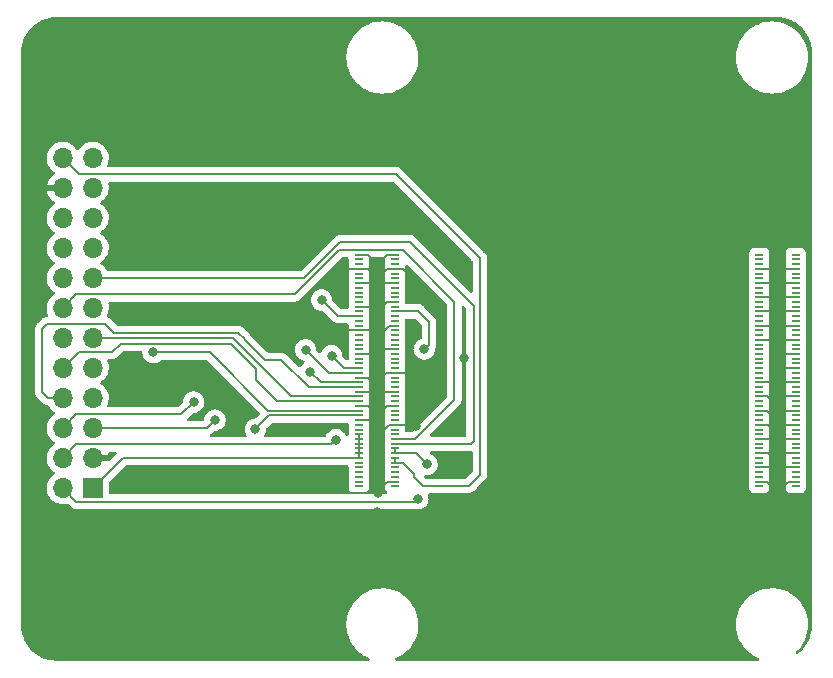
<source format=gbr>
%TF.GenerationSoftware,KiCad,Pcbnew,(6.0.0-0)*%
%TF.CreationDate,2022-03-30T15:47:28-05:00*%
%TF.ProjectId,spacebot-CM4-breakout,73706163-6562-46f7-942d-434d342d6272,rev?*%
%TF.SameCoordinates,Original*%
%TF.FileFunction,Copper,L1,Top*%
%TF.FilePolarity,Positive*%
%FSLAX46Y46*%
G04 Gerber Fmt 4.6, Leading zero omitted, Abs format (unit mm)*
G04 Created by KiCad (PCBNEW (6.0.0-0)) date 2022-03-30 15:47:28*
%MOMM*%
%LPD*%
G01*
G04 APERTURE LIST*
%TA.AperFunction,ComponentPad*%
%ADD10R,1.700000X1.700000*%
%TD*%
%TA.AperFunction,ComponentPad*%
%ADD11O,1.700000X1.700000*%
%TD*%
%TA.AperFunction,SMDPad,CuDef*%
%ADD12R,0.700000X0.200000*%
%TD*%
%TA.AperFunction,ViaPad*%
%ADD13C,0.800000*%
%TD*%
%TA.AperFunction,Conductor*%
%ADD14C,0.200000*%
%TD*%
G04 APERTURE END LIST*
D10*
%TO.P,J1,1,Pin_1*%
%TO.N,5V*%
X110075000Y-111375000D03*
D11*
%TO.P,J1,2,Pin_2*%
%TO.N,3.3V*%
X107535000Y-111375000D03*
%TO.P,J1,3,Pin_3*%
%TO.N,GND*%
X110075000Y-108835000D03*
%TO.P,J1,4,Pin_4*%
%TO.N,I2S_SD*%
X107535000Y-108835000D03*
%TO.P,J1,5,Pin_5*%
%TO.N,I2S_SCK*%
X110075000Y-106295000D03*
%TO.P,J1,6,Pin_6*%
%TO.N,UART_RX*%
X107535000Y-106295000D03*
%TO.P,J1,7,Pin_7*%
%TO.N,UART_TX*%
X110075000Y-103755000D03*
%TO.P,J1,8,Pin_8*%
%TO.N,SD_CLK*%
X107535000Y-103755000D03*
%TO.P,J1,9,Pin_9*%
%TO.N,SD_DAT3*%
X110075000Y-101215000D03*
%TO.P,J1,10,Pin_10*%
%TO.N,SD_DAT0*%
X107535000Y-101215000D03*
%TO.P,J1,11,Pin_11*%
%TO.N,SD_DAT1*%
X110075000Y-98675000D03*
%TO.P,J1,12,Pin_12*%
%TO.N,SD_DAT2*%
X107535000Y-98675000D03*
%TO.P,J1,13,Pin_13*%
%TO.N,I2S_WS*%
X110075000Y-96135000D03*
%TO.P,J1,14,Pin_14*%
%TO.N,SCL_0*%
X107535000Y-96135000D03*
%TO.P,J1,15,Pin_15*%
%TO.N,SDA_0*%
X110075000Y-93595000D03*
%TO.P,J1,16,Pin_16*%
%TO.N,unconnected-(J1-Pad16)*%
X107535000Y-93595000D03*
%TO.P,J1,17,Pin_17*%
%TO.N,unconnected-(J1-Pad17)*%
X110075000Y-91055000D03*
%TO.P,J1,18,Pin_18*%
%TO.N,unconnected-(J1-Pad18)*%
X107535000Y-91055000D03*
%TO.P,J1,19,Pin_19*%
%TO.N,unconnected-(J1-Pad19)*%
X110075000Y-88515000D03*
%TO.P,J1,20,Pin_20*%
%TO.N,unconnected-(J1-Pad20)*%
X107535000Y-88515000D03*
%TO.P,J1,21,Pin_21*%
%TO.N,unconnected-(J1-Pad21)*%
X110075000Y-85975000D03*
%TO.P,J1,22,Pin_22*%
%TO.N,GND*%
X107535000Y-85975000D03*
%TO.P,J1,23,Pin_23*%
%TO.N,unconnected-(J1-Pad23)*%
X110075000Y-83435000D03*
%TO.P,J1,24,Pin_24*%
%TO.N,1.8V*%
X107535000Y-83435000D03*
%TD*%
D12*
%TO.P,U1,200,HDMI0_SCL*%
%TO.N,unconnected-(U1-Pad200)*%
X169600000Y-111225000D03*
%TO.P,U1,199,HDMI0_SDA*%
%TO.N,unconnected-(U1-Pad199)*%
X166520000Y-111225000D03*
%TO.P,U1,198,GND*%
%TO.N,GND*%
X169600000Y-110825000D03*
%TO.P,U1,197,GND*%
X166520000Y-110825000D03*
%TO.P,U1,196,DSI1_D3_P*%
%TO.N,unconnected-(U1-Pad196)*%
X169600000Y-110425000D03*
%TO.P,U1,195,DSI1_D2_P*%
%TO.N,unconnected-(U1-Pad195)*%
X166520000Y-110425000D03*
%TO.P,U1,194,DSI1_D3_N*%
%TO.N,unconnected-(U1-Pad194)*%
X169600000Y-110025000D03*
%TO.P,U1,193,DSI1_D2_N*%
%TO.N,unconnected-(U1-Pad193)*%
X166520000Y-110025000D03*
%TO.P,U1,192,GND*%
%TO.N,GND*%
X169600000Y-109625000D03*
%TO.P,U1,191,GND*%
X166520000Y-109625000D03*
%TO.P,U1,190,HDMI0_CLK_N*%
%TO.N,unconnected-(U1-Pad190)*%
X169600000Y-109225000D03*
%TO.P,U1,189,DSI1_C_P*%
%TO.N,unconnected-(U1-Pad189)*%
X166520000Y-109225000D03*
%TO.P,U1,188,HDMI0_CLK_P*%
%TO.N,unconnected-(U1-Pad188)*%
X169600000Y-108825000D03*
%TO.P,U1,187,DSI1_C_N*%
%TO.N,unconnected-(U1-Pad187)*%
X166520000Y-108825000D03*
%TO.P,U1,186,GND*%
%TO.N,GND*%
X169600000Y-108425000D03*
%TO.P,U1,185,GND*%
X166520000Y-108425000D03*
%TO.P,U1,184,HDMI0_TX0_N*%
%TO.N,unconnected-(U1-Pad184)*%
X169600000Y-108025000D03*
%TO.P,U1,183,DSI1_D1_P*%
%TO.N,unconnected-(U1-Pad183)*%
X166520000Y-108025000D03*
%TO.P,U1,182,HDMI0_TX0_P*%
%TO.N,unconnected-(U1-Pad182)*%
X169600000Y-107625000D03*
%TO.P,U1,181,DSI1_D1_N*%
%TO.N,unconnected-(U1-Pad181)*%
X166520000Y-107625000D03*
%TO.P,U1,180,GND*%
%TO.N,GND*%
X169600000Y-107225000D03*
%TO.P,U1,179,GND*%
X166520000Y-107225000D03*
%TO.P,U1,178,HDMI0_TX1_N*%
%TO.N,unconnected-(U1-Pad178)*%
X169600000Y-106825000D03*
%TO.P,U1,177,DSI1_D0_P*%
%TO.N,unconnected-(U1-Pad177)*%
X166520000Y-106825000D03*
%TO.P,U1,176,HDMI0_TX1_P*%
%TO.N,unconnected-(U1-Pad176)*%
X169600000Y-106425000D03*
%TO.P,U1,175,DSI1_D0_N*%
%TO.N,unconnected-(U1-Pad175)*%
X166520000Y-106425000D03*
%TO.P,U1,174,GND*%
%TO.N,GND*%
X169600000Y-106025000D03*
%TO.P,U1,173,GND*%
X166520000Y-106025000D03*
%TO.P,U1,172,HDMI0_TX2_N*%
%TO.N,unconnected-(U1-Pad172)*%
X169600000Y-105625000D03*
%TO.P,U1,171,DSI0_C_P*%
%TO.N,unconnected-(U1-Pad171)*%
X166520000Y-105625000D03*
%TO.P,U1,170,HDMI0_TX2_P*%
%TO.N,unconnected-(U1-Pad170)*%
X169600000Y-105225000D03*
%TO.P,U1,169,DSI0_C_N*%
%TO.N,unconnected-(U1-Pad169)*%
X166520000Y-105225000D03*
%TO.P,U1,168,GND*%
%TO.N,GND*%
X169600000Y-104825000D03*
%TO.P,U1,167,GND*%
X166520000Y-104825000D03*
%TO.P,U1,166,HDMI1_CLK_N*%
%TO.N,unconnected-(U1-Pad166)*%
X169600000Y-104425000D03*
%TO.P,U1,165,DSI0_D1_P*%
%TO.N,unconnected-(U1-Pad165)*%
X166520000Y-104425000D03*
%TO.P,U1,164,HDMI1_CLK_P*%
%TO.N,unconnected-(U1-Pad164)*%
X169600000Y-104025000D03*
%TO.P,U1,163,DSI0_D1_N*%
%TO.N,unconnected-(U1-Pad163)*%
X166520000Y-104025000D03*
%TO.P,U1,162,GND*%
%TO.N,GND*%
X169600000Y-103625000D03*
%TO.P,U1,161,GND*%
X166520000Y-103625000D03*
%TO.P,U1,160,HDMI1_TX0_N*%
%TO.N,unconnected-(U1-Pad160)*%
X169600000Y-103225000D03*
%TO.P,U1,159,DSI0_D0_P*%
%TO.N,unconnected-(U1-Pad159)*%
X166520000Y-103225000D03*
%TO.P,U1,158,HDMI1_TX0_P*%
%TO.N,unconnected-(U1-Pad158)*%
X169600000Y-102825000D03*
%TO.P,U1,157,DSI0_D0_N*%
%TO.N,unconnected-(U1-Pad157)*%
X166520000Y-102825000D03*
%TO.P,U1,156,GND*%
%TO.N,GND*%
X169600000Y-102425000D03*
%TO.P,U1,155,GND*%
X166520000Y-102425000D03*
%TO.P,U1,154,HDMI1_TX1_N*%
%TO.N,unconnected-(U1-Pad154)*%
X169600000Y-102025000D03*
%TO.P,U1,153,HDMI0_HOTPLUG*%
%TO.N,unconnected-(U1-Pad153)*%
X166520000Y-102025000D03*
%TO.P,U1,152,HDMI1_TX1_P*%
%TO.N,unconnected-(U1-Pad152)*%
X169600000Y-101625000D03*
%TO.P,U1,151,HDMI0_CEC*%
%TO.N,unconnected-(U1-Pad151)*%
X166520000Y-101625000D03*
%TO.P,U1,150,GND*%
%TO.N,GND*%
X169600000Y-101225000D03*
%TO.P,U1,149,HDMI1_CEC*%
%TO.N,unconnected-(U1-Pad149)*%
X166520000Y-101225000D03*
%TO.P,U1,148,HDMI1_TX2_N*%
%TO.N,unconnected-(U1-Pad148)*%
X169600000Y-100825000D03*
%TO.P,U1,147,HDMI1_SCL*%
%TO.N,unconnected-(U1-Pad147)*%
X166520000Y-100825000D03*
%TO.P,U1,146,HDMI1_TX2_P*%
%TO.N,unconnected-(U1-Pad146)*%
X169600000Y-100425000D03*
%TO.P,U1,145,HDMI1_SDA*%
%TO.N,unconnected-(U1-Pad145)*%
X166520000Y-100425000D03*
%TO.P,U1,144,GND*%
%TO.N,GND*%
X169600000Y-100025000D03*
%TO.P,U1,143,HDMI1_HOTPLUG*%
%TO.N,unconnected-(U1-Pad143)*%
X166520000Y-100025000D03*
%TO.P,U1,142,CAM0_C_P*%
%TO.N,unconnected-(U1-Pad142)*%
X169600000Y-99625000D03*
%TO.P,U1,141,CAM1_D3_P*%
%TO.N,unconnected-(U1-Pad141)*%
X166520000Y-99625000D03*
%TO.P,U1,140,CAM0_C_N*%
%TO.N,unconnected-(U1-Pad140)*%
X169600000Y-99225000D03*
%TO.P,U1,139,CAM1_D3_N*%
%TO.N,unconnected-(U1-Pad139)*%
X166520000Y-99225000D03*
%TO.P,U1,138,GND*%
%TO.N,GND*%
X169600000Y-98825000D03*
%TO.P,U1,137,GND*%
X166520000Y-98825000D03*
%TO.P,U1,136,CAM0_D1_P*%
%TO.N,unconnected-(U1-Pad136)*%
X169600000Y-98425000D03*
%TO.P,U1,135,CAM1_D2_P*%
%TO.N,unconnected-(U1-Pad135)*%
X166520000Y-98425000D03*
%TO.P,U1,134,CAM0_D1_N*%
%TO.N,unconnected-(U1-Pad134)*%
X169600000Y-98025000D03*
%TO.P,U1,133,CAM1_D2_N*%
%TO.N,unconnected-(U1-Pad133)*%
X166520000Y-98025000D03*
%TO.P,U1,132,GND*%
%TO.N,GND*%
X169600000Y-97625000D03*
%TO.P,U1,131,GND*%
X166520000Y-97625000D03*
%TO.P,U1,130,CAM0_D0_P*%
%TO.N,unconnected-(U1-Pad130)*%
X169600000Y-97225000D03*
%TO.P,U1,129,CAM1_C_P*%
%TO.N,unconnected-(U1-Pad129)*%
X166520000Y-97225000D03*
%TO.P,U1,128,CAM0_D0_N*%
%TO.N,unconnected-(U1-Pad128)*%
X169600000Y-96825000D03*
%TO.P,U1,127,CAM1_C_N*%
%TO.N,unconnected-(U1-Pad127)*%
X166520000Y-96825000D03*
%TO.P,U1,126,GND*%
%TO.N,GND*%
X169600000Y-96425000D03*
%TO.P,U1,125,GND*%
X166520000Y-96425000D03*
%TO.P,U1,124,PCIe_TX_N*%
%TO.N,unconnected-(U1-Pad124)*%
X169600000Y-96025000D03*
%TO.P,U1,123,CAM1_D1_P*%
%TO.N,unconnected-(U1-Pad123)*%
X166520000Y-96025000D03*
%TO.P,U1,122,PCIe_TX_P*%
%TO.N,unconnected-(U1-Pad122)*%
X169600000Y-95625000D03*
%TO.P,U1,121,CAM1_D1_N*%
%TO.N,unconnected-(U1-Pad121)*%
X166520000Y-95625000D03*
%TO.P,U1,120,GND*%
%TO.N,GND*%
X169600000Y-95225000D03*
%TO.P,U1,119,GND*%
X166520000Y-95225000D03*
%TO.P,U1,118,PCIe_RX_N*%
%TO.N,unconnected-(U1-Pad118)*%
X169600000Y-94825000D03*
%TO.P,U1,117,CAM1_D0_P*%
%TO.N,unconnected-(U1-Pad117)*%
X166520000Y-94825000D03*
%TO.P,U1,116,PCIe_RX_P*%
%TO.N,unconnected-(U1-Pad116)*%
X169600000Y-94425000D03*
%TO.P,U1,115,CAM1_D0_N*%
%TO.N,unconnected-(U1-Pad115)*%
X166520000Y-94425000D03*
%TO.P,U1,114,GND*%
%TO.N,GND*%
X169600000Y-94025000D03*
%TO.P,U1,113,GND*%
X166520000Y-94025000D03*
%TO.P,U1,112,PCIe_CLK_N*%
%TO.N,unconnected-(U1-Pad112)*%
X169600000Y-93625000D03*
%TO.P,U1,111,VDAC_COMP*%
%TO.N,unconnected-(U1-Pad111)*%
X166520000Y-93625000D03*
%TO.P,U1,110,PCIe_CLK_P*%
%TO.N,unconnected-(U1-Pad110)*%
X169600000Y-93225000D03*
%TO.P,U1,109,~{PCIe_nRST}*%
%TO.N,unconnected-(U1-Pad109)*%
X166520000Y-93225000D03*
%TO.P,U1,108,GND*%
%TO.N,GND*%
X169600000Y-92825000D03*
%TO.P,U1,107,GND*%
X166520000Y-92825000D03*
%TO.P,U1,106,Reserved*%
%TO.N,unconnected-(U1-Pad106)*%
X169600000Y-92425000D03*
%TO.P,U1,105,USB_P*%
%TO.N,unconnected-(U1-Pad105)*%
X166520000Y-92425000D03*
%TO.P,U1,104,Reserved*%
%TO.N,unconnected-(U1-Pad104)*%
X169600000Y-92025000D03*
%TO.P,U1,103,USB_N*%
%TO.N,unconnected-(U1-Pad103)*%
X166520000Y-92025000D03*
%TO.P,U1,102,~{PCIe_CLK_nREQ}*%
%TO.N,unconnected-(U1-Pad102)*%
X169600000Y-91625000D03*
%TO.P,U1,101,USB_OTG_ID*%
%TO.N,unconnected-(U1-Pad101)*%
X166520000Y-91625000D03*
%TO.P,U1,100,~{nEXTRST}*%
%TO.N,unconnected-(U1-Pad100)*%
X135680000Y-111225000D03*
%TO.P,U1,99,GLOBAL_EN*%
%TO.N,unconnected-(U1-Pad99)*%
X132600000Y-111225000D03*
%TO.P,U1,98,GND*%
%TO.N,GND*%
X135680000Y-110825000D03*
%TO.P,U1,97,Camera_GPIO*%
%TO.N,unconnected-(U1-Pad97)*%
X132600000Y-110825000D03*
%TO.P,U1,96,AnalogIP0*%
%TO.N,unconnected-(U1-Pad96)*%
X135680000Y-110425000D03*
%TO.P,U1,95,~{PI_LED_nPWR}*%
%TO.N,unconnected-(U1-Pad95)*%
X132600000Y-110425000D03*
%TO.P,U1,94,AnalogIP1*%
%TO.N,unconnected-(U1-Pad94)*%
X135680000Y-110025000D03*
%TO.P,U1,93,~{nRPIBOOT}*%
%TO.N,unconnected-(U1-Pad93)*%
X132600000Y-110025000D03*
%TO.P,U1,92,RUN_PG*%
%TO.N,unconnected-(U1-Pad92)*%
X135680000Y-109625000D03*
%TO.P,U1,91,~{BT_nDisable}*%
%TO.N,unconnected-(U1-Pad91)*%
X132600000Y-109625000D03*
%TO.P,U1,90,CM4_1.8V_Out*%
%TO.N,1.8V*%
X135680000Y-109225000D03*
%TO.P,U1,89,~{WL_nDisable}*%
%TO.N,unconnected-(U1-Pad89)*%
X132600000Y-109225000D03*
%TO.P,U1,88,CM4_1.8V_Out*%
%TO.N,1.8V*%
X135680000Y-108825000D03*
%TO.P,U1,87,+5V*%
%TO.N,5V*%
X132600000Y-108825000D03*
%TO.P,U1,86,CM4_3.3V_Out*%
%TO.N,3.3V*%
X135680000Y-108425000D03*
%TO.P,U1,85,+5V*%
%TO.N,5V*%
X132600000Y-108425000D03*
%TO.P,U1,84,CM4_3.3V_Out*%
%TO.N,3.3V*%
X135680000Y-108025000D03*
%TO.P,U1,83,+5V*%
%TO.N,5V*%
X132600000Y-108025000D03*
%TO.P,U1,82,I2C_SDA0*%
%TO.N,SDA_0*%
X135680000Y-107625000D03*
%TO.P,U1,81,+5V*%
%TO.N,5V*%
X132600000Y-107625000D03*
%TO.P,U1,80,I2C_SCL0*%
%TO.N,SCL_0*%
X135680000Y-107225000D03*
%TO.P,U1,79,+5V*%
%TO.N,5V*%
X132600000Y-107225000D03*
%TO.P,U1,78,GPIO_VREF*%
%TO.N,unconnected-(U1-Pad78)*%
X135680000Y-106825000D03*
%TO.P,U1,77,+5V*%
%TO.N,5V*%
X132600000Y-106825000D03*
%TO.P,U1,76,Reserved*%
%TO.N,unconnected-(U1-Pad76)*%
X135680000Y-106425000D03*
%TO.P,U1,75,SD_PWR_ON*%
%TO.N,unconnected-(U1-Pad75)*%
X132600000Y-106425000D03*
%TO.P,U1,74,GND*%
%TO.N,GND*%
X135680000Y-106025000D03*
%TO.P,U1,73,SD_VDD_Override*%
%TO.N,unconnected-(U1-Pad73)*%
X132600000Y-106025000D03*
%TO.P,U1,72,SD_DAT6*%
%TO.N,unconnected-(U1-Pad72)*%
X135680000Y-105625000D03*
%TO.P,U1,71,GND*%
%TO.N,GND*%
X132600000Y-105625000D03*
%TO.P,U1,70,SD_DAT7*%
%TO.N,unconnected-(U1-Pad70)*%
X135680000Y-105225000D03*
%TO.P,U1,69,SD_DAT2*%
%TO.N,SD_DAT2*%
X132600000Y-105225000D03*
%TO.P,U1,68,SD_DAT4*%
%TO.N,unconnected-(U1-Pad68)*%
X135680000Y-104825000D03*
%TO.P,U1,67,SD_DAT1*%
%TO.N,SD_DAT1*%
X132600000Y-104825000D03*
%TO.P,U1,66,GND*%
%TO.N,GND*%
X135680000Y-104425000D03*
%TO.P,U1,65,GND*%
X132600000Y-104425000D03*
%TO.P,U1,64,SD_DAT5*%
%TO.N,unconnected-(U1-Pad64)*%
X135680000Y-104025000D03*
%TO.P,U1,63,SD_DAT0*%
%TO.N,SD_DAT0*%
X132600000Y-104025000D03*
%TO.P,U1,62,SD_CMD*%
%TO.N,unconnected-(U1-Pad62)*%
X135680000Y-103625000D03*
%TO.P,U1,61,SD_DAT3*%
%TO.N,SD_DAT3*%
X132600000Y-103625000D03*
%TO.P,U1,60,GND*%
%TO.N,GND*%
X135680000Y-103225000D03*
%TO.P,U1,59,GND*%
X132600000Y-103225000D03*
%TO.P,U1,58,GPIO2*%
%TO.N,unconnected-(U1-Pad58)*%
X135680000Y-102825000D03*
%TO.P,U1,57,SD_CLK*%
%TO.N,SD_CLK*%
X132600000Y-102825000D03*
%TO.P,U1,56,GPIO3*%
%TO.N,unconnected-(U1-Pad56)*%
X135680000Y-102425000D03*
%TO.P,U1,55,GPIO14*%
%TO.N,UART_TX*%
X132600000Y-102425000D03*
%TO.P,U1,54,GPIO4*%
%TO.N,unconnected-(U1-Pad54)*%
X135680000Y-102025000D03*
%TO.P,U1,53,GND*%
%TO.N,GND*%
X132600000Y-102025000D03*
%TO.P,U1,52,GND*%
X135680000Y-101625000D03*
%TO.P,U1,51,GPIO15*%
%TO.N,UART_RX*%
X132600000Y-101625000D03*
%TO.P,U1,50,GPIO17*%
%TO.N,unconnected-(U1-Pad50)*%
X135680000Y-101225000D03*
%TO.P,U1,49,GPIO18*%
%TO.N,I2S_SCK*%
X132600000Y-101225000D03*
%TO.P,U1,48,GPIO27*%
%TO.N,unconnected-(U1-Pad48)*%
X135680000Y-100825000D03*
%TO.P,U1,47,GPIO23*%
%TO.N,unconnected-(U1-Pad47)*%
X132600000Y-100825000D03*
%TO.P,U1,46,GPIO22*%
%TO.N,unconnected-(U1-Pad46)*%
X135680000Y-100425000D03*
%TO.P,U1,45,GPIO24*%
%TO.N,unconnected-(U1-Pad45)*%
X132600000Y-100425000D03*
%TO.P,U1,44,GPIO10*%
%TO.N,unconnected-(U1-Pad44)*%
X135680000Y-100025000D03*
%TO.P,U1,43,GND*%
%TO.N,GND*%
X132600000Y-100025000D03*
%TO.P,U1,42,GND*%
X135680000Y-99625000D03*
%TO.P,U1,41,GPIO25*%
%TO.N,unconnected-(U1-Pad41)*%
X132600000Y-99625000D03*
%TO.P,U1,40,GPIO9*%
%TO.N,unconnected-(U1-Pad40)*%
X135680000Y-99225000D03*
%TO.P,U1,39,GPIO8*%
%TO.N,unconnected-(U1-Pad39)*%
X132600000Y-99225000D03*
%TO.P,U1,38,GPIO11*%
%TO.N,unconnected-(U1-Pad38)*%
X135680000Y-98825000D03*
%TO.P,U1,37,GPIO7*%
%TO.N,unconnected-(U1-Pad37)*%
X132600000Y-98825000D03*
%TO.P,U1,36,ID_SD*%
%TO.N,unconnected-(U1-Pad36)*%
X135680000Y-98425000D03*
%TO.P,U1,35,ID_SC*%
%TO.N,unconnected-(U1-Pad35)*%
X132600000Y-98425000D03*
%TO.P,U1,34,GPIO5*%
%TO.N,unconnected-(U1-Pad34)*%
X135680000Y-98025000D03*
%TO.P,U1,33,GND*%
%TO.N,GND*%
X132600000Y-98025000D03*
%TO.P,U1,32,GND*%
X135680000Y-97625000D03*
%TO.P,U1,31,GPIO12*%
%TO.N,unconnected-(U1-Pad31)*%
X132600000Y-97625000D03*
%TO.P,U1,30,GPIO6*%
%TO.N,unconnected-(U1-Pad30)*%
X135680000Y-97225000D03*
%TO.P,U1,29,GPIO16*%
%TO.N,unconnected-(U1-Pad29)*%
X132600000Y-97225000D03*
%TO.P,U1,28,GPIO13*%
%TO.N,unconnected-(U1-Pad28)*%
X135680000Y-96825000D03*
%TO.P,U1,27,GPIO20*%
%TO.N,I2S_SD*%
X132600000Y-96825000D03*
%TO.P,U1,26,GPIO19*%
%TO.N,I2S_WS*%
X135680000Y-96425000D03*
%TO.P,U1,25,GPIO21*%
%TO.N,unconnected-(U1-Pad25)*%
X132600000Y-96425000D03*
%TO.P,U1,24,GPIO26*%
%TO.N,unconnected-(U1-Pad24)*%
X135680000Y-96025000D03*
%TO.P,U1,23,GND*%
%TO.N,GND*%
X132600000Y-96025000D03*
%TO.P,U1,22,GND*%
X135680000Y-95625000D03*
%TO.P,U1,21,~{Pi_nLED_Activity}*%
%TO.N,unconnected-(U1-Pad21)*%
X132600000Y-95625000D03*
%TO.P,U1,20,EEPROM_nWP*%
%TO.N,unconnected-(U1-Pad20)*%
X135680000Y-95225000D03*
%TO.P,U1,19,~{Ethernet_nLED1}*%
%TO.N,unconnected-(U1-Pad19)*%
X132600000Y-95225000D03*
%TO.P,U1,18,Ethernet_SYNC_OUT*%
%TO.N,unconnected-(U1-Pad18)*%
X135680000Y-94825000D03*
%TO.P,U1,17,~{Ethernet_nLED2}*%
%TO.N,unconnected-(U1-Pad17)*%
X132600000Y-94825000D03*
%TO.P,U1,16,Ethernet_SYNC_IN*%
%TO.N,unconnected-(U1-Pad16)*%
X135680000Y-94425000D03*
%TO.P,U1,15,~{Ethernet_nLED3}*%
%TO.N,unconnected-(U1-Pad15)*%
X132600000Y-94425000D03*
%TO.P,U1,14,GND*%
%TO.N,GND*%
X135680000Y-94025000D03*
%TO.P,U1,13,GND*%
X132600000Y-94025000D03*
%TO.P,U1,12,Ethernet_Pair0_P*%
%TO.N,unconnected-(U1-Pad12)*%
X135680000Y-93625000D03*
%TO.P,U1,11,Ethernet_Pair2_P*%
%TO.N,unconnected-(U1-Pad11)*%
X132600000Y-93625000D03*
%TO.P,U1,10,Ethernet_Pair0_N*%
%TO.N,unconnected-(U1-Pad10)*%
X135680000Y-93225000D03*
%TO.P,U1,9,Ethernet_Pair2_N*%
%TO.N,unconnected-(U1-Pad9)*%
X132600000Y-93225000D03*
%TO.P,U1,8,GND*%
%TO.N,GND*%
X135680000Y-92825000D03*
%TO.P,U1,7,GND*%
X132600000Y-92825000D03*
%TO.P,U1,6,Ethernet_Pair1_N*%
%TO.N,unconnected-(U1-Pad6)*%
X135680000Y-92425000D03*
%TO.P,U1,5,Ethernet_Pair3_N*%
%TO.N,unconnected-(U1-Pad5)*%
X132600000Y-92425000D03*
%TO.P,U1,4,Ethernet_Pair1_P*%
%TO.N,unconnected-(U1-Pad4)*%
X135680000Y-92025000D03*
%TO.P,U1,3,Ethernet_Pair3_P*%
%TO.N,unconnected-(U1-Pad3)*%
X132600000Y-92025000D03*
%TO.P,U1,2,GND*%
%TO.N,GND*%
X135680000Y-91625000D03*
%TO.P,U1,1,GND*%
X132600000Y-91625000D03*
%TD*%
D13*
%TO.N,GND*%
X168070000Y-111560000D03*
X113190000Y-102360000D03*
X121560000Y-103920000D03*
X118180000Y-101620000D03*
X128330000Y-106460000D03*
X141210000Y-109390000D03*
X141480000Y-100390000D03*
X141010000Y-92130000D03*
X120920000Y-88900000D03*
X133950000Y-87610000D03*
X130650000Y-93520000D03*
X137210000Y-93950000D03*
X137570000Y-101590000D03*
X130200000Y-98020000D03*
X129570000Y-110620000D03*
X137470000Y-106110000D03*
X125970000Y-110780000D03*
X134115000Y-113375000D03*
X134190000Y-111820000D03*
%TO.N,UART_RX*%
X118625000Y-104100000D03*
X128100000Y-99675000D03*
%TO.N,I2S_SCK*%
X120425000Y-105625000D03*
X130300000Y-100175000D03*
%TO.N,UART_TX*%
X128512500Y-101512500D03*
%TO.N,SD_DAT1*%
X115200000Y-99900000D03*
%TO.N,SD_DAT2*%
X123850000Y-106400000D03*
%TO.N,I2S_WS*%
X138150000Y-99600000D03*
%TO.N,I2S_SD*%
X129450000Y-95450000D03*
X130675000Y-107275000D03*
%TO.N,3.3V*%
X137600000Y-112275000D03*
X138375000Y-109375000D03*
%TD*%
D14*
%TO.N,GND*%
X168070000Y-111560000D02*
X168070000Y-110220000D01*
X168070000Y-111725978D02*
X168070000Y-111560000D01*
X168070000Y-110220000D02*
X168070000Y-110130000D01*
X166520000Y-109625000D02*
X167475000Y-109625000D01*
X167475000Y-109625000D02*
X168070000Y-110220000D01*
X168070000Y-110130000D02*
X168070000Y-109210000D01*
X168070000Y-109210000D02*
X168070000Y-108830000D01*
X166520000Y-108425000D02*
X167285000Y-108425000D01*
X167285000Y-108425000D02*
X168070000Y-109210000D01*
X166520000Y-107225000D02*
X167495000Y-107225000D01*
X167495000Y-107225000D02*
X168070000Y-107800000D01*
X168070000Y-107800000D02*
X168070000Y-106880000D01*
X168070000Y-106880000D02*
X168070000Y-106610000D01*
X166520000Y-106025000D02*
X167215000Y-106025000D01*
X167215000Y-106025000D02*
X168070000Y-106880000D01*
X168070000Y-106610000D02*
X168070000Y-105740000D01*
X166520000Y-104825000D02*
X167155000Y-104825000D01*
X167155000Y-104825000D02*
X168070000Y-105740000D01*
X168070000Y-105740000D02*
X168070000Y-105250000D01*
X168070000Y-105250000D02*
X168070000Y-104510000D01*
X168070000Y-104510000D02*
X168070000Y-104010000D01*
X166520000Y-103625000D02*
X167185000Y-103625000D01*
X167185000Y-103625000D02*
X168070000Y-104510000D01*
X166520000Y-102425000D02*
X167565000Y-102425000D01*
X167565000Y-102425000D02*
X168070000Y-102930000D01*
X168070000Y-100480000D02*
X168070000Y-99500000D01*
X167395000Y-98825000D02*
X168070000Y-99500000D01*
X168070000Y-99500000D02*
X168070000Y-99240000D01*
X166520000Y-98825000D02*
X167395000Y-98825000D01*
X168070000Y-99240000D02*
X168070000Y-98310000D01*
X168070000Y-98310000D02*
X168070000Y-98080000D01*
X166520000Y-97625000D02*
X167385000Y-97625000D01*
X167385000Y-97625000D02*
X168070000Y-98310000D01*
X168070000Y-97000000D02*
X168070000Y-96890000D01*
X168070000Y-96890000D02*
X168070000Y-95640000D01*
X166520000Y-96425000D02*
X167605000Y-96425000D01*
X167605000Y-96425000D02*
X168070000Y-96890000D01*
X166520000Y-95225000D02*
X167655000Y-95225000D01*
X167655000Y-95225000D02*
X168070000Y-95640000D01*
X168070000Y-94600000D02*
X168070000Y-94370000D01*
X168070000Y-95640000D02*
X168070000Y-94600000D01*
X168070000Y-94600000D02*
X167495000Y-94025000D01*
X167495000Y-94025000D02*
X166520000Y-94025000D01*
X168070000Y-93400000D02*
X168645000Y-92825000D01*
X168645000Y-92825000D02*
X169600000Y-92825000D01*
X168070000Y-94370000D02*
X168070000Y-93400000D01*
X169600000Y-94025000D02*
X168415000Y-94025000D01*
X168415000Y-94025000D02*
X168070000Y-94370000D01*
X169600000Y-95225000D02*
X168485000Y-95225000D01*
X168485000Y-95225000D02*
X168070000Y-95640000D01*
X168070000Y-98080000D02*
X168070000Y-97000000D01*
X169600000Y-96425000D02*
X168645000Y-96425000D01*
X168645000Y-96425000D02*
X168070000Y-97000000D01*
X169600000Y-97625000D02*
X168525000Y-97625000D01*
X168525000Y-97625000D02*
X168070000Y-98080000D01*
X169600000Y-98825000D02*
X168485000Y-98825000D01*
X168485000Y-98825000D02*
X168070000Y-99240000D01*
X168070000Y-101720000D02*
X168070000Y-100480000D01*
X169600000Y-100025000D02*
X168525000Y-100025000D01*
X168525000Y-100025000D02*
X168070000Y-100480000D01*
X168070000Y-102930000D02*
X168070000Y-101720000D01*
X169600000Y-101225000D02*
X168565000Y-101225000D01*
X168565000Y-101225000D02*
X168070000Y-101720000D01*
X168070000Y-104010000D02*
X168070000Y-102930000D01*
X169600000Y-102425000D02*
X168575000Y-102425000D01*
X168575000Y-102425000D02*
X168070000Y-102930000D01*
X169600000Y-103625000D02*
X168455000Y-103625000D01*
X168455000Y-103625000D02*
X168070000Y-104010000D01*
X169600000Y-104825000D02*
X168495000Y-104825000D01*
X168495000Y-104825000D02*
X168070000Y-105250000D01*
X169600000Y-106025000D02*
X168655000Y-106025000D01*
X168655000Y-106025000D02*
X168070000Y-106610000D01*
X168070000Y-108830000D02*
X168070000Y-107800000D01*
X169600000Y-107225000D02*
X168645000Y-107225000D01*
X168645000Y-107225000D02*
X168070000Y-107800000D01*
X168070000Y-108830000D02*
X168475000Y-108425000D01*
X168475000Y-108425000D02*
X169600000Y-108425000D01*
X168070000Y-110130000D02*
X168575000Y-109625000D01*
X168575000Y-109625000D02*
X169600000Y-109625000D01*
X168070000Y-111725978D02*
X168970978Y-110825000D01*
X168970978Y-110825000D02*
X169600000Y-110825000D01*
X166520000Y-110825000D02*
X167169022Y-110825000D01*
X167169022Y-110825000D02*
X168070000Y-111725978D01*
X167495000Y-92825000D02*
X166520000Y-92825000D01*
X168070000Y-93400000D02*
X167495000Y-92825000D01*
X131345000Y-92825000D02*
X130650000Y-93520000D01*
X132600000Y-92825000D02*
X131345000Y-92825000D01*
X137210000Y-93705978D02*
X137210000Y-93950000D01*
X136329022Y-92825000D02*
X137210000Y-93705978D01*
X135680000Y-92825000D02*
X136329022Y-92825000D01*
X137570000Y-101590000D02*
X137570000Y-101600000D01*
X137545000Y-101625000D02*
X137570000Y-101590000D01*
X135680000Y-101625000D02*
X137545000Y-101625000D01*
X130200000Y-98020000D02*
X130210000Y-98030000D01*
X130215000Y-98025000D02*
X130200000Y-98020000D01*
X132600000Y-98025000D02*
X130215000Y-98025000D01*
X129570000Y-110620000D02*
X129570000Y-110610000D01*
X129570000Y-110770000D02*
X129570000Y-110620000D01*
X129600000Y-110800000D02*
X129570000Y-110770000D01*
X134190000Y-111820000D02*
X130620000Y-111820000D01*
X130620000Y-111820000D02*
X129600000Y-110800000D01*
X135680000Y-103225000D02*
X134845000Y-103225000D01*
X134845000Y-103225000D02*
X134190000Y-103880000D01*
X134190000Y-105265978D02*
X134190000Y-103880000D01*
X133535000Y-103225000D02*
X134190000Y-103880000D01*
X134190000Y-103880000D02*
X134190000Y-102850000D01*
X132600000Y-103225000D02*
X133535000Y-103225000D01*
X132600000Y-102025000D02*
X133365000Y-102025000D01*
X134190000Y-102850000D02*
X134190000Y-102350000D01*
X133365000Y-102025000D02*
X134190000Y-102850000D01*
X134190000Y-102350000D02*
X134190000Y-100560000D01*
X135680000Y-101625000D02*
X134915000Y-101625000D01*
X134915000Y-101625000D02*
X134190000Y-102350000D01*
X134190000Y-100560000D02*
X134190000Y-100050000D01*
X133655000Y-100025000D02*
X134190000Y-100560000D01*
X132600000Y-100025000D02*
X133655000Y-100025000D01*
X134190000Y-98670000D02*
X134190000Y-98560000D01*
X134190000Y-100050000D02*
X134190000Y-98670000D01*
X134190000Y-98670000D02*
X133545000Y-98025000D01*
X133545000Y-98025000D02*
X132600000Y-98025000D01*
X135680000Y-99625000D02*
X134615000Y-99625000D01*
X134615000Y-99625000D02*
X134190000Y-100050000D01*
X134190000Y-98560000D02*
X134190000Y-96450000D01*
X135680000Y-97625000D02*
X135125000Y-97625000D01*
X135125000Y-97625000D02*
X134190000Y-98560000D01*
X134205978Y-96450000D02*
X133781467Y-96025489D01*
X133781467Y-96025489D02*
X132600489Y-96025489D01*
X132600489Y-96025489D02*
X132600000Y-96025000D01*
X134205978Y-96450000D02*
X134190000Y-96450000D01*
X134190000Y-96450000D02*
X134190000Y-94720000D01*
X135030978Y-95625000D02*
X134205978Y-96450000D01*
X135680000Y-95625000D02*
X135030978Y-95625000D01*
X134190000Y-94610000D02*
X134190000Y-93600000D01*
X134775000Y-94025000D02*
X135680000Y-94025000D01*
X134190000Y-94720000D02*
X134190000Y-94610000D01*
X134190000Y-94610000D02*
X134775000Y-94025000D01*
X134190000Y-94720000D02*
X133495000Y-94025000D01*
X133495000Y-94025000D02*
X132600000Y-94025000D01*
X134190000Y-93600000D02*
X134965000Y-92825000D01*
X134965000Y-92825000D02*
X135680000Y-92825000D01*
X134190000Y-93600000D02*
X134190000Y-92465978D01*
X132600000Y-92825000D02*
X133415000Y-92825000D01*
X133415000Y-92825000D02*
X134190000Y-93600000D01*
X134190000Y-92465978D02*
X133349022Y-91625000D01*
X133349022Y-91625000D02*
X132600000Y-91625000D01*
X135030978Y-91625000D02*
X135680000Y-91625000D01*
X134190000Y-92465978D02*
X135030978Y-91625000D01*
X132600000Y-104425000D02*
X133349022Y-104425000D01*
X133349022Y-104425000D02*
X134190000Y-105265978D01*
X134190000Y-107000000D02*
X134190000Y-111820000D01*
X135679511Y-106024511D02*
X135680000Y-106025000D01*
X134190000Y-106180000D02*
X134190000Y-107000000D01*
X134190000Y-107000000D02*
X135165489Y-106024511D01*
X135165489Y-106024511D02*
X135679511Y-106024511D01*
X134190000Y-105265978D02*
X134190000Y-106180000D01*
X132600000Y-105625000D02*
X133635000Y-105625000D01*
X133635000Y-105625000D02*
X134190000Y-106180000D01*
X135680000Y-104425000D02*
X135030978Y-104425000D01*
X135030978Y-104425000D02*
X134190000Y-105265978D01*
X137470000Y-106110000D02*
X137470000Y-106120000D01*
X137375000Y-106025000D02*
X137470000Y-106110000D01*
X135680000Y-106025000D02*
X137375000Y-106025000D01*
X134190000Y-111665978D02*
X134190000Y-111820000D01*
X135030978Y-110825000D02*
X134190000Y-111665978D01*
X135680000Y-110825000D02*
X135030978Y-110825000D01*
%TO.N,UART_RX*%
X118625000Y-104100000D02*
X117579511Y-105145489D01*
X117579511Y-105145489D02*
X108684511Y-105145489D01*
X108684511Y-105145489D02*
X107535000Y-106295000D01*
%TO.N,I2S_SCK*%
X120425000Y-105625000D02*
X119755000Y-106295000D01*
X119755000Y-106295000D02*
X110075000Y-106295000D01*
%TO.N,UART_TX*%
X128512500Y-101512500D02*
X128500000Y-101500000D01*
%TO.N,SD_DAT1*%
X132600000Y-104825000D02*
X124900000Y-104825000D01*
X119975000Y-99900000D02*
X115200000Y-99900000D01*
X124900000Y-104825000D02*
X119975000Y-99900000D01*
%TO.N,SD_DAT0*%
X111750000Y-99850000D02*
X108900000Y-99850000D01*
X108900000Y-99850000D02*
X107535000Y-101215000D01*
%TO.N,SD_DAT2*%
X125000000Y-105225000D02*
X123825000Y-106400000D01*
X132600000Y-105225000D02*
X125000000Y-105225000D01*
%TO.N,SD_CLK*%
X132600000Y-102825000D02*
X128350000Y-102825000D01*
X128350000Y-102825000D02*
X126050000Y-100525000D01*
X106225000Y-97475000D02*
X105825000Y-97875000D01*
X126050000Y-100525000D02*
X124650000Y-100525000D01*
X122400000Y-98250000D02*
X111900000Y-98250000D01*
X124650000Y-100525000D02*
X122950000Y-98825000D01*
X122950000Y-98825000D02*
X122950000Y-98800000D01*
X106305000Y-103755000D02*
X107535000Y-103755000D01*
X122950000Y-98800000D02*
X122400000Y-98250000D01*
X111125000Y-97475000D02*
X106225000Y-97475000D01*
X111900000Y-98250000D02*
X111125000Y-97475000D01*
X105825000Y-97875000D02*
X105825000Y-103275000D01*
X105825000Y-103275000D02*
X106305000Y-103755000D01*
%TO.N,SD_DAT0*%
X112450000Y-99150000D02*
X111750000Y-99850000D01*
X121750000Y-99150000D02*
X112450000Y-99150000D01*
X123900000Y-102250000D02*
X123900000Y-101300000D01*
X123900000Y-101300000D02*
X121750000Y-99150000D01*
%TO.N,SD_DAT3*%
X110075000Y-98675000D02*
X121950000Y-98675000D01*
X126900000Y-103625000D02*
X132600000Y-103625000D01*
X121950000Y-98675000D02*
X126900000Y-103625000D01*
%TO.N,SCL_0*%
X135680000Y-107225000D02*
X137375000Y-107225000D01*
X137375000Y-107225000D02*
X140700000Y-103900000D01*
X140700000Y-103900000D02*
X140700000Y-95595978D01*
X140700000Y-95595978D02*
X136329511Y-91225489D01*
X127190006Y-94975000D02*
X108695000Y-94975000D01*
X136329511Y-91225489D02*
X130939517Y-91225489D01*
X130939517Y-91225489D02*
X127190006Y-94975000D01*
X108695000Y-94975000D02*
X107535000Y-96135000D01*
%TO.N,SDA_0*%
X110075000Y-93595000D02*
X128005000Y-93595000D01*
X128005000Y-93595000D02*
X131025000Y-90575000D01*
X142325000Y-95950000D02*
X142325000Y-107425000D01*
X131025000Y-90575000D02*
X136950000Y-90575000D01*
X136950000Y-90575000D02*
X142325000Y-95950000D01*
X142325000Y-107425000D02*
X142125000Y-107625000D01*
X142125000Y-107625000D02*
X138550000Y-107625000D01*
%TO.N,I2S_WS*%
X138150000Y-99600000D02*
X138150000Y-99625000D01*
X138550000Y-99225000D02*
X138150000Y-99600000D01*
X138550000Y-97325000D02*
X138550000Y-99225000D01*
%TO.N,I2S_SD*%
X130264511Y-107685489D02*
X130675000Y-107275000D01*
X108684511Y-107685489D02*
X130264511Y-107685489D01*
X107535000Y-108835000D02*
X108684511Y-107685489D01*
%TO.N,5V*%
X110075000Y-111375000D02*
X112625000Y-108825000D01*
X112625000Y-108825000D02*
X132600000Y-108825000D01*
%TO.N,3.3V*%
X137600000Y-112275000D02*
X137350489Y-112524511D01*
X137350489Y-112524511D02*
X108684511Y-112524511D01*
X108684511Y-112524511D02*
X107535000Y-111375000D01*
X138375000Y-109375000D02*
X138400000Y-109350000D01*
%TO.N,1.8V*%
X138025000Y-111200000D02*
X137300000Y-110475000D01*
X135775489Y-84825489D02*
X142850000Y-91900000D01*
X137300000Y-110195978D02*
X136329022Y-109225000D01*
X142850000Y-110250000D02*
X141900000Y-111200000D01*
X108925489Y-84825489D02*
X135775489Y-84825489D01*
X107535000Y-83435000D02*
X108925489Y-84825489D01*
X141900000Y-111200000D02*
X138025000Y-111200000D01*
X142850000Y-91900000D02*
X142850000Y-110250000D01*
X137300000Y-110475000D02*
X137300000Y-110195978D01*
X136329022Y-109225000D02*
X135680000Y-109225000D01*
%TO.N,SDA_0*%
X138550000Y-107625000D02*
X138600000Y-107675000D01*
X135680000Y-107625000D02*
X138550000Y-107625000D01*
%TO.N,SD_DAT0*%
X125675000Y-104025000D02*
X123900000Y-102250000D01*
X132600000Y-104025000D02*
X125675000Y-104025000D01*
%TO.N,UART_TX*%
X129425000Y-102425000D02*
X128512500Y-101512500D01*
X132600000Y-102425000D02*
X129425000Y-102425000D01*
%TO.N,UART_RX*%
X130050000Y-101625000D02*
X128100000Y-99675000D01*
X132600000Y-101625000D02*
X130050000Y-101625000D01*
%TO.N,I2S_SCK*%
X131350000Y-101225000D02*
X130300000Y-100175000D01*
X132600000Y-101225000D02*
X131350000Y-101225000D01*
%TO.N,I2S_SD*%
X130825000Y-96825000D02*
X129450000Y-95450000D01*
X132600000Y-96825000D02*
X130825000Y-96825000D01*
%TO.N,I2S_WS*%
X137650000Y-96425000D02*
X138550000Y-97325000D01*
X135680000Y-96425000D02*
X137650000Y-96425000D01*
%TO.N,3.3V*%
X137475000Y-108425000D02*
X138375000Y-109375000D01*
X135680000Y-108425000D02*
X137475000Y-108425000D01*
X135680000Y-108025000D02*
X135680000Y-108425000D01*
%TO.N,1.8V*%
X135680000Y-108825000D02*
X135680000Y-109225000D01*
%TO.N,5V*%
X132600000Y-106825000D02*
X132600000Y-107225000D01*
X132600000Y-107225000D02*
X132600000Y-107625000D01*
X132600000Y-108025000D02*
X132600000Y-108150000D01*
X132600000Y-108150000D02*
X132600000Y-108425000D01*
X132600000Y-107625000D02*
X132600000Y-108150000D01*
X132600000Y-108825000D02*
X132600000Y-108425000D01*
%TD*%
%TA.AperFunction,Conductor*%
%TO.N,GND*%
G36*
X167970057Y-71509500D02*
G01*
X167984858Y-71511805D01*
X167984861Y-71511805D01*
X167993730Y-71513186D01*
X168002631Y-71512022D01*
X168002635Y-71512022D01*
X168012411Y-71510743D01*
X168035343Y-71509852D01*
X168306149Y-71524044D01*
X168319265Y-71525422D01*
X168615550Y-71572349D01*
X168628450Y-71575091D01*
X168918205Y-71652731D01*
X168930742Y-71656805D01*
X169178762Y-71752011D01*
X169210787Y-71764304D01*
X169222835Y-71769668D01*
X169490117Y-71905855D01*
X169501538Y-71912449D01*
X169753121Y-72075828D01*
X169763791Y-72083581D01*
X169996908Y-72272355D01*
X170006709Y-72281180D01*
X170218820Y-72493291D01*
X170227645Y-72503092D01*
X170416419Y-72736209D01*
X170424172Y-72746879D01*
X170587551Y-72998462D01*
X170594145Y-73009883D01*
X170730332Y-73277165D01*
X170735696Y-73289213D01*
X170832395Y-73541121D01*
X170843193Y-73569251D01*
X170847269Y-73581794D01*
X170861176Y-73633697D01*
X170924909Y-73871550D01*
X170927651Y-73884450D01*
X170974578Y-74180735D01*
X170975956Y-74193851D01*
X170980981Y-74289729D01*
X170989764Y-74457330D01*
X170988436Y-74483312D01*
X170988195Y-74484856D01*
X170988195Y-74484860D01*
X170986814Y-74493730D01*
X170987978Y-74502632D01*
X170987978Y-74502635D01*
X170990936Y-74525251D01*
X170992000Y-74541589D01*
X170992000Y-122950672D01*
X170990500Y-122970056D01*
X170986814Y-122993730D01*
X170987978Y-123002631D01*
X170987978Y-123002635D01*
X170989257Y-123012411D01*
X170990148Y-123035343D01*
X170980399Y-123221378D01*
X170975956Y-123306148D01*
X170974578Y-123319265D01*
X170927651Y-123615550D01*
X170924909Y-123628450D01*
X170847269Y-123918205D01*
X170843195Y-123930742D01*
X170778986Y-124098013D01*
X170735696Y-124210787D01*
X170730332Y-124222835D01*
X170594145Y-124490117D01*
X170587551Y-124501538D01*
X170424172Y-124753121D01*
X170416419Y-124763791D01*
X170227645Y-124996908D01*
X170218820Y-125006709D01*
X170006709Y-125218820D01*
X169996908Y-125227645D01*
X169809166Y-125379676D01*
X169743640Y-125407001D01*
X169673742Y-125394561D01*
X169621665Y-125346307D01*
X169603943Y-125277558D01*
X169626203Y-125210141D01*
X169645155Y-125188488D01*
X169776675Y-125069023D01*
X169779325Y-125066616D01*
X170007753Y-124806143D01*
X170205228Y-124521485D01*
X170369208Y-124216303D01*
X170497587Y-123894519D01*
X170588713Y-123560271D01*
X170625106Y-123323821D01*
X170640874Y-123221378D01*
X170640874Y-123221374D01*
X170641416Y-123217855D01*
X170648587Y-123035343D01*
X170654878Y-122875244D01*
X170654878Y-122875239D01*
X170655018Y-122871674D01*
X170629343Y-122526179D01*
X170564722Y-122185812D01*
X170461986Y-121854947D01*
X170366097Y-121637023D01*
X170323899Y-121541121D01*
X170323897Y-121541116D01*
X170322455Y-121537840D01*
X170147924Y-121238566D01*
X169940636Y-120960973D01*
X169938192Y-120958375D01*
X169938187Y-120958369D01*
X169776107Y-120786074D01*
X169703256Y-120708631D01*
X169438836Y-120484783D01*
X169237311Y-120350128D01*
X169153752Y-120294296D01*
X169153750Y-120294295D01*
X169150775Y-120292307D01*
X169147591Y-120290667D01*
X168845960Y-120135316D01*
X168845955Y-120135314D01*
X168842777Y-120133677D01*
X168839436Y-120132411D01*
X168839431Y-120132409D01*
X168522145Y-120012201D01*
X168522146Y-120012201D01*
X168518801Y-120010934D01*
X168515337Y-120010054D01*
X168515333Y-120010053D01*
X168186481Y-119926535D01*
X168186473Y-119926533D01*
X168183014Y-119925655D01*
X168014221Y-119902683D01*
X167842723Y-119879343D01*
X167842716Y-119879342D01*
X167839730Y-119878936D01*
X167726826Y-119874500D01*
X167512246Y-119874500D01*
X167373025Y-119882406D01*
X167257678Y-119888955D01*
X167257671Y-119888956D01*
X167254110Y-119889158D01*
X166912666Y-119947829D01*
X166909234Y-119948829D01*
X166909231Y-119948830D01*
X166583503Y-120043771D01*
X166583500Y-120043772D01*
X166580059Y-120044775D01*
X166576759Y-120046159D01*
X166576750Y-120046162D01*
X166375062Y-120130737D01*
X166260564Y-120178750D01*
X165958290Y-120348032D01*
X165677122Y-120550444D01*
X165674471Y-120552852D01*
X165674466Y-120552856D01*
X165505515Y-120706321D01*
X165420675Y-120783384D01*
X165192247Y-121043857D01*
X164994772Y-121328515D01*
X164830792Y-121633697D01*
X164702413Y-121955481D01*
X164611287Y-122289729D01*
X164610745Y-122293251D01*
X164574346Y-122529741D01*
X164558584Y-122632145D01*
X164558444Y-122635710D01*
X164545123Y-122974749D01*
X164544982Y-122978326D01*
X164549219Y-123035343D01*
X164569344Y-123306148D01*
X164570657Y-123323821D01*
X164635278Y-123664188D01*
X164738014Y-123995053D01*
X164739455Y-123998327D01*
X164739455Y-123998328D01*
X164835367Y-124216303D01*
X164877545Y-124312160D01*
X165052076Y-124611434D01*
X165259364Y-124889027D01*
X165261808Y-124891625D01*
X165261813Y-124891631D01*
X165360848Y-124996908D01*
X165496744Y-125141369D01*
X165499473Y-125143679D01*
X165738827Y-125346307D01*
X165761164Y-125365217D01*
X165764128Y-125367197D01*
X165764130Y-125367199D01*
X165968450Y-125503721D01*
X166049225Y-125557693D01*
X166052407Y-125559332D01*
X166052409Y-125559333D01*
X166354040Y-125714684D01*
X166354045Y-125714686D01*
X166357223Y-125716323D01*
X166360564Y-125717589D01*
X166360569Y-125717591D01*
X166441290Y-125748173D01*
X166497905Y-125791012D01*
X166522373Y-125857659D01*
X166506924Y-125926955D01*
X166456463Y-125976897D01*
X166396649Y-125992000D01*
X135800833Y-125992000D01*
X135732712Y-125971998D01*
X135686219Y-125918342D01*
X135676115Y-125848068D01*
X135705609Y-125783488D01*
X135752106Y-125749804D01*
X135939436Y-125671250D01*
X136241710Y-125501968D01*
X136522878Y-125299556D01*
X136525529Y-125297148D01*
X136525534Y-125297144D01*
X136776675Y-125069023D01*
X136779325Y-125066616D01*
X137007753Y-124806143D01*
X137205228Y-124521485D01*
X137369208Y-124216303D01*
X137497587Y-123894519D01*
X137588713Y-123560271D01*
X137625106Y-123323821D01*
X137640874Y-123221378D01*
X137640874Y-123221374D01*
X137641416Y-123217855D01*
X137648587Y-123035343D01*
X137654878Y-122875244D01*
X137654878Y-122875239D01*
X137655018Y-122871674D01*
X137629343Y-122526179D01*
X137564722Y-122185812D01*
X137461986Y-121854947D01*
X137366097Y-121637023D01*
X137323899Y-121541121D01*
X137323897Y-121541116D01*
X137322455Y-121537840D01*
X137147924Y-121238566D01*
X136940636Y-120960973D01*
X136938192Y-120958375D01*
X136938187Y-120958369D01*
X136776107Y-120786074D01*
X136703256Y-120708631D01*
X136438836Y-120484783D01*
X136237311Y-120350128D01*
X136153752Y-120294296D01*
X136153750Y-120294295D01*
X136150775Y-120292307D01*
X136147591Y-120290667D01*
X135845960Y-120135316D01*
X135845955Y-120135314D01*
X135842777Y-120133677D01*
X135839436Y-120132411D01*
X135839431Y-120132409D01*
X135522145Y-120012201D01*
X135522146Y-120012201D01*
X135518801Y-120010934D01*
X135515337Y-120010054D01*
X135515333Y-120010053D01*
X135186481Y-119926535D01*
X135186473Y-119926533D01*
X135183014Y-119925655D01*
X135014221Y-119902683D01*
X134842723Y-119879343D01*
X134842716Y-119879342D01*
X134839730Y-119878936D01*
X134726826Y-119874500D01*
X134512246Y-119874500D01*
X134373025Y-119882406D01*
X134257678Y-119888955D01*
X134257671Y-119888956D01*
X134254110Y-119889158D01*
X133912666Y-119947829D01*
X133909234Y-119948829D01*
X133909231Y-119948830D01*
X133583503Y-120043771D01*
X133583500Y-120043772D01*
X133580059Y-120044775D01*
X133576759Y-120046159D01*
X133576750Y-120046162D01*
X133375062Y-120130737D01*
X133260564Y-120178750D01*
X132958290Y-120348032D01*
X132677122Y-120550444D01*
X132674471Y-120552852D01*
X132674466Y-120552856D01*
X132505515Y-120706321D01*
X132420675Y-120783384D01*
X132192247Y-121043857D01*
X131994772Y-121328515D01*
X131830792Y-121633697D01*
X131702413Y-121955481D01*
X131611287Y-122289729D01*
X131610745Y-122293251D01*
X131574346Y-122529741D01*
X131558584Y-122632145D01*
X131558444Y-122635710D01*
X131545123Y-122974749D01*
X131544982Y-122978326D01*
X131549219Y-123035343D01*
X131569344Y-123306148D01*
X131570657Y-123323821D01*
X131635278Y-123664188D01*
X131738014Y-123995053D01*
X131739455Y-123998327D01*
X131739455Y-123998328D01*
X131835367Y-124216303D01*
X131877545Y-124312160D01*
X132052076Y-124611434D01*
X132259364Y-124889027D01*
X132261808Y-124891625D01*
X132261813Y-124891631D01*
X132360848Y-124996908D01*
X132496744Y-125141369D01*
X132499473Y-125143679D01*
X132738827Y-125346307D01*
X132761164Y-125365217D01*
X132764128Y-125367197D01*
X132764130Y-125367199D01*
X132968450Y-125503721D01*
X133049225Y-125557693D01*
X133052407Y-125559332D01*
X133052409Y-125559333D01*
X133354040Y-125714684D01*
X133354045Y-125714686D01*
X133357223Y-125716323D01*
X133360564Y-125717589D01*
X133360569Y-125717591D01*
X133441290Y-125748173D01*
X133497905Y-125791012D01*
X133522373Y-125857659D01*
X133506924Y-125926955D01*
X133456463Y-125976897D01*
X133396649Y-125992000D01*
X107049328Y-125992000D01*
X107029943Y-125990500D01*
X107015142Y-125988195D01*
X107015139Y-125988195D01*
X107006270Y-125986814D01*
X106997369Y-125987978D01*
X106997365Y-125987978D01*
X106987589Y-125989257D01*
X106964657Y-125990148D01*
X106693851Y-125975956D01*
X106680735Y-125974578D01*
X106594010Y-125960842D01*
X106384450Y-125927651D01*
X106371550Y-125924909D01*
X106081795Y-125847269D01*
X106069258Y-125843195D01*
X105789214Y-125735696D01*
X105777165Y-125730332D01*
X105509883Y-125594145D01*
X105498462Y-125587551D01*
X105246879Y-125424172D01*
X105236209Y-125416419D01*
X105003092Y-125227645D01*
X104993291Y-125218820D01*
X104781180Y-125006709D01*
X104772355Y-124996908D01*
X104583581Y-124763791D01*
X104575828Y-124753121D01*
X104412449Y-124501538D01*
X104405855Y-124490117D01*
X104269668Y-124222835D01*
X104264304Y-124210787D01*
X104221014Y-124098013D01*
X104156805Y-123930742D01*
X104152731Y-123918205D01*
X104075091Y-123628450D01*
X104072349Y-123615550D01*
X104025422Y-123319265D01*
X104024044Y-123306148D01*
X104010236Y-123042666D01*
X104011564Y-123016688D01*
X104011805Y-123015144D01*
X104011805Y-123015140D01*
X104013186Y-123006270D01*
X104011547Y-122993730D01*
X104009064Y-122974749D01*
X104008000Y-122958411D01*
X104008000Y-103275000D01*
X105211250Y-103275000D01*
X105216500Y-103314880D01*
X105216500Y-103314885D01*
X105224169Y-103373134D01*
X105232162Y-103433851D01*
X105293476Y-103581876D01*
X105298503Y-103588427D01*
X105298504Y-103588429D01*
X105366520Y-103677069D01*
X105366526Y-103677075D01*
X105391013Y-103708987D01*
X105397568Y-103714017D01*
X105416379Y-103728452D01*
X105428770Y-103739319D01*
X105840685Y-104151234D01*
X105851552Y-104163625D01*
X105871013Y-104188987D01*
X105877563Y-104194013D01*
X105902921Y-104213471D01*
X105902937Y-104213485D01*
X105952305Y-104251366D01*
X105998124Y-104286524D01*
X106035668Y-104302075D01*
X106138520Y-104344678D01*
X106138523Y-104344679D01*
X106146150Y-104347838D01*
X106259269Y-104362730D01*
X106324195Y-104391452D01*
X106350255Y-104421818D01*
X106432287Y-104555683D01*
X106432291Y-104555688D01*
X106434987Y-104560088D01*
X106581250Y-104728938D01*
X106753126Y-104871632D01*
X106823595Y-104912811D01*
X106826445Y-104914476D01*
X106875169Y-104966114D01*
X106888240Y-105035897D01*
X106861509Y-105101669D01*
X106821055Y-105135027D01*
X106808607Y-105141507D01*
X106804474Y-105144610D01*
X106804471Y-105144612D01*
X106634100Y-105272530D01*
X106629965Y-105275635D01*
X106626393Y-105279373D01*
X106498012Y-105413716D01*
X106475629Y-105437138D01*
X106349743Y-105621680D01*
X106323463Y-105678295D01*
X106260041Y-105814928D01*
X106255688Y-105824305D01*
X106195989Y-106039570D01*
X106172251Y-106261695D01*
X106172548Y-106266848D01*
X106172548Y-106266851D01*
X106174906Y-106307749D01*
X106185110Y-106484715D01*
X106186247Y-106489761D01*
X106186248Y-106489767D01*
X106204266Y-106569716D01*
X106234222Y-106702639D01*
X106284526Y-106826524D01*
X106315783Y-106903500D01*
X106318266Y-106909616D01*
X106332631Y-106933057D01*
X106420757Y-107076866D01*
X106434987Y-107100088D01*
X106581250Y-107268938D01*
X106753126Y-107411632D01*
X106823595Y-107452811D01*
X106826445Y-107454476D01*
X106875169Y-107506114D01*
X106888240Y-107575897D01*
X106861509Y-107641669D01*
X106821055Y-107675027D01*
X106808607Y-107681507D01*
X106804474Y-107684610D01*
X106804471Y-107684612D01*
X106634100Y-107812530D01*
X106629965Y-107815635D01*
X106574699Y-107873467D01*
X106494158Y-107957749D01*
X106475629Y-107977138D01*
X106472715Y-107981410D01*
X106472714Y-107981411D01*
X106414931Y-108066118D01*
X106349743Y-108161680D01*
X106312957Y-108240929D01*
X106288016Y-108294661D01*
X106255688Y-108364305D01*
X106195989Y-108579570D01*
X106172251Y-108801695D01*
X106172548Y-108806848D01*
X106172548Y-108806851D01*
X106174677Y-108843774D01*
X106185110Y-109024715D01*
X106186247Y-109029761D01*
X106186248Y-109029767D01*
X106207275Y-109123069D01*
X106234222Y-109242639D01*
X106272461Y-109336811D01*
X106314739Y-109440929D01*
X106318266Y-109449616D01*
X106434987Y-109640088D01*
X106581250Y-109808938D01*
X106753126Y-109951632D01*
X106823595Y-109992811D01*
X106826445Y-109994476D01*
X106875169Y-110046114D01*
X106888240Y-110115897D01*
X106861509Y-110181669D01*
X106821055Y-110215027D01*
X106808607Y-110221507D01*
X106804474Y-110224610D01*
X106804471Y-110224612D01*
X106634100Y-110352530D01*
X106629965Y-110355635D01*
X106590525Y-110396907D01*
X106536280Y-110453671D01*
X106475629Y-110517138D01*
X106472715Y-110521410D01*
X106472714Y-110521411D01*
X106444051Y-110563429D01*
X106349743Y-110701680D01*
X106343878Y-110714315D01*
X106268328Y-110877075D01*
X106255688Y-110904305D01*
X106195989Y-111119570D01*
X106172251Y-111341695D01*
X106172548Y-111346848D01*
X106172548Y-111346851D01*
X106180294Y-111481194D01*
X106185110Y-111564715D01*
X106186247Y-111569761D01*
X106186248Y-111569767D01*
X106199244Y-111627432D01*
X106234222Y-111782639D01*
X106318266Y-111989616D01*
X106434987Y-112180088D01*
X106581250Y-112348938D01*
X106753126Y-112491632D01*
X106946000Y-112604338D01*
X107154692Y-112684030D01*
X107159760Y-112685061D01*
X107159763Y-112685062D01*
X107267003Y-112706880D01*
X107373597Y-112728567D01*
X107378772Y-112728757D01*
X107378774Y-112728757D01*
X107591673Y-112736564D01*
X107591677Y-112736564D01*
X107596837Y-112736753D01*
X107601957Y-112736097D01*
X107601959Y-112736097D01*
X107671153Y-112727233D01*
X107818416Y-112708368D01*
X107823370Y-112706882D01*
X107823378Y-112706880D01*
X107892023Y-112686285D01*
X107963018Y-112685867D01*
X108017326Y-112717875D01*
X108220196Y-112920745D01*
X108231063Y-112933136D01*
X108250524Y-112958498D01*
X108282436Y-112982985D01*
X108282439Y-112982988D01*
X108377635Y-113056035D01*
X108525660Y-113117349D01*
X108533847Y-113118427D01*
X108533848Y-113118427D01*
X108545053Y-113119902D01*
X108576249Y-113124009D01*
X108644626Y-113133011D01*
X108644629Y-113133011D01*
X108644637Y-113133012D01*
X108676322Y-113137183D01*
X108684511Y-113138261D01*
X108716204Y-113134089D01*
X108732647Y-113133011D01*
X137266802Y-113133011D01*
X137305739Y-113139178D01*
X137311682Y-113141109D01*
X137317712Y-113143794D01*
X137324164Y-113145166D01*
X137324169Y-113145167D01*
X137498056Y-113182128D01*
X137498061Y-113182128D01*
X137504513Y-113183500D01*
X137695487Y-113183500D01*
X137701939Y-113182128D01*
X137701944Y-113182128D01*
X137788887Y-113163647D01*
X137882288Y-113143794D01*
X137892656Y-113139178D01*
X138050722Y-113068803D01*
X138050724Y-113068802D01*
X138056752Y-113066118D01*
X138077551Y-113051007D01*
X138171174Y-112982985D01*
X138211253Y-112953866D01*
X138339040Y-112811944D01*
X138434527Y-112646556D01*
X138493542Y-112464928D01*
X138513504Y-112275000D01*
X138503939Y-112183990D01*
X138494232Y-112091635D01*
X138494232Y-112091633D01*
X138493542Y-112085072D01*
X138457269Y-111973436D01*
X138455241Y-111902469D01*
X138491904Y-111841671D01*
X138555616Y-111810345D01*
X138577102Y-111808500D01*
X141851864Y-111808500D01*
X141868307Y-111809578D01*
X141900000Y-111813750D01*
X141908189Y-111812672D01*
X141939874Y-111808501D01*
X141939884Y-111808500D01*
X141939885Y-111808500D01*
X142039457Y-111795391D01*
X142050664Y-111793916D01*
X142050666Y-111793915D01*
X142058851Y-111792838D01*
X142206876Y-111731524D01*
X142244825Y-111702405D01*
X142302072Y-111658477D01*
X142302075Y-111658474D01*
X142327434Y-111639015D01*
X142333987Y-111633987D01*
X142339017Y-111627432D01*
X142353452Y-111608621D01*
X142364319Y-111596230D01*
X142587415Y-111373134D01*
X165661500Y-111373134D01*
X165668255Y-111435316D01*
X165719385Y-111571705D01*
X165806739Y-111688261D01*
X165923295Y-111775615D01*
X166059684Y-111826745D01*
X166121866Y-111833500D01*
X166918134Y-111833500D01*
X166980316Y-111826745D01*
X167116705Y-111775615D01*
X167233261Y-111688261D01*
X167320615Y-111571705D01*
X167371745Y-111435316D01*
X167378500Y-111373134D01*
X168741500Y-111373134D01*
X168748255Y-111435316D01*
X168799385Y-111571705D01*
X168886739Y-111688261D01*
X169003295Y-111775615D01*
X169139684Y-111826745D01*
X169201866Y-111833500D01*
X169998134Y-111833500D01*
X170060316Y-111826745D01*
X170196705Y-111775615D01*
X170313261Y-111688261D01*
X170400615Y-111571705D01*
X170451745Y-111435316D01*
X170458500Y-111373134D01*
X170458500Y-111076866D01*
X170454091Y-111036280D01*
X170454091Y-111009065D01*
X170457631Y-110976481D01*
X170458000Y-110969673D01*
X170457999Y-110680330D01*
X170457630Y-110673509D01*
X170454091Y-110640929D01*
X170454091Y-110613720D01*
X170458500Y-110573134D01*
X170458500Y-110276866D01*
X170454344Y-110238606D01*
X170454344Y-110211393D01*
X170458131Y-110176533D01*
X170458131Y-110176529D01*
X170458500Y-110173134D01*
X170458500Y-109876866D01*
X170454091Y-109836280D01*
X170454091Y-109809065D01*
X170457631Y-109776481D01*
X170458000Y-109769673D01*
X170457999Y-109480330D01*
X170457630Y-109473509D01*
X170454091Y-109440929D01*
X170454091Y-109413720D01*
X170458500Y-109373134D01*
X170458500Y-109076866D01*
X170457646Y-109068998D01*
X170454344Y-109038607D01*
X170454344Y-109011393D01*
X170458131Y-108976533D01*
X170458131Y-108976529D01*
X170458500Y-108973134D01*
X170458500Y-108676866D01*
X170454091Y-108636280D01*
X170454091Y-108609065D01*
X170457631Y-108576481D01*
X170458000Y-108569673D01*
X170457999Y-108280330D01*
X170457630Y-108273509D01*
X170454091Y-108240929D01*
X170454091Y-108213720D01*
X170458500Y-108173134D01*
X170458500Y-107876866D01*
X170454344Y-107838606D01*
X170454344Y-107811393D01*
X170458131Y-107776533D01*
X170458131Y-107776529D01*
X170458500Y-107773134D01*
X170458500Y-107476866D01*
X170454091Y-107436280D01*
X170454091Y-107409065D01*
X170457631Y-107376481D01*
X170458000Y-107369673D01*
X170457999Y-107080330D01*
X170457630Y-107073509D01*
X170454091Y-107040929D01*
X170454091Y-107013720D01*
X170458500Y-106973134D01*
X170458500Y-106676866D01*
X170454344Y-106638606D01*
X170454344Y-106611393D01*
X170458131Y-106576533D01*
X170458131Y-106576529D01*
X170458500Y-106573134D01*
X170458500Y-106276866D01*
X170454091Y-106236280D01*
X170454091Y-106209065D01*
X170457631Y-106176481D01*
X170458000Y-106169673D01*
X170457999Y-105880330D01*
X170457630Y-105873509D01*
X170454091Y-105840929D01*
X170454091Y-105813720D01*
X170458500Y-105773134D01*
X170458500Y-105476866D01*
X170454344Y-105438606D01*
X170454344Y-105411393D01*
X170458131Y-105376533D01*
X170458131Y-105376528D01*
X170458500Y-105373134D01*
X170458500Y-105076866D01*
X170454091Y-105036280D01*
X170454091Y-105009065D01*
X170457631Y-104976481D01*
X170458000Y-104969673D01*
X170457999Y-104680330D01*
X170457630Y-104673509D01*
X170454091Y-104640929D01*
X170454091Y-104613720D01*
X170458500Y-104573134D01*
X170458500Y-104276866D01*
X170454344Y-104238606D01*
X170454344Y-104211393D01*
X170458131Y-104176533D01*
X170458131Y-104176528D01*
X170458500Y-104173134D01*
X170458500Y-103876866D01*
X170454091Y-103836280D01*
X170454091Y-103809065D01*
X170457631Y-103776481D01*
X170458000Y-103769673D01*
X170457999Y-103480330D01*
X170457630Y-103473509D01*
X170454091Y-103440929D01*
X170454091Y-103413720D01*
X170458500Y-103373134D01*
X170458500Y-103076866D01*
X170454344Y-103038606D01*
X170454344Y-103011393D01*
X170458131Y-102976533D01*
X170458131Y-102976528D01*
X170458500Y-102973134D01*
X170458500Y-102676866D01*
X170454091Y-102636280D01*
X170454091Y-102609065D01*
X170457631Y-102576481D01*
X170458000Y-102569673D01*
X170457999Y-102280330D01*
X170457630Y-102273509D01*
X170454091Y-102240929D01*
X170454091Y-102213720D01*
X170458500Y-102173134D01*
X170458500Y-101876866D01*
X170454344Y-101838606D01*
X170454344Y-101811393D01*
X170458131Y-101776533D01*
X170458131Y-101776528D01*
X170458500Y-101773134D01*
X170458500Y-101476866D01*
X170454091Y-101436280D01*
X170454091Y-101409065D01*
X170457631Y-101376481D01*
X170458000Y-101369673D01*
X170457999Y-101080330D01*
X170457630Y-101073509D01*
X170454091Y-101040929D01*
X170454091Y-101013720D01*
X170458500Y-100973134D01*
X170458500Y-100676866D01*
X170454344Y-100638606D01*
X170454344Y-100611393D01*
X170458131Y-100576533D01*
X170458131Y-100576529D01*
X170458500Y-100573134D01*
X170458500Y-100276866D01*
X170454091Y-100236280D01*
X170454091Y-100209065D01*
X170457631Y-100176481D01*
X170458000Y-100169673D01*
X170457999Y-99880330D01*
X170457630Y-99873509D01*
X170454091Y-99840929D01*
X170454091Y-99813720D01*
X170458500Y-99773134D01*
X170458500Y-99476866D01*
X170454344Y-99438606D01*
X170454344Y-99411393D01*
X170458131Y-99376533D01*
X170458131Y-99376528D01*
X170458500Y-99373134D01*
X170458500Y-99076866D01*
X170454091Y-99036280D01*
X170454091Y-99009065D01*
X170457631Y-98976481D01*
X170458000Y-98969673D01*
X170457999Y-98680330D01*
X170457630Y-98673509D01*
X170454091Y-98640929D01*
X170454091Y-98613720D01*
X170458500Y-98573134D01*
X170458500Y-98276866D01*
X170454344Y-98238606D01*
X170454344Y-98211393D01*
X170458131Y-98176533D01*
X170458131Y-98176529D01*
X170458500Y-98173134D01*
X170458500Y-97876866D01*
X170454091Y-97836280D01*
X170454091Y-97809065D01*
X170457631Y-97776481D01*
X170458000Y-97769673D01*
X170457999Y-97480330D01*
X170457630Y-97473509D01*
X170454091Y-97440929D01*
X170454091Y-97413720D01*
X170458500Y-97373134D01*
X170458500Y-97076866D01*
X170457361Y-97066375D01*
X170454344Y-97038607D01*
X170454344Y-97011393D01*
X170458131Y-96976533D01*
X170458131Y-96976529D01*
X170458500Y-96973134D01*
X170458500Y-96676866D01*
X170454091Y-96636280D01*
X170454091Y-96609065D01*
X170457631Y-96576481D01*
X170458000Y-96569673D01*
X170457999Y-96280330D01*
X170457630Y-96273509D01*
X170454091Y-96240929D01*
X170454091Y-96213720D01*
X170458500Y-96173134D01*
X170458500Y-95876866D01*
X170454344Y-95838606D01*
X170454344Y-95811393D01*
X170454374Y-95811122D01*
X170458500Y-95773134D01*
X170458500Y-95476866D01*
X170454091Y-95436280D01*
X170454091Y-95409065D01*
X170457631Y-95376481D01*
X170458000Y-95369673D01*
X170457999Y-95080330D01*
X170457630Y-95073509D01*
X170454091Y-95040929D01*
X170454091Y-95013720D01*
X170458500Y-94973134D01*
X170458500Y-94676866D01*
X170456547Y-94658882D01*
X170454344Y-94638607D01*
X170454344Y-94611393D01*
X170458131Y-94576533D01*
X170458131Y-94576529D01*
X170458500Y-94573134D01*
X170458500Y-94276866D01*
X170454091Y-94236280D01*
X170454091Y-94209065D01*
X170457631Y-94176481D01*
X170458000Y-94169673D01*
X170457999Y-93880330D01*
X170457630Y-93873509D01*
X170454091Y-93840929D01*
X170454091Y-93813720D01*
X170458500Y-93773134D01*
X170458500Y-93476866D01*
X170454344Y-93438606D01*
X170454344Y-93411393D01*
X170458131Y-93376533D01*
X170458131Y-93376529D01*
X170458500Y-93373134D01*
X170458500Y-93076866D01*
X170454091Y-93036280D01*
X170454091Y-93009065D01*
X170457631Y-92976481D01*
X170458000Y-92969673D01*
X170457999Y-92680330D01*
X170457630Y-92673509D01*
X170454091Y-92640929D01*
X170454091Y-92613720D01*
X170458500Y-92573134D01*
X170458500Y-92276866D01*
X170454344Y-92238606D01*
X170454344Y-92211393D01*
X170458131Y-92176533D01*
X170458131Y-92176529D01*
X170458500Y-92173134D01*
X170458500Y-91876866D01*
X170456681Y-91860115D01*
X170454344Y-91838607D01*
X170454344Y-91811393D01*
X170458131Y-91776533D01*
X170458131Y-91776529D01*
X170458500Y-91773134D01*
X170458500Y-91476866D01*
X170451745Y-91414684D01*
X170400615Y-91278295D01*
X170313261Y-91161739D01*
X170196705Y-91074385D01*
X170060316Y-91023255D01*
X169998134Y-91016500D01*
X169201866Y-91016500D01*
X169139684Y-91023255D01*
X169003295Y-91074385D01*
X168886739Y-91161739D01*
X168799385Y-91278295D01*
X168748255Y-91414684D01*
X168741500Y-91476866D01*
X168741500Y-91773134D01*
X168741869Y-91776529D01*
X168741869Y-91776533D01*
X168745656Y-91811393D01*
X168745656Y-91838607D01*
X168743320Y-91860115D01*
X168741500Y-91876866D01*
X168741500Y-92173134D01*
X168741869Y-92176529D01*
X168741869Y-92176533D01*
X168745656Y-92211393D01*
X168745656Y-92238606D01*
X168741500Y-92276866D01*
X168741500Y-92573134D01*
X168745909Y-92613720D01*
X168745909Y-92640933D01*
X168742369Y-92673517D01*
X168742000Y-92680327D01*
X168742001Y-92969670D01*
X168742370Y-92976488D01*
X168745909Y-93009067D01*
X168745909Y-93036280D01*
X168741500Y-93076866D01*
X168741500Y-93373134D01*
X168741869Y-93376529D01*
X168741869Y-93376533D01*
X168745656Y-93411393D01*
X168745656Y-93438606D01*
X168741500Y-93476866D01*
X168741500Y-93773134D01*
X168745909Y-93813720D01*
X168745909Y-93840933D01*
X168742369Y-93873517D01*
X168742000Y-93880327D01*
X168742001Y-94169670D01*
X168742370Y-94176488D01*
X168745909Y-94209067D01*
X168745909Y-94236280D01*
X168741500Y-94276866D01*
X168741500Y-94573134D01*
X168741869Y-94576529D01*
X168741869Y-94576533D01*
X168745656Y-94611393D01*
X168745656Y-94638607D01*
X168743454Y-94658882D01*
X168741500Y-94676866D01*
X168741500Y-94973134D01*
X168745909Y-95013720D01*
X168745909Y-95040933D01*
X168742369Y-95073517D01*
X168742000Y-95080327D01*
X168742001Y-95369670D01*
X168742370Y-95376488D01*
X168745909Y-95409067D01*
X168745909Y-95436280D01*
X168741500Y-95476866D01*
X168741500Y-95773134D01*
X168745627Y-95811122D01*
X168745656Y-95811393D01*
X168745656Y-95838606D01*
X168741500Y-95876866D01*
X168741500Y-96173134D01*
X168745909Y-96213720D01*
X168745909Y-96240933D01*
X168742369Y-96273517D01*
X168742000Y-96280327D01*
X168742001Y-96569670D01*
X168742370Y-96576488D01*
X168745909Y-96609067D01*
X168745909Y-96636280D01*
X168741500Y-96676866D01*
X168741500Y-96973134D01*
X168741869Y-96976529D01*
X168741869Y-96976533D01*
X168745656Y-97011393D01*
X168745656Y-97038607D01*
X168742640Y-97066375D01*
X168741500Y-97076866D01*
X168741500Y-97373134D01*
X168745909Y-97413720D01*
X168745909Y-97440933D01*
X168742369Y-97473517D01*
X168742000Y-97480327D01*
X168742001Y-97769670D01*
X168742370Y-97776488D01*
X168745909Y-97809067D01*
X168745909Y-97836280D01*
X168741500Y-97876866D01*
X168741500Y-98173134D01*
X168741869Y-98176529D01*
X168741869Y-98176533D01*
X168745656Y-98211393D01*
X168745656Y-98238606D01*
X168741500Y-98276866D01*
X168741500Y-98573134D01*
X168745909Y-98613720D01*
X168745909Y-98640933D01*
X168742369Y-98673517D01*
X168742000Y-98680327D01*
X168742001Y-98969670D01*
X168742370Y-98976488D01*
X168745909Y-99009067D01*
X168745909Y-99036280D01*
X168741500Y-99076866D01*
X168741500Y-99373134D01*
X168741869Y-99376528D01*
X168741869Y-99376533D01*
X168745656Y-99411393D01*
X168745656Y-99438606D01*
X168741500Y-99476866D01*
X168741500Y-99773134D01*
X168745909Y-99813720D01*
X168745909Y-99840933D01*
X168742369Y-99873517D01*
X168742000Y-99880327D01*
X168742001Y-100169670D01*
X168742370Y-100176488D01*
X168745909Y-100209067D01*
X168745909Y-100236280D01*
X168741500Y-100276866D01*
X168741500Y-100573134D01*
X168741869Y-100576529D01*
X168741869Y-100576533D01*
X168745656Y-100611393D01*
X168745656Y-100638606D01*
X168741500Y-100676866D01*
X168741500Y-100973134D01*
X168745909Y-101013720D01*
X168745909Y-101040933D01*
X168742369Y-101073517D01*
X168742000Y-101080327D01*
X168742001Y-101369670D01*
X168742370Y-101376488D01*
X168745909Y-101409067D01*
X168745909Y-101436280D01*
X168741500Y-101476866D01*
X168741500Y-101773134D01*
X168741869Y-101776528D01*
X168741869Y-101776533D01*
X168745656Y-101811393D01*
X168745656Y-101838606D01*
X168741500Y-101876866D01*
X168741500Y-102173134D01*
X168745909Y-102213720D01*
X168745909Y-102240933D01*
X168742369Y-102273517D01*
X168742000Y-102280327D01*
X168742001Y-102569670D01*
X168742370Y-102576488D01*
X168745909Y-102609067D01*
X168745909Y-102636280D01*
X168741500Y-102676866D01*
X168741500Y-102973134D01*
X168741869Y-102976528D01*
X168741869Y-102976533D01*
X168745656Y-103011393D01*
X168745656Y-103038606D01*
X168741500Y-103076866D01*
X168741500Y-103373134D01*
X168745909Y-103413720D01*
X168745909Y-103440933D01*
X168742369Y-103473517D01*
X168742000Y-103480327D01*
X168742001Y-103769670D01*
X168742370Y-103776488D01*
X168745909Y-103809067D01*
X168745909Y-103836280D01*
X168741500Y-103876866D01*
X168741500Y-104173134D01*
X168741869Y-104176528D01*
X168741869Y-104176533D01*
X168745656Y-104211393D01*
X168745656Y-104238606D01*
X168741500Y-104276866D01*
X168741500Y-104573134D01*
X168745909Y-104613720D01*
X168745909Y-104640933D01*
X168742369Y-104673517D01*
X168742000Y-104680327D01*
X168742001Y-104969670D01*
X168742370Y-104976488D01*
X168745909Y-105009067D01*
X168745909Y-105036280D01*
X168741500Y-105076866D01*
X168741500Y-105373134D01*
X168741869Y-105376528D01*
X168741869Y-105376533D01*
X168745656Y-105411393D01*
X168745656Y-105438606D01*
X168741500Y-105476866D01*
X168741500Y-105773134D01*
X168745909Y-105813720D01*
X168745909Y-105840933D01*
X168742369Y-105873517D01*
X168742000Y-105880327D01*
X168742001Y-106169670D01*
X168742370Y-106176488D01*
X168745909Y-106209067D01*
X168745909Y-106236280D01*
X168741500Y-106276866D01*
X168741500Y-106573134D01*
X168741869Y-106576529D01*
X168741869Y-106576533D01*
X168745656Y-106611393D01*
X168745656Y-106638606D01*
X168741500Y-106676866D01*
X168741500Y-106973134D01*
X168745909Y-107013720D01*
X168745909Y-107040933D01*
X168742369Y-107073517D01*
X168742000Y-107080327D01*
X168742001Y-107369670D01*
X168742370Y-107376488D01*
X168745909Y-107409067D01*
X168745909Y-107436280D01*
X168741500Y-107476866D01*
X168741500Y-107773134D01*
X168741869Y-107776529D01*
X168741869Y-107776533D01*
X168745656Y-107811393D01*
X168745656Y-107838606D01*
X168741500Y-107876866D01*
X168741500Y-108173134D01*
X168745909Y-108213720D01*
X168745909Y-108240933D01*
X168742369Y-108273517D01*
X168742000Y-108280327D01*
X168742001Y-108569670D01*
X168742370Y-108576488D01*
X168745909Y-108609067D01*
X168745909Y-108636280D01*
X168741500Y-108676866D01*
X168741500Y-108973134D01*
X168741869Y-108976529D01*
X168741869Y-108976533D01*
X168745656Y-109011393D01*
X168745656Y-109038607D01*
X168742355Y-109068998D01*
X168741500Y-109076866D01*
X168741500Y-109373134D01*
X168745909Y-109413720D01*
X168745909Y-109440933D01*
X168742369Y-109473517D01*
X168742000Y-109480327D01*
X168742001Y-109769670D01*
X168742370Y-109776488D01*
X168745909Y-109809067D01*
X168745909Y-109836280D01*
X168741500Y-109876866D01*
X168741500Y-110173134D01*
X168741869Y-110176529D01*
X168741869Y-110176533D01*
X168745656Y-110211393D01*
X168745656Y-110238606D01*
X168741500Y-110276866D01*
X168741500Y-110573134D01*
X168745909Y-110613720D01*
X168745909Y-110640933D01*
X168742369Y-110673517D01*
X168742000Y-110680327D01*
X168742001Y-110969670D01*
X168742370Y-110976488D01*
X168745909Y-111009067D01*
X168745909Y-111036280D01*
X168741500Y-111076866D01*
X168741500Y-111373134D01*
X167378500Y-111373134D01*
X167378500Y-111076866D01*
X167374091Y-111036280D01*
X167374091Y-111009065D01*
X167377631Y-110976481D01*
X167378000Y-110969673D01*
X167377999Y-110680330D01*
X167377630Y-110673509D01*
X167374091Y-110640929D01*
X167374091Y-110613720D01*
X167378500Y-110573134D01*
X167378500Y-110276866D01*
X167374344Y-110238606D01*
X167374344Y-110211393D01*
X167378131Y-110176533D01*
X167378131Y-110176529D01*
X167378500Y-110173134D01*
X167378500Y-109876866D01*
X167374091Y-109836280D01*
X167374091Y-109809065D01*
X167377631Y-109776481D01*
X167378000Y-109769673D01*
X167377999Y-109480330D01*
X167377630Y-109473509D01*
X167374091Y-109440929D01*
X167374091Y-109413720D01*
X167378500Y-109373134D01*
X167378500Y-109076866D01*
X167377646Y-109068998D01*
X167374344Y-109038607D01*
X167374344Y-109011393D01*
X167378131Y-108976533D01*
X167378131Y-108976529D01*
X167378500Y-108973134D01*
X167378500Y-108676866D01*
X167374091Y-108636280D01*
X167374091Y-108609065D01*
X167377631Y-108576481D01*
X167378000Y-108569673D01*
X167377999Y-108280330D01*
X167377630Y-108273509D01*
X167374091Y-108240929D01*
X167374091Y-108213720D01*
X167378500Y-108173134D01*
X167378500Y-107876866D01*
X167374344Y-107838606D01*
X167374344Y-107811393D01*
X167378131Y-107776533D01*
X167378131Y-107776529D01*
X167378500Y-107773134D01*
X167378500Y-107476866D01*
X167374091Y-107436280D01*
X167374091Y-107409065D01*
X167377631Y-107376481D01*
X167378000Y-107369673D01*
X167377999Y-107080330D01*
X167377630Y-107073509D01*
X167374091Y-107040929D01*
X167374091Y-107013720D01*
X167378500Y-106973134D01*
X167378500Y-106676866D01*
X167374344Y-106638606D01*
X167374344Y-106611393D01*
X167378131Y-106576533D01*
X167378131Y-106576529D01*
X167378500Y-106573134D01*
X167378500Y-106276866D01*
X167374091Y-106236280D01*
X167374091Y-106209065D01*
X167377631Y-106176481D01*
X167378000Y-106169673D01*
X167377999Y-105880330D01*
X167377630Y-105873509D01*
X167374091Y-105840929D01*
X167374091Y-105813720D01*
X167378500Y-105773134D01*
X167378500Y-105476866D01*
X167374344Y-105438606D01*
X167374344Y-105411393D01*
X167378131Y-105376533D01*
X167378131Y-105376528D01*
X167378500Y-105373134D01*
X167378500Y-105076866D01*
X167374091Y-105036280D01*
X167374091Y-105009065D01*
X167377631Y-104976481D01*
X167378000Y-104969673D01*
X167377999Y-104680330D01*
X167377630Y-104673509D01*
X167374091Y-104640929D01*
X167374091Y-104613720D01*
X167378500Y-104573134D01*
X167378500Y-104276866D01*
X167374344Y-104238606D01*
X167374344Y-104211393D01*
X167378131Y-104176533D01*
X167378131Y-104176528D01*
X167378500Y-104173134D01*
X167378500Y-103876866D01*
X167374091Y-103836280D01*
X167374091Y-103809065D01*
X167377631Y-103776481D01*
X167378000Y-103769673D01*
X167377999Y-103480330D01*
X167377630Y-103473509D01*
X167374091Y-103440929D01*
X167374091Y-103413720D01*
X167378500Y-103373134D01*
X167378500Y-103076866D01*
X167374344Y-103038606D01*
X167374344Y-103011393D01*
X167378131Y-102976533D01*
X167378131Y-102976528D01*
X167378500Y-102973134D01*
X167378500Y-102676866D01*
X167374091Y-102636280D01*
X167374091Y-102609065D01*
X167377631Y-102576481D01*
X167378000Y-102569673D01*
X167377999Y-102280330D01*
X167377630Y-102273509D01*
X167374091Y-102240929D01*
X167374091Y-102213720D01*
X167378500Y-102173134D01*
X167378500Y-101876866D01*
X167374344Y-101838606D01*
X167374344Y-101811393D01*
X167378131Y-101776533D01*
X167378131Y-101776528D01*
X167378500Y-101773134D01*
X167378500Y-101476866D01*
X167374344Y-101438606D01*
X167374344Y-101411393D01*
X167378131Y-101376533D01*
X167378131Y-101376528D01*
X167378500Y-101373134D01*
X167378500Y-101076866D01*
X167374344Y-101038606D01*
X167374344Y-101011393D01*
X167378131Y-100976533D01*
X167378131Y-100976528D01*
X167378500Y-100973134D01*
X167378500Y-100676866D01*
X167374344Y-100638606D01*
X167374344Y-100611393D01*
X167378131Y-100576533D01*
X167378131Y-100576529D01*
X167378500Y-100573134D01*
X167378500Y-100276866D01*
X167377241Y-100265271D01*
X167374344Y-100238607D01*
X167374344Y-100211393D01*
X167378131Y-100176533D01*
X167378131Y-100176529D01*
X167378500Y-100173134D01*
X167378500Y-99876866D01*
X167374344Y-99838606D01*
X167374344Y-99811393D01*
X167378131Y-99776533D01*
X167378131Y-99776528D01*
X167378500Y-99773134D01*
X167378500Y-99476866D01*
X167374344Y-99438606D01*
X167374344Y-99411393D01*
X167378131Y-99376533D01*
X167378131Y-99376528D01*
X167378500Y-99373134D01*
X167378500Y-99076866D01*
X167374091Y-99036280D01*
X167374091Y-99009065D01*
X167377631Y-98976481D01*
X167378000Y-98969673D01*
X167377999Y-98680330D01*
X167377630Y-98673509D01*
X167374091Y-98640929D01*
X167374091Y-98613720D01*
X167378500Y-98573134D01*
X167378500Y-98276866D01*
X167374344Y-98238606D01*
X167374344Y-98211393D01*
X167378131Y-98176533D01*
X167378131Y-98176529D01*
X167378500Y-98173134D01*
X167378500Y-97876866D01*
X167374091Y-97836280D01*
X167374091Y-97809065D01*
X167377631Y-97776481D01*
X167378000Y-97769673D01*
X167377999Y-97480330D01*
X167377630Y-97473509D01*
X167374091Y-97440929D01*
X167374091Y-97413720D01*
X167378500Y-97373134D01*
X167378500Y-97076866D01*
X167377361Y-97066375D01*
X167374344Y-97038607D01*
X167374344Y-97011393D01*
X167378131Y-96976533D01*
X167378131Y-96976529D01*
X167378500Y-96973134D01*
X167378500Y-96676866D01*
X167374091Y-96636280D01*
X167374091Y-96609065D01*
X167377631Y-96576481D01*
X167378000Y-96569673D01*
X167377999Y-96280330D01*
X167377630Y-96273509D01*
X167374091Y-96240929D01*
X167374091Y-96213720D01*
X167378500Y-96173134D01*
X167378500Y-95876866D01*
X167374344Y-95838606D01*
X167374344Y-95811393D01*
X167374374Y-95811122D01*
X167378500Y-95773134D01*
X167378500Y-95476866D01*
X167374091Y-95436280D01*
X167374091Y-95409065D01*
X167377631Y-95376481D01*
X167378000Y-95369673D01*
X167377999Y-95080330D01*
X167377630Y-95073509D01*
X167374091Y-95040929D01*
X167374091Y-95013720D01*
X167378500Y-94973134D01*
X167378500Y-94676866D01*
X167376547Y-94658882D01*
X167374344Y-94638607D01*
X167374344Y-94611393D01*
X167378131Y-94576533D01*
X167378131Y-94576529D01*
X167378500Y-94573134D01*
X167378500Y-94276866D01*
X167374091Y-94236280D01*
X167374091Y-94209065D01*
X167377631Y-94176481D01*
X167378000Y-94169673D01*
X167377999Y-93880330D01*
X167377630Y-93873509D01*
X167374091Y-93840929D01*
X167374091Y-93813720D01*
X167378500Y-93773134D01*
X167378500Y-93476866D01*
X167374344Y-93438606D01*
X167374344Y-93411393D01*
X167378131Y-93376533D01*
X167378131Y-93376529D01*
X167378500Y-93373134D01*
X167378500Y-93076866D01*
X167374091Y-93036280D01*
X167374091Y-93009065D01*
X167377631Y-92976481D01*
X167378000Y-92969673D01*
X167377999Y-92680330D01*
X167377630Y-92673509D01*
X167374091Y-92640929D01*
X167374091Y-92613720D01*
X167378500Y-92573134D01*
X167378500Y-92276866D01*
X167374344Y-92238606D01*
X167374344Y-92211393D01*
X167378131Y-92176533D01*
X167378131Y-92176529D01*
X167378500Y-92173134D01*
X167378500Y-91876866D01*
X167376681Y-91860115D01*
X167374344Y-91838607D01*
X167374344Y-91811393D01*
X167378131Y-91776533D01*
X167378131Y-91776529D01*
X167378500Y-91773134D01*
X167378500Y-91476866D01*
X167371745Y-91414684D01*
X167320615Y-91278295D01*
X167233261Y-91161739D01*
X167116705Y-91074385D01*
X166980316Y-91023255D01*
X166918134Y-91016500D01*
X166121866Y-91016500D01*
X166059684Y-91023255D01*
X165923295Y-91074385D01*
X165806739Y-91161739D01*
X165719385Y-91278295D01*
X165668255Y-91414684D01*
X165661500Y-91476866D01*
X165661500Y-91773134D01*
X165661869Y-91776529D01*
X165661869Y-91776533D01*
X165665656Y-91811393D01*
X165665656Y-91838607D01*
X165663320Y-91860115D01*
X165661500Y-91876866D01*
X165661500Y-92173134D01*
X165661869Y-92176529D01*
X165661869Y-92176533D01*
X165665656Y-92211393D01*
X165665656Y-92238606D01*
X165661500Y-92276866D01*
X165661500Y-92573134D01*
X165665909Y-92613720D01*
X165665909Y-92640933D01*
X165662369Y-92673517D01*
X165662000Y-92680327D01*
X165662001Y-92969670D01*
X165662370Y-92976488D01*
X165665909Y-93009067D01*
X165665909Y-93036280D01*
X165661500Y-93076866D01*
X165661500Y-93373134D01*
X165661869Y-93376529D01*
X165661869Y-93376533D01*
X165665656Y-93411393D01*
X165665656Y-93438606D01*
X165661500Y-93476866D01*
X165661500Y-93773134D01*
X165665909Y-93813720D01*
X165665909Y-93840933D01*
X165662369Y-93873517D01*
X165662000Y-93880327D01*
X165662001Y-94169670D01*
X165662370Y-94176488D01*
X165665909Y-94209067D01*
X165665909Y-94236280D01*
X165661500Y-94276866D01*
X165661500Y-94573134D01*
X165661869Y-94576529D01*
X165661869Y-94576533D01*
X165665656Y-94611393D01*
X165665656Y-94638607D01*
X165663454Y-94658882D01*
X165661500Y-94676866D01*
X165661500Y-94973134D01*
X165665909Y-95013720D01*
X165665909Y-95040933D01*
X165662369Y-95073517D01*
X165662000Y-95080327D01*
X165662001Y-95369670D01*
X165662370Y-95376488D01*
X165665909Y-95409067D01*
X165665909Y-95436280D01*
X165661500Y-95476866D01*
X165661500Y-95773134D01*
X165665627Y-95811122D01*
X165665656Y-95811393D01*
X165665656Y-95838606D01*
X165661500Y-95876866D01*
X165661500Y-96173134D01*
X165665909Y-96213720D01*
X165665909Y-96240933D01*
X165662369Y-96273517D01*
X165662000Y-96280327D01*
X165662001Y-96569670D01*
X165662370Y-96576488D01*
X165665909Y-96609067D01*
X165665909Y-96636280D01*
X165661500Y-96676866D01*
X165661500Y-96973134D01*
X165661869Y-96976529D01*
X165661869Y-96976533D01*
X165665656Y-97011393D01*
X165665656Y-97038607D01*
X165662640Y-97066375D01*
X165661500Y-97076866D01*
X165661500Y-97373134D01*
X165665909Y-97413720D01*
X165665909Y-97440933D01*
X165662369Y-97473517D01*
X165662000Y-97480327D01*
X165662001Y-97769670D01*
X165662370Y-97776488D01*
X165665909Y-97809067D01*
X165665909Y-97836280D01*
X165661500Y-97876866D01*
X165661500Y-98173134D01*
X165661869Y-98176529D01*
X165661869Y-98176533D01*
X165665656Y-98211393D01*
X165665656Y-98238606D01*
X165661500Y-98276866D01*
X165661500Y-98573134D01*
X165665909Y-98613720D01*
X165665909Y-98640933D01*
X165662369Y-98673517D01*
X165662000Y-98680327D01*
X165662001Y-98969670D01*
X165662370Y-98976488D01*
X165665909Y-99009067D01*
X165665909Y-99036280D01*
X165661500Y-99076866D01*
X165661500Y-99373134D01*
X165661869Y-99376528D01*
X165661869Y-99376533D01*
X165665656Y-99411393D01*
X165665656Y-99438606D01*
X165661500Y-99476866D01*
X165661500Y-99773134D01*
X165661869Y-99776528D01*
X165661869Y-99776533D01*
X165665656Y-99811393D01*
X165665656Y-99838606D01*
X165661500Y-99876866D01*
X165661500Y-100173134D01*
X165661869Y-100176529D01*
X165661869Y-100176533D01*
X165665656Y-100211393D01*
X165665656Y-100238607D01*
X165662760Y-100265271D01*
X165661500Y-100276866D01*
X165661500Y-100573134D01*
X165661869Y-100576529D01*
X165661869Y-100576533D01*
X165665656Y-100611393D01*
X165665656Y-100638606D01*
X165661500Y-100676866D01*
X165661500Y-100973134D01*
X165661869Y-100976528D01*
X165661869Y-100976533D01*
X165665656Y-101011393D01*
X165665656Y-101038606D01*
X165661500Y-101076866D01*
X165661500Y-101373134D01*
X165661869Y-101376528D01*
X165661869Y-101376533D01*
X165665656Y-101411393D01*
X165665656Y-101438606D01*
X165661500Y-101476866D01*
X165661500Y-101773134D01*
X165661869Y-101776528D01*
X165661869Y-101776533D01*
X165665656Y-101811393D01*
X165665656Y-101838606D01*
X165661500Y-101876866D01*
X165661500Y-102173134D01*
X165665909Y-102213720D01*
X165665909Y-102240933D01*
X165662369Y-102273517D01*
X165662000Y-102280327D01*
X165662001Y-102569670D01*
X165662370Y-102576488D01*
X165665909Y-102609067D01*
X165665909Y-102636280D01*
X165661500Y-102676866D01*
X165661500Y-102973134D01*
X165661869Y-102976528D01*
X165661869Y-102976533D01*
X165665656Y-103011393D01*
X165665656Y-103038606D01*
X165661500Y-103076866D01*
X165661500Y-103373134D01*
X165665909Y-103413720D01*
X165665909Y-103440933D01*
X165662369Y-103473517D01*
X165662000Y-103480327D01*
X165662001Y-103769670D01*
X165662370Y-103776488D01*
X165665909Y-103809067D01*
X165665909Y-103836280D01*
X165661500Y-103876866D01*
X165661500Y-104173134D01*
X165661869Y-104176528D01*
X165661869Y-104176533D01*
X165665656Y-104211393D01*
X165665656Y-104238606D01*
X165661500Y-104276866D01*
X165661500Y-104573134D01*
X165665909Y-104613720D01*
X165665909Y-104640933D01*
X165662369Y-104673517D01*
X165662000Y-104680327D01*
X165662001Y-104969670D01*
X165662370Y-104976488D01*
X165665909Y-105009067D01*
X165665909Y-105036280D01*
X165661500Y-105076866D01*
X165661500Y-105373134D01*
X165661869Y-105376528D01*
X165661869Y-105376533D01*
X165665656Y-105411393D01*
X165665656Y-105438606D01*
X165661500Y-105476866D01*
X165661500Y-105773134D01*
X165665909Y-105813720D01*
X165665909Y-105840933D01*
X165662369Y-105873517D01*
X165662000Y-105880327D01*
X165662001Y-106169670D01*
X165662370Y-106176488D01*
X165665909Y-106209067D01*
X165665909Y-106236280D01*
X165661500Y-106276866D01*
X165661500Y-106573134D01*
X165661869Y-106576529D01*
X165661869Y-106576533D01*
X165665656Y-106611393D01*
X165665656Y-106638606D01*
X165661500Y-106676866D01*
X165661500Y-106973134D01*
X165665909Y-107013720D01*
X165665909Y-107040933D01*
X165662369Y-107073517D01*
X165662000Y-107080327D01*
X165662001Y-107369670D01*
X165662370Y-107376488D01*
X165665909Y-107409067D01*
X165665909Y-107436280D01*
X165661500Y-107476866D01*
X165661500Y-107773134D01*
X165661869Y-107776529D01*
X165661869Y-107776533D01*
X165665656Y-107811393D01*
X165665656Y-107838606D01*
X165661500Y-107876866D01*
X165661500Y-108173134D01*
X165665909Y-108213720D01*
X165665909Y-108240933D01*
X165662369Y-108273517D01*
X165662000Y-108280327D01*
X165662001Y-108569670D01*
X165662370Y-108576488D01*
X165665909Y-108609067D01*
X165665909Y-108636280D01*
X165661500Y-108676866D01*
X165661500Y-108973134D01*
X165661869Y-108976529D01*
X165661869Y-108976533D01*
X165665656Y-109011393D01*
X165665656Y-109038607D01*
X165662355Y-109068998D01*
X165661500Y-109076866D01*
X165661500Y-109373134D01*
X165665909Y-109413720D01*
X165665909Y-109440933D01*
X165662369Y-109473517D01*
X165662000Y-109480327D01*
X165662001Y-109769670D01*
X165662370Y-109776488D01*
X165665909Y-109809067D01*
X165665909Y-109836280D01*
X165661500Y-109876866D01*
X165661500Y-110173134D01*
X165661869Y-110176529D01*
X165661869Y-110176533D01*
X165665656Y-110211393D01*
X165665656Y-110238606D01*
X165661500Y-110276866D01*
X165661500Y-110573134D01*
X165665909Y-110613720D01*
X165665909Y-110640933D01*
X165662369Y-110673517D01*
X165662000Y-110680327D01*
X165662001Y-110969670D01*
X165662370Y-110976488D01*
X165665909Y-111009067D01*
X165665909Y-111036280D01*
X165661500Y-111076866D01*
X165661500Y-111373134D01*
X142587415Y-111373134D01*
X143246234Y-110714315D01*
X143258625Y-110703448D01*
X143277437Y-110689013D01*
X143283987Y-110683987D01*
X143308474Y-110652075D01*
X143308478Y-110652071D01*
X143381524Y-110556876D01*
X143442838Y-110408851D01*
X143446893Y-110378051D01*
X143455042Y-110316151D01*
X143455042Y-110316149D01*
X143458500Y-110289885D01*
X143458501Y-110289871D01*
X143459395Y-110283084D01*
X143463750Y-110250000D01*
X143459578Y-110218307D01*
X143458500Y-110201864D01*
X143458500Y-91948136D01*
X143459578Y-91931690D01*
X143462672Y-91908188D01*
X143463750Y-91900000D01*
X143458500Y-91860122D01*
X143458500Y-91860115D01*
X143442838Y-91741150D01*
X143381524Y-91593125D01*
X143334901Y-91532365D01*
X143308477Y-91497928D01*
X143308474Y-91497925D01*
X143292315Y-91476866D01*
X143289016Y-91472566D01*
X143289013Y-91472563D01*
X143283987Y-91466013D01*
X143273018Y-91457596D01*
X143258621Y-91446548D01*
X143246230Y-91435681D01*
X136239804Y-84429255D01*
X136228937Y-84416864D01*
X136214502Y-84398052D01*
X136209476Y-84391502D01*
X136177564Y-84367015D01*
X136177561Y-84367012D01*
X136082365Y-84293965D01*
X135934340Y-84232651D01*
X135926153Y-84231573D01*
X135926152Y-84231573D01*
X135914947Y-84230098D01*
X135883751Y-84225991D01*
X135815374Y-84216989D01*
X135815371Y-84216989D01*
X135815363Y-84216988D01*
X135783678Y-84212817D01*
X135775489Y-84211739D01*
X135743796Y-84215911D01*
X135727353Y-84216989D01*
X111406779Y-84216989D01*
X111338658Y-84196987D01*
X111292165Y-84143331D01*
X111282061Y-84073057D01*
X111293822Y-84035162D01*
X111340136Y-83941452D01*
X111342430Y-83936811D01*
X111407370Y-83723069D01*
X111436529Y-83501590D01*
X111438156Y-83435000D01*
X111419852Y-83212361D01*
X111365431Y-82995702D01*
X111276354Y-82790840D01*
X111155014Y-82603277D01*
X111004670Y-82438051D01*
X111000619Y-82434852D01*
X111000615Y-82434848D01*
X110833414Y-82302800D01*
X110833410Y-82302798D01*
X110829359Y-82299598D01*
X110633789Y-82191638D01*
X110628920Y-82189914D01*
X110628916Y-82189912D01*
X110428087Y-82118795D01*
X110428083Y-82118794D01*
X110423212Y-82117069D01*
X110418119Y-82116162D01*
X110418116Y-82116161D01*
X110208373Y-82078800D01*
X110208367Y-82078799D01*
X110203284Y-82077894D01*
X110129452Y-82076992D01*
X109985081Y-82075228D01*
X109985079Y-82075228D01*
X109979911Y-82075165D01*
X109759091Y-82108955D01*
X109546756Y-82178357D01*
X109348607Y-82281507D01*
X109344474Y-82284610D01*
X109344471Y-82284612D01*
X109320247Y-82302800D01*
X109169965Y-82415635D01*
X109015629Y-82577138D01*
X108908201Y-82734621D01*
X108853293Y-82779621D01*
X108782768Y-82787792D01*
X108719021Y-82756538D01*
X108698324Y-82732054D01*
X108617822Y-82607617D01*
X108617820Y-82607614D01*
X108615014Y-82603277D01*
X108464670Y-82438051D01*
X108460619Y-82434852D01*
X108460615Y-82434848D01*
X108293414Y-82302800D01*
X108293410Y-82302798D01*
X108289359Y-82299598D01*
X108093789Y-82191638D01*
X108088920Y-82189914D01*
X108088916Y-82189912D01*
X107888087Y-82118795D01*
X107888083Y-82118794D01*
X107883212Y-82117069D01*
X107878119Y-82116162D01*
X107878116Y-82116161D01*
X107668373Y-82078800D01*
X107668367Y-82078799D01*
X107663284Y-82077894D01*
X107589452Y-82076992D01*
X107445081Y-82075228D01*
X107445079Y-82075228D01*
X107439911Y-82075165D01*
X107219091Y-82108955D01*
X107006756Y-82178357D01*
X106808607Y-82281507D01*
X106804474Y-82284610D01*
X106804471Y-82284612D01*
X106780247Y-82302800D01*
X106629965Y-82415635D01*
X106475629Y-82577138D01*
X106349743Y-82761680D01*
X106255688Y-82964305D01*
X106195989Y-83179570D01*
X106172251Y-83401695D01*
X106172548Y-83406848D01*
X106172548Y-83406851D01*
X106178011Y-83501590D01*
X106185110Y-83624715D01*
X106186247Y-83629761D01*
X106186248Y-83629767D01*
X106206119Y-83717939D01*
X106234222Y-83842639D01*
X106318266Y-84049616D01*
X106320965Y-84054020D01*
X106430430Y-84232651D01*
X106434987Y-84240088D01*
X106581250Y-84408938D01*
X106753126Y-84551632D01*
X106826955Y-84594774D01*
X106875679Y-84646412D01*
X106888750Y-84716195D01*
X106862019Y-84781967D01*
X106821562Y-84815327D01*
X106813457Y-84819546D01*
X106804738Y-84825036D01*
X106634433Y-84952905D01*
X106626726Y-84959748D01*
X106479590Y-85113717D01*
X106473104Y-85121727D01*
X106353098Y-85297649D01*
X106348000Y-85306623D01*
X106258338Y-85499783D01*
X106254775Y-85509470D01*
X106199389Y-85709183D01*
X106200912Y-85717607D01*
X106213292Y-85721000D01*
X107663000Y-85721000D01*
X107731121Y-85741002D01*
X107777614Y-85794658D01*
X107789000Y-85847000D01*
X107789000Y-86103000D01*
X107768998Y-86171121D01*
X107715342Y-86217614D01*
X107663000Y-86229000D01*
X106218225Y-86229000D01*
X106204694Y-86232973D01*
X106203257Y-86242966D01*
X106233565Y-86377446D01*
X106236645Y-86387275D01*
X106316770Y-86584603D01*
X106321413Y-86593794D01*
X106432694Y-86775388D01*
X106438777Y-86783699D01*
X106578213Y-86944667D01*
X106585580Y-86951883D01*
X106749434Y-87087916D01*
X106757881Y-87093831D01*
X106826969Y-87134203D01*
X106875693Y-87185842D01*
X106888764Y-87255625D01*
X106862033Y-87321396D01*
X106821584Y-87354752D01*
X106808607Y-87361507D01*
X106804474Y-87364610D01*
X106804471Y-87364612D01*
X106780247Y-87382800D01*
X106629965Y-87495635D01*
X106475629Y-87657138D01*
X106349743Y-87841680D01*
X106255688Y-88044305D01*
X106195989Y-88259570D01*
X106172251Y-88481695D01*
X106172548Y-88486848D01*
X106172548Y-88486851D01*
X106178011Y-88581590D01*
X106185110Y-88704715D01*
X106186247Y-88709761D01*
X106186248Y-88709767D01*
X106206119Y-88797939D01*
X106234222Y-88922639D01*
X106318266Y-89129616D01*
X106369019Y-89212438D01*
X106432291Y-89315688D01*
X106434987Y-89320088D01*
X106581250Y-89488938D01*
X106753126Y-89631632D01*
X106823595Y-89672811D01*
X106826445Y-89674476D01*
X106875169Y-89726114D01*
X106888240Y-89795897D01*
X106861509Y-89861669D01*
X106821055Y-89895027D01*
X106808607Y-89901507D01*
X106804474Y-89904610D01*
X106804471Y-89904612D01*
X106634100Y-90032530D01*
X106629965Y-90035635D01*
X106626393Y-90039373D01*
X106498768Y-90172925D01*
X106475629Y-90197138D01*
X106349743Y-90381680D01*
X106255688Y-90584305D01*
X106195989Y-90799570D01*
X106172251Y-91021695D01*
X106172548Y-91026848D01*
X106172548Y-91026851D01*
X106178011Y-91121590D01*
X106185110Y-91244715D01*
X106186247Y-91249761D01*
X106186248Y-91249767D01*
X106206119Y-91337939D01*
X106234222Y-91462639D01*
X106318266Y-91669616D01*
X106357427Y-91733521D01*
X106432291Y-91855688D01*
X106434987Y-91860088D01*
X106581250Y-92028938D01*
X106753126Y-92171632D01*
X106821169Y-92211393D01*
X106826445Y-92214476D01*
X106875169Y-92266114D01*
X106888240Y-92335897D01*
X106861509Y-92401669D01*
X106821055Y-92435027D01*
X106808607Y-92441507D01*
X106804474Y-92444610D01*
X106804471Y-92444612D01*
X106706517Y-92518158D01*
X106629965Y-92575635D01*
X106475629Y-92737138D01*
X106349743Y-92921680D01*
X106255688Y-93124305D01*
X106195989Y-93339570D01*
X106172251Y-93561695D01*
X106185110Y-93784715D01*
X106186247Y-93789761D01*
X106186248Y-93789767D01*
X106197779Y-93840933D01*
X106234222Y-94002639D01*
X106266723Y-94082680D01*
X106315783Y-94203500D01*
X106318266Y-94209616D01*
X106434987Y-94400088D01*
X106581250Y-94568938D01*
X106753126Y-94711632D01*
X106823595Y-94752811D01*
X106826445Y-94754476D01*
X106875169Y-94806114D01*
X106888240Y-94875897D01*
X106861509Y-94941669D01*
X106821055Y-94975027D01*
X106808607Y-94981507D01*
X106804474Y-94984610D01*
X106804471Y-94984612D01*
X106671128Y-95084729D01*
X106629965Y-95115635D01*
X106475629Y-95277138D01*
X106349743Y-95461680D01*
X106302715Y-95562993D01*
X106273933Y-95625000D01*
X106255688Y-95664305D01*
X106195989Y-95879570D01*
X106172251Y-96101695D01*
X106172548Y-96106848D01*
X106172548Y-96106851D01*
X106182158Y-96273517D01*
X106185110Y-96324715D01*
X106186247Y-96329761D01*
X106186248Y-96329767D01*
X106208392Y-96428023D01*
X106234222Y-96542639D01*
X106236164Y-96547421D01*
X106236165Y-96547425D01*
X106295229Y-96692882D01*
X106302325Y-96763523D01*
X106270103Y-96826787D01*
X106208793Y-96862587D01*
X106194937Y-96865207D01*
X106185134Y-96866498D01*
X106185115Y-96866500D01*
X106146772Y-96871548D01*
X106066150Y-96882162D01*
X105918125Y-96943476D01*
X105918123Y-96943477D01*
X105918124Y-96943477D01*
X105822928Y-97016523D01*
X105822925Y-97016526D01*
X105791013Y-97041013D01*
X105785983Y-97047568D01*
X105771548Y-97066379D01*
X105760681Y-97078770D01*
X105428766Y-97410685D01*
X105416375Y-97421552D01*
X105391013Y-97441013D01*
X105366526Y-97472925D01*
X105366523Y-97472928D01*
X105366520Y-97472932D01*
X105366519Y-97472933D01*
X105360846Y-97480327D01*
X105293476Y-97568124D01*
X105247943Y-97678051D01*
X105232162Y-97716150D01*
X105231084Y-97724338D01*
X105219317Y-97813715D01*
X105216500Y-97835115D01*
X105216500Y-97835120D01*
X105211250Y-97875000D01*
X105212328Y-97883188D01*
X105215422Y-97906690D01*
X105216500Y-97923136D01*
X105216500Y-103226864D01*
X105215422Y-103243307D01*
X105211250Y-103275000D01*
X104008000Y-103275000D01*
X104008000Y-74978326D01*
X131544982Y-74978326D01*
X131570657Y-75323821D01*
X131635278Y-75664188D01*
X131738014Y-75995053D01*
X131739455Y-75998327D01*
X131739455Y-75998328D01*
X131835367Y-76216303D01*
X131877545Y-76312160D01*
X132052076Y-76611434D01*
X132259364Y-76889027D01*
X132261808Y-76891625D01*
X132261813Y-76891631D01*
X132378054Y-77015198D01*
X132496744Y-77141369D01*
X132761164Y-77365217D01*
X132764128Y-77367197D01*
X132764130Y-77367199D01*
X132968450Y-77503721D01*
X133049225Y-77557693D01*
X133052407Y-77559332D01*
X133052409Y-77559333D01*
X133354040Y-77714684D01*
X133354045Y-77714686D01*
X133357223Y-77716323D01*
X133360564Y-77717589D01*
X133360569Y-77717591D01*
X133588216Y-77803838D01*
X133681199Y-77839066D01*
X133684663Y-77839946D01*
X133684667Y-77839947D01*
X134013519Y-77923465D01*
X134013527Y-77923467D01*
X134016986Y-77924345D01*
X134185779Y-77947317D01*
X134357277Y-77970657D01*
X134357284Y-77970658D01*
X134360270Y-77971064D01*
X134473174Y-77975500D01*
X134687754Y-77975500D01*
X134826975Y-77967594D01*
X134942322Y-77961045D01*
X134942329Y-77961044D01*
X134945890Y-77960842D01*
X135287334Y-77902171D01*
X135290766Y-77901171D01*
X135290769Y-77901170D01*
X135616497Y-77806229D01*
X135616500Y-77806228D01*
X135619941Y-77805225D01*
X135623241Y-77803841D01*
X135623250Y-77803838D01*
X135835857Y-77714684D01*
X135939436Y-77671250D01*
X136241710Y-77501968D01*
X136522878Y-77299556D01*
X136525529Y-77297148D01*
X136525534Y-77297144D01*
X136776675Y-77069023D01*
X136779325Y-77066616D01*
X137007753Y-76806143D01*
X137205228Y-76521485D01*
X137369208Y-76216303D01*
X137497587Y-75894519D01*
X137588713Y-75560271D01*
X137625106Y-75323821D01*
X137640874Y-75221378D01*
X137640874Y-75221374D01*
X137641416Y-75217855D01*
X137650688Y-74981886D01*
X137650828Y-74978326D01*
X164544982Y-74978326D01*
X164570657Y-75323821D01*
X164635278Y-75664188D01*
X164738014Y-75995053D01*
X164739455Y-75998327D01*
X164739455Y-75998328D01*
X164835367Y-76216303D01*
X164877545Y-76312160D01*
X165052076Y-76611434D01*
X165259364Y-76889027D01*
X165261808Y-76891625D01*
X165261813Y-76891631D01*
X165378054Y-77015198D01*
X165496744Y-77141369D01*
X165761164Y-77365217D01*
X165764128Y-77367197D01*
X165764130Y-77367199D01*
X165968450Y-77503721D01*
X166049225Y-77557693D01*
X166052407Y-77559332D01*
X166052409Y-77559333D01*
X166354040Y-77714684D01*
X166354045Y-77714686D01*
X166357223Y-77716323D01*
X166360564Y-77717589D01*
X166360569Y-77717591D01*
X166588216Y-77803838D01*
X166681199Y-77839066D01*
X166684663Y-77839946D01*
X166684667Y-77839947D01*
X167013519Y-77923465D01*
X167013527Y-77923467D01*
X167016986Y-77924345D01*
X167185779Y-77947317D01*
X167357277Y-77970657D01*
X167357284Y-77970658D01*
X167360270Y-77971064D01*
X167473174Y-77975500D01*
X167687754Y-77975500D01*
X167826975Y-77967594D01*
X167942322Y-77961045D01*
X167942329Y-77961044D01*
X167945890Y-77960842D01*
X168287334Y-77902171D01*
X168290766Y-77901171D01*
X168290769Y-77901170D01*
X168616497Y-77806229D01*
X168616500Y-77806228D01*
X168619941Y-77805225D01*
X168623241Y-77803841D01*
X168623250Y-77803838D01*
X168835857Y-77714684D01*
X168939436Y-77671250D01*
X169241710Y-77501968D01*
X169522878Y-77299556D01*
X169525529Y-77297148D01*
X169525534Y-77297144D01*
X169776675Y-77069023D01*
X169779325Y-77066616D01*
X170007753Y-76806143D01*
X170205228Y-76521485D01*
X170369208Y-76216303D01*
X170497587Y-75894519D01*
X170588713Y-75560271D01*
X170625106Y-75323821D01*
X170640874Y-75221378D01*
X170640874Y-75221374D01*
X170641416Y-75217855D01*
X170650688Y-74981886D01*
X170654878Y-74875244D01*
X170654878Y-74875239D01*
X170655018Y-74871674D01*
X170636956Y-74628622D01*
X170629608Y-74529741D01*
X170629607Y-74529736D01*
X170629343Y-74526179D01*
X170564722Y-74185812D01*
X170461986Y-73854947D01*
X170366097Y-73637023D01*
X170323899Y-73541121D01*
X170323897Y-73541116D01*
X170322455Y-73537840D01*
X170147924Y-73238566D01*
X169940636Y-72960973D01*
X169938192Y-72958375D01*
X169938187Y-72958369D01*
X169776107Y-72786074D01*
X169703256Y-72708631D01*
X169513922Y-72548348D01*
X169441558Y-72487087D01*
X169441554Y-72487084D01*
X169438836Y-72484783D01*
X169237311Y-72350128D01*
X169153752Y-72294296D01*
X169153750Y-72294295D01*
X169150775Y-72292307D01*
X169129171Y-72281180D01*
X168845960Y-72135316D01*
X168845955Y-72135314D01*
X168842777Y-72133677D01*
X168839436Y-72132411D01*
X168839431Y-72132409D01*
X168522145Y-72012201D01*
X168522146Y-72012201D01*
X168518801Y-72010934D01*
X168515337Y-72010054D01*
X168515333Y-72010053D01*
X168186481Y-71926535D01*
X168186473Y-71926533D01*
X168183014Y-71925655D01*
X168014221Y-71902683D01*
X167842723Y-71879343D01*
X167842716Y-71879342D01*
X167839730Y-71878936D01*
X167726826Y-71874500D01*
X167512246Y-71874500D01*
X167373025Y-71882406D01*
X167257678Y-71888955D01*
X167257671Y-71888956D01*
X167254110Y-71889158D01*
X166912666Y-71947829D01*
X166909234Y-71948829D01*
X166909231Y-71948830D01*
X166583503Y-72043771D01*
X166583500Y-72043772D01*
X166580059Y-72044775D01*
X166576759Y-72046159D01*
X166576750Y-72046162D01*
X166375062Y-72130737D01*
X166260564Y-72178750D01*
X165958290Y-72348032D01*
X165677122Y-72550444D01*
X165674471Y-72552852D01*
X165674466Y-72552856D01*
X165505515Y-72706321D01*
X165420675Y-72783384D01*
X165192247Y-73043857D01*
X164994772Y-73328515D01*
X164830792Y-73633697D01*
X164702413Y-73955481D01*
X164611287Y-74289729D01*
X164610745Y-74293251D01*
X164572832Y-74539577D01*
X164558584Y-74632145D01*
X164558444Y-74635710D01*
X164549173Y-74871674D01*
X164544982Y-74978326D01*
X137650828Y-74978326D01*
X137654878Y-74875244D01*
X137654878Y-74875239D01*
X137655018Y-74871674D01*
X137636956Y-74628622D01*
X137629608Y-74529741D01*
X137629607Y-74529736D01*
X137629343Y-74526179D01*
X137564722Y-74185812D01*
X137461986Y-73854947D01*
X137366097Y-73637023D01*
X137323899Y-73541121D01*
X137323897Y-73541116D01*
X137322455Y-73537840D01*
X137147924Y-73238566D01*
X136940636Y-72960973D01*
X136938192Y-72958375D01*
X136938187Y-72958369D01*
X136776107Y-72786074D01*
X136703256Y-72708631D01*
X136513922Y-72548348D01*
X136441558Y-72487087D01*
X136441554Y-72487084D01*
X136438836Y-72484783D01*
X136237311Y-72350128D01*
X136153752Y-72294296D01*
X136153750Y-72294295D01*
X136150775Y-72292307D01*
X136129171Y-72281180D01*
X135845960Y-72135316D01*
X135845955Y-72135314D01*
X135842777Y-72133677D01*
X135839436Y-72132411D01*
X135839431Y-72132409D01*
X135522145Y-72012201D01*
X135522146Y-72012201D01*
X135518801Y-72010934D01*
X135515337Y-72010054D01*
X135515333Y-72010053D01*
X135186481Y-71926535D01*
X135186473Y-71926533D01*
X135183014Y-71925655D01*
X135014221Y-71902683D01*
X134842723Y-71879343D01*
X134842716Y-71879342D01*
X134839730Y-71878936D01*
X134726826Y-71874500D01*
X134512246Y-71874500D01*
X134373025Y-71882406D01*
X134257678Y-71888955D01*
X134257671Y-71888956D01*
X134254110Y-71889158D01*
X133912666Y-71947829D01*
X133909234Y-71948829D01*
X133909231Y-71948830D01*
X133583503Y-72043771D01*
X133583500Y-72043772D01*
X133580059Y-72044775D01*
X133576759Y-72046159D01*
X133576750Y-72046162D01*
X133375062Y-72130737D01*
X133260564Y-72178750D01*
X132958290Y-72348032D01*
X132677122Y-72550444D01*
X132674471Y-72552852D01*
X132674466Y-72552856D01*
X132505515Y-72706321D01*
X132420675Y-72783384D01*
X132192247Y-73043857D01*
X131994772Y-73328515D01*
X131830792Y-73633697D01*
X131702413Y-73955481D01*
X131611287Y-74289729D01*
X131610745Y-74293251D01*
X131572832Y-74539577D01*
X131558584Y-74632145D01*
X131558444Y-74635710D01*
X131549173Y-74871674D01*
X131544982Y-74978326D01*
X104008000Y-74978326D01*
X104008000Y-74549328D01*
X104009500Y-74529943D01*
X104011805Y-74515142D01*
X104011805Y-74515139D01*
X104013186Y-74506270D01*
X104012022Y-74497369D01*
X104012022Y-74497365D01*
X104010743Y-74487589D01*
X104009852Y-74464657D01*
X104024044Y-74193852D01*
X104025422Y-74180735D01*
X104072349Y-73884450D01*
X104075091Y-73871550D01*
X104138824Y-73633697D01*
X104152731Y-73581794D01*
X104156807Y-73569251D01*
X104167606Y-73541121D01*
X104264304Y-73289213D01*
X104269668Y-73277165D01*
X104405855Y-73009883D01*
X104412449Y-72998462D01*
X104575828Y-72746879D01*
X104583581Y-72736209D01*
X104772355Y-72503092D01*
X104781180Y-72493291D01*
X104993291Y-72281180D01*
X105003092Y-72272355D01*
X105236209Y-72083581D01*
X105246879Y-72075828D01*
X105498462Y-71912449D01*
X105509883Y-71905855D01*
X105777165Y-71769668D01*
X105789213Y-71764304D01*
X105821238Y-71752011D01*
X106069258Y-71656805D01*
X106081795Y-71652731D01*
X106371550Y-71575091D01*
X106384450Y-71572349D01*
X106680735Y-71525422D01*
X106693851Y-71524044D01*
X106957334Y-71510236D01*
X106983312Y-71511564D01*
X106984856Y-71511805D01*
X106984860Y-71511805D01*
X106993730Y-71513186D01*
X107002632Y-71512022D01*
X107002635Y-71512022D01*
X107025251Y-71509064D01*
X107041589Y-71508000D01*
X167950672Y-71508000D01*
X167970057Y-71509500D01*
G37*
%TD.AperFunction*%
%TA.AperFunction,Conductor*%
G36*
X131683621Y-109453502D02*
G01*
X131730114Y-109507158D01*
X131741500Y-109559500D01*
X131741500Y-109773134D01*
X131741869Y-109776529D01*
X131741869Y-109776533D01*
X131745656Y-109811393D01*
X131745656Y-109838606D01*
X131741500Y-109876866D01*
X131741500Y-110173134D01*
X131741869Y-110176529D01*
X131741869Y-110176533D01*
X131745656Y-110211393D01*
X131745656Y-110238606D01*
X131741500Y-110276866D01*
X131741500Y-110573134D01*
X131741869Y-110576528D01*
X131741869Y-110576533D01*
X131745656Y-110611393D01*
X131745656Y-110638606D01*
X131741500Y-110676866D01*
X131741500Y-110973134D01*
X131741869Y-110976529D01*
X131741869Y-110976533D01*
X131745656Y-111011393D01*
X131745656Y-111038606D01*
X131741500Y-111076866D01*
X131741500Y-111373134D01*
X131748255Y-111435316D01*
X131799385Y-111571705D01*
X131886739Y-111688261D01*
X131893919Y-111693642D01*
X131900269Y-111699992D01*
X131897856Y-111702405D01*
X131930485Y-111746039D01*
X131935514Y-111816857D01*
X131901457Y-111879152D01*
X131839127Y-111913145D01*
X131812407Y-111916011D01*
X111559500Y-111916011D01*
X111491379Y-111896009D01*
X111444886Y-111842353D01*
X111433500Y-111790011D01*
X111433500Y-110929239D01*
X111453502Y-110861118D01*
X111470405Y-110840144D01*
X112840144Y-109470405D01*
X112902456Y-109436379D01*
X112929239Y-109433500D01*
X131615500Y-109433500D01*
X131683621Y-109453502D01*
G37*
%TD.AperFunction*%
%TA.AperFunction,Conductor*%
G36*
X134763621Y-91853991D02*
G01*
X134810114Y-91907647D01*
X134821500Y-91959989D01*
X134821500Y-92173134D01*
X134821869Y-92176529D01*
X134821869Y-92176533D01*
X134825656Y-92211393D01*
X134825656Y-92238606D01*
X134821500Y-92276866D01*
X134821500Y-92573134D01*
X134825909Y-92613720D01*
X134825909Y-92640933D01*
X134822369Y-92673517D01*
X134822000Y-92680327D01*
X134822001Y-92969670D01*
X134822370Y-92976488D01*
X134825909Y-93009067D01*
X134825909Y-93036280D01*
X134821500Y-93076866D01*
X134821500Y-93373134D01*
X134821869Y-93376529D01*
X134821869Y-93376533D01*
X134825656Y-93411393D01*
X134825656Y-93438606D01*
X134821500Y-93476866D01*
X134821500Y-93773134D01*
X134825909Y-93813720D01*
X134825909Y-93840933D01*
X134822369Y-93873517D01*
X134822000Y-93880327D01*
X134822001Y-94169670D01*
X134822370Y-94176488D01*
X134825909Y-94209067D01*
X134825909Y-94236280D01*
X134821500Y-94276866D01*
X134821500Y-94573134D01*
X134821869Y-94576529D01*
X134821869Y-94576533D01*
X134825656Y-94611393D01*
X134825656Y-94638607D01*
X134823454Y-94658882D01*
X134821500Y-94676866D01*
X134821500Y-94973134D01*
X134821869Y-94976528D01*
X134821869Y-94976533D01*
X134825656Y-95011393D01*
X134825656Y-95038606D01*
X134821500Y-95076866D01*
X134821500Y-95373134D01*
X134825909Y-95413720D01*
X134825909Y-95440933D01*
X134822369Y-95473517D01*
X134822000Y-95480327D01*
X134822001Y-95769670D01*
X134822370Y-95776488D01*
X134825909Y-95809067D01*
X134825909Y-95836280D01*
X134821500Y-95876866D01*
X134821500Y-96173134D01*
X134824952Y-96204908D01*
X134825656Y-96211393D01*
X134825656Y-96238606D01*
X134821500Y-96276866D01*
X134821500Y-96573134D01*
X134821869Y-96576529D01*
X134821869Y-96576533D01*
X134825656Y-96611393D01*
X134825656Y-96638606D01*
X134821500Y-96676866D01*
X134821500Y-96973134D01*
X134821869Y-96976529D01*
X134821869Y-96976533D01*
X134825656Y-97011393D01*
X134825656Y-97038607D01*
X134822640Y-97066375D01*
X134821500Y-97076866D01*
X134821500Y-97373134D01*
X134825909Y-97413720D01*
X134825909Y-97440933D01*
X134822369Y-97473517D01*
X134822000Y-97480327D01*
X134822001Y-97769670D01*
X134822370Y-97776488D01*
X134825909Y-97809067D01*
X134825909Y-97836280D01*
X134821500Y-97876866D01*
X134821500Y-98173134D01*
X134821869Y-98176529D01*
X134821869Y-98176533D01*
X134825656Y-98211393D01*
X134825656Y-98238606D01*
X134821500Y-98276866D01*
X134821500Y-98573134D01*
X134821869Y-98576528D01*
X134821869Y-98576533D01*
X134825656Y-98611393D01*
X134825656Y-98638606D01*
X134821500Y-98676866D01*
X134821500Y-98973134D01*
X134821869Y-98976529D01*
X134821869Y-98976533D01*
X134825656Y-99011393D01*
X134825656Y-99038606D01*
X134821500Y-99076866D01*
X134821500Y-99373134D01*
X134825909Y-99413720D01*
X134825909Y-99440933D01*
X134822369Y-99473517D01*
X134822000Y-99480327D01*
X134822001Y-99769670D01*
X134822370Y-99776488D01*
X134825909Y-99809067D01*
X134825909Y-99836280D01*
X134821500Y-99876866D01*
X134821500Y-100173134D01*
X134821869Y-100176529D01*
X134821869Y-100176533D01*
X134825656Y-100211393D01*
X134825656Y-100238607D01*
X134822760Y-100265271D01*
X134821500Y-100276866D01*
X134821500Y-100573134D01*
X134821869Y-100576529D01*
X134821869Y-100576533D01*
X134825656Y-100611393D01*
X134825656Y-100638606D01*
X134821500Y-100676866D01*
X134821500Y-100973134D01*
X134821869Y-100976528D01*
X134821869Y-100976533D01*
X134825656Y-101011393D01*
X134825656Y-101038606D01*
X134821500Y-101076866D01*
X134821500Y-101373134D01*
X134825909Y-101413720D01*
X134825909Y-101440933D01*
X134822369Y-101473517D01*
X134822000Y-101480327D01*
X134822001Y-101769670D01*
X134822370Y-101776488D01*
X134825909Y-101809067D01*
X134825909Y-101836280D01*
X134821500Y-101876866D01*
X134821500Y-102173134D01*
X134821869Y-102176528D01*
X134821869Y-102176533D01*
X134825656Y-102211393D01*
X134825656Y-102238606D01*
X134821500Y-102276866D01*
X134821500Y-102573134D01*
X134821869Y-102576529D01*
X134821869Y-102576533D01*
X134825656Y-102611393D01*
X134825656Y-102638606D01*
X134821500Y-102676866D01*
X134821500Y-102973134D01*
X134825909Y-103013720D01*
X134825909Y-103040933D01*
X134822369Y-103073517D01*
X134822000Y-103080327D01*
X134822001Y-103369670D01*
X134822370Y-103376488D01*
X134825909Y-103409067D01*
X134825909Y-103436280D01*
X134821500Y-103476866D01*
X134821500Y-103773134D01*
X134821869Y-103776529D01*
X134821869Y-103776533D01*
X134825656Y-103811393D01*
X134825656Y-103838606D01*
X134821500Y-103876866D01*
X134821500Y-104173134D01*
X134825909Y-104213720D01*
X134825909Y-104240933D01*
X134822369Y-104273517D01*
X134822000Y-104280327D01*
X134822001Y-104569670D01*
X134822370Y-104576488D01*
X134825909Y-104609067D01*
X134825909Y-104636280D01*
X134821500Y-104676866D01*
X134821500Y-104973134D01*
X134821869Y-104976529D01*
X134821869Y-104976533D01*
X134825656Y-105011393D01*
X134825656Y-105038606D01*
X134821500Y-105076866D01*
X134821500Y-105373134D01*
X134821869Y-105376528D01*
X134821869Y-105376533D01*
X134825656Y-105411393D01*
X134825656Y-105438606D01*
X134821500Y-105476866D01*
X134821500Y-105773134D01*
X134825909Y-105813720D01*
X134825909Y-105840933D01*
X134822369Y-105873517D01*
X134822000Y-105880327D01*
X134822001Y-106169670D01*
X134822370Y-106176488D01*
X134825909Y-106209067D01*
X134825909Y-106236280D01*
X134821500Y-106276866D01*
X134821500Y-106573134D01*
X134821869Y-106576529D01*
X134821869Y-106576533D01*
X134825656Y-106611393D01*
X134825656Y-106638606D01*
X134821500Y-106676866D01*
X134821500Y-106973134D01*
X134821869Y-106976528D01*
X134821869Y-106976533D01*
X134825656Y-107011393D01*
X134825656Y-107038606D01*
X134821500Y-107076866D01*
X134821500Y-107373134D01*
X134821869Y-107376529D01*
X134821869Y-107376533D01*
X134825656Y-107411393D01*
X134825656Y-107438606D01*
X134821500Y-107476866D01*
X134821500Y-107773134D01*
X134821869Y-107776529D01*
X134821869Y-107776533D01*
X134825656Y-107811393D01*
X134825656Y-107838606D01*
X134821500Y-107876866D01*
X134821500Y-108173134D01*
X134821869Y-108176528D01*
X134821869Y-108176533D01*
X134825656Y-108211393D01*
X134825656Y-108238607D01*
X134822481Y-108267839D01*
X134821500Y-108276866D01*
X134821500Y-108573134D01*
X134821869Y-108576529D01*
X134821869Y-108576533D01*
X134825656Y-108611393D01*
X134825656Y-108638606D01*
X134821500Y-108676866D01*
X134821500Y-108973134D01*
X134821869Y-108976529D01*
X134821869Y-108976533D01*
X134825656Y-109011393D01*
X134825656Y-109038607D01*
X134822355Y-109068998D01*
X134821500Y-109076866D01*
X134821500Y-109373134D01*
X134821869Y-109376528D01*
X134821869Y-109376533D01*
X134825656Y-109411393D01*
X134825656Y-109438606D01*
X134821500Y-109476866D01*
X134821500Y-109773134D01*
X134821869Y-109776529D01*
X134821869Y-109776533D01*
X134825656Y-109811393D01*
X134825656Y-109838606D01*
X134821500Y-109876866D01*
X134821500Y-110173134D01*
X134821869Y-110176529D01*
X134821869Y-110176533D01*
X134825656Y-110211393D01*
X134825656Y-110238606D01*
X134821500Y-110276866D01*
X134821500Y-110573134D01*
X134825909Y-110613720D01*
X134825909Y-110640933D01*
X134822369Y-110673517D01*
X134822000Y-110680327D01*
X134822001Y-110969670D01*
X134822370Y-110976488D01*
X134825909Y-111009067D01*
X134825909Y-111036280D01*
X134821500Y-111076866D01*
X134821500Y-111373134D01*
X134828255Y-111435316D01*
X134879385Y-111571705D01*
X134966739Y-111688261D01*
X134973919Y-111693642D01*
X134980269Y-111699992D01*
X134977856Y-111702405D01*
X135010485Y-111746039D01*
X135015514Y-111816857D01*
X134981457Y-111879152D01*
X134919127Y-111913145D01*
X134892407Y-111916011D01*
X133387593Y-111916011D01*
X133319472Y-111896009D01*
X133272979Y-111842353D01*
X133262875Y-111772079D01*
X133292369Y-111707499D01*
X133300067Y-111700328D01*
X133299731Y-111699992D01*
X133306081Y-111693642D01*
X133313261Y-111688261D01*
X133400615Y-111571705D01*
X133451745Y-111435316D01*
X133458500Y-111373134D01*
X133458500Y-111076866D01*
X133454344Y-111038606D01*
X133454344Y-111011393D01*
X133458131Y-110976533D01*
X133458131Y-110976529D01*
X133458500Y-110973134D01*
X133458500Y-110676866D01*
X133454344Y-110638606D01*
X133454344Y-110611393D01*
X133458131Y-110576533D01*
X133458131Y-110576528D01*
X133458500Y-110573134D01*
X133458500Y-110276866D01*
X133454344Y-110238606D01*
X133454344Y-110211393D01*
X133458131Y-110176533D01*
X133458131Y-110176529D01*
X133458500Y-110173134D01*
X133458500Y-109876866D01*
X133454344Y-109838606D01*
X133454344Y-109811393D01*
X133458131Y-109776533D01*
X133458131Y-109776529D01*
X133458500Y-109773134D01*
X133458500Y-109476866D01*
X133454344Y-109438606D01*
X133454344Y-109411393D01*
X133458131Y-109376533D01*
X133458131Y-109376528D01*
X133458500Y-109373134D01*
X133458500Y-109076866D01*
X133457646Y-109068998D01*
X133454344Y-109038607D01*
X133454344Y-109011393D01*
X133458131Y-108976533D01*
X133458131Y-108976529D01*
X133458500Y-108973134D01*
X133458500Y-108676866D01*
X133454344Y-108638606D01*
X133454344Y-108611393D01*
X133458131Y-108576533D01*
X133458131Y-108576529D01*
X133458500Y-108573134D01*
X133458500Y-108276866D01*
X133457520Y-108267839D01*
X133454344Y-108238607D01*
X133454344Y-108211393D01*
X133458131Y-108176533D01*
X133458131Y-108176528D01*
X133458500Y-108173134D01*
X133458500Y-107876866D01*
X133454344Y-107838606D01*
X133454344Y-107811393D01*
X133458131Y-107776533D01*
X133458131Y-107776529D01*
X133458500Y-107773134D01*
X133458500Y-107476866D01*
X133454344Y-107438606D01*
X133454344Y-107411393D01*
X133458131Y-107376533D01*
X133458131Y-107376529D01*
X133458500Y-107373134D01*
X133458500Y-107076866D01*
X133454344Y-107038606D01*
X133454344Y-107011393D01*
X133458131Y-106976533D01*
X133458131Y-106976528D01*
X133458500Y-106973134D01*
X133458500Y-106676866D01*
X133454344Y-106638606D01*
X133454344Y-106611393D01*
X133458131Y-106576533D01*
X133458131Y-106576529D01*
X133458500Y-106573134D01*
X133458500Y-106276866D01*
X133456295Y-106256562D01*
X133454344Y-106238607D01*
X133454344Y-106211393D01*
X133458131Y-106176533D01*
X133458131Y-106176529D01*
X133458500Y-106173134D01*
X133458500Y-105876866D01*
X133454091Y-105836280D01*
X133454091Y-105809067D01*
X133457631Y-105776483D01*
X133458000Y-105769673D01*
X133457999Y-105480330D01*
X133457630Y-105473509D01*
X133454091Y-105440930D01*
X133454091Y-105413716D01*
X133454344Y-105411393D01*
X133458500Y-105373134D01*
X133458500Y-105076866D01*
X133454344Y-105038606D01*
X133454344Y-105011393D01*
X133458131Y-104976533D01*
X133458131Y-104976529D01*
X133458500Y-104973134D01*
X133458500Y-104676866D01*
X133454091Y-104636280D01*
X133454091Y-104609065D01*
X133457631Y-104576481D01*
X133458000Y-104569673D01*
X133457999Y-104280330D01*
X133457630Y-104273509D01*
X133454091Y-104240929D01*
X133454091Y-104213720D01*
X133458500Y-104173134D01*
X133458500Y-103876866D01*
X133454344Y-103838606D01*
X133454344Y-103811393D01*
X133458131Y-103776533D01*
X133458131Y-103776529D01*
X133458500Y-103773134D01*
X133458500Y-103476866D01*
X133454091Y-103436280D01*
X133454091Y-103409065D01*
X133457631Y-103376481D01*
X133458000Y-103369673D01*
X133457999Y-103080330D01*
X133457630Y-103073509D01*
X133454091Y-103040929D01*
X133454091Y-103013720D01*
X133458500Y-102973134D01*
X133458500Y-102676866D01*
X133454344Y-102638606D01*
X133454344Y-102611393D01*
X133458131Y-102576533D01*
X133458131Y-102576529D01*
X133458500Y-102573134D01*
X133458500Y-102276866D01*
X133454091Y-102236280D01*
X133454091Y-102209067D01*
X133457631Y-102176483D01*
X133458000Y-102169673D01*
X133457999Y-101880330D01*
X133457630Y-101873509D01*
X133454091Y-101840930D01*
X133454091Y-101813716D01*
X133454344Y-101811393D01*
X133458500Y-101773134D01*
X133458500Y-101476866D01*
X133454344Y-101438606D01*
X133454344Y-101411393D01*
X133458131Y-101376533D01*
X133458131Y-101376528D01*
X133458500Y-101373134D01*
X133458500Y-101076866D01*
X133454344Y-101038606D01*
X133454344Y-101011393D01*
X133458131Y-100976533D01*
X133458131Y-100976528D01*
X133458500Y-100973134D01*
X133458500Y-100676866D01*
X133454344Y-100638606D01*
X133454344Y-100611393D01*
X133458131Y-100576533D01*
X133458131Y-100576529D01*
X133458500Y-100573134D01*
X133458500Y-100276866D01*
X133454091Y-100236280D01*
X133454091Y-100209065D01*
X133457631Y-100176481D01*
X133458000Y-100169673D01*
X133457999Y-99880330D01*
X133457630Y-99873509D01*
X133454091Y-99840929D01*
X133454091Y-99813720D01*
X133458500Y-99773134D01*
X133458500Y-99476866D01*
X133454344Y-99438606D01*
X133454344Y-99411393D01*
X133458131Y-99376533D01*
X133458131Y-99376528D01*
X133458500Y-99373134D01*
X133458500Y-99076866D01*
X133454344Y-99038606D01*
X133454344Y-99011393D01*
X133458131Y-98976533D01*
X133458131Y-98976529D01*
X133458500Y-98973134D01*
X133458500Y-98676866D01*
X133454344Y-98638606D01*
X133454344Y-98611393D01*
X133458131Y-98576533D01*
X133458131Y-98576528D01*
X133458500Y-98573134D01*
X133458500Y-98276866D01*
X133454091Y-98236280D01*
X133454091Y-98209065D01*
X133457631Y-98176481D01*
X133458000Y-98169673D01*
X133457999Y-97880330D01*
X133457630Y-97873509D01*
X133454091Y-97840929D01*
X133454091Y-97813720D01*
X133458500Y-97773134D01*
X133458500Y-97476866D01*
X133458072Y-97472921D01*
X133454344Y-97438607D01*
X133454344Y-97411393D01*
X133458131Y-97376533D01*
X133458131Y-97376528D01*
X133458500Y-97373134D01*
X133458500Y-97076866D01*
X133457361Y-97066375D01*
X133454344Y-97038607D01*
X133454344Y-97011393D01*
X133458131Y-96976533D01*
X133458131Y-96976529D01*
X133458500Y-96973134D01*
X133458500Y-96676866D01*
X133454344Y-96638606D01*
X133454344Y-96611393D01*
X133458131Y-96576533D01*
X133458131Y-96576529D01*
X133458500Y-96573134D01*
X133458500Y-96276866D01*
X133454091Y-96236280D01*
X133454091Y-96209067D01*
X133457631Y-96176483D01*
X133458000Y-96169673D01*
X133457999Y-95880330D01*
X133457630Y-95873509D01*
X133454091Y-95840929D01*
X133454091Y-95813720D01*
X133458500Y-95773134D01*
X133458500Y-95476866D01*
X133457361Y-95466375D01*
X133455307Y-95447469D01*
X133454344Y-95438606D01*
X133454344Y-95411393D01*
X133458131Y-95376533D01*
X133458131Y-95376528D01*
X133458500Y-95373134D01*
X133458500Y-95076866D01*
X133454344Y-95038606D01*
X133454344Y-95011393D01*
X133458131Y-94976533D01*
X133458131Y-94976528D01*
X133458500Y-94973134D01*
X133458500Y-94676866D01*
X133456547Y-94658882D01*
X133454344Y-94638607D01*
X133454344Y-94611393D01*
X133458131Y-94576533D01*
X133458131Y-94576529D01*
X133458500Y-94573134D01*
X133458500Y-94276866D01*
X133454091Y-94236280D01*
X133454091Y-94209065D01*
X133457631Y-94176481D01*
X133458000Y-94169673D01*
X133457999Y-93880330D01*
X133457630Y-93873509D01*
X133454091Y-93840929D01*
X133454091Y-93813720D01*
X133458500Y-93773134D01*
X133458500Y-93476866D01*
X133454344Y-93438606D01*
X133454344Y-93411393D01*
X133458131Y-93376533D01*
X133458131Y-93376529D01*
X133458500Y-93373134D01*
X133458500Y-93076866D01*
X133454091Y-93036280D01*
X133454091Y-93009065D01*
X133457631Y-92976481D01*
X133458000Y-92969673D01*
X133457999Y-92680330D01*
X133457630Y-92673509D01*
X133454091Y-92640929D01*
X133454091Y-92613720D01*
X133458500Y-92573134D01*
X133458500Y-92276866D01*
X133454344Y-92238606D01*
X133454344Y-92211393D01*
X133458131Y-92176533D01*
X133458131Y-92176529D01*
X133458500Y-92173134D01*
X133458500Y-91959989D01*
X133478502Y-91891868D01*
X133532158Y-91845375D01*
X133584500Y-91833989D01*
X134695500Y-91833989D01*
X134763621Y-91853991D01*
G37*
%TD.AperFunction*%
%TA.AperFunction,Conductor*%
G36*
X142093307Y-108234578D02*
G01*
X142125000Y-108238750D01*
X142125001Y-108238750D01*
X142124784Y-108240398D01*
X142183621Y-108257674D01*
X142230114Y-108311330D01*
X142241500Y-108363672D01*
X142241500Y-109945761D01*
X142221498Y-110013882D01*
X142204595Y-110034856D01*
X141684856Y-110554595D01*
X141622544Y-110588621D01*
X141595761Y-110591500D01*
X138329239Y-110591500D01*
X138261118Y-110571498D01*
X138240144Y-110554595D01*
X138183407Y-110497858D01*
X138149381Y-110435546D01*
X138154446Y-110364731D01*
X138196993Y-110307895D01*
X138263513Y-110283084D01*
X138278749Y-110283338D01*
X138279513Y-110283500D01*
X138470487Y-110283500D01*
X138476939Y-110282128D01*
X138476944Y-110282128D01*
X138563888Y-110263647D01*
X138657288Y-110243794D01*
X138663319Y-110241109D01*
X138825722Y-110168803D01*
X138825724Y-110168802D01*
X138831752Y-110166118D01*
X138845186Y-110156358D01*
X138917010Y-110104174D01*
X138986253Y-110053866D01*
X139006923Y-110030910D01*
X139109621Y-109916852D01*
X139109622Y-109916851D01*
X139114040Y-109911944D01*
X139209527Y-109746556D01*
X139268542Y-109564928D01*
X139278151Y-109473509D01*
X139287814Y-109381565D01*
X139288504Y-109375000D01*
X139280985Y-109303459D01*
X139269232Y-109191635D01*
X139269232Y-109191633D01*
X139268542Y-109185072D01*
X139209527Y-109003444D01*
X139192028Y-108973134D01*
X139117341Y-108843774D01*
X139114040Y-108838056D01*
X139081301Y-108801695D01*
X138990675Y-108701045D01*
X138990674Y-108701044D01*
X138986253Y-108696134D01*
X138870950Y-108612361D01*
X138837094Y-108587763D01*
X138837093Y-108587762D01*
X138831752Y-108583882D01*
X138825726Y-108581199D01*
X138825719Y-108581195D01*
X138675405Y-108514272D01*
X138621309Y-108468292D01*
X138600659Y-108400365D01*
X138620011Y-108332057D01*
X138673222Y-108285055D01*
X138710207Y-108274243D01*
X138750662Y-108268917D01*
X138750663Y-108268917D01*
X138758850Y-108267839D01*
X138818598Y-108243090D01*
X138866814Y-108233500D01*
X142076864Y-108233500D01*
X142093307Y-108234578D01*
G37*
%TD.AperFunction*%
%TA.AperFunction,Conductor*%
G36*
X112059393Y-108313991D02*
G01*
X112105886Y-108367647D01*
X112115990Y-108437921D01*
X112086496Y-108502501D01*
X112080367Y-108509084D01*
X111529121Y-109060330D01*
X111466809Y-109094356D01*
X111405247Y-109092340D01*
X111393617Y-109089000D01*
X109947000Y-109089000D01*
X109878879Y-109068998D01*
X109832386Y-109015342D01*
X109821000Y-108963000D01*
X109821000Y-108707000D01*
X109841002Y-108638879D01*
X109894658Y-108592386D01*
X109947000Y-108581000D01*
X111393344Y-108581000D01*
X111406875Y-108577027D01*
X111408180Y-108567947D01*
X111378726Y-108450685D01*
X111381530Y-108379743D01*
X111422243Y-108321580D01*
X111487938Y-108294661D01*
X111500930Y-108293989D01*
X111991272Y-108293989D01*
X112059393Y-108313991D01*
G37*
%TD.AperFunction*%
%TA.AperFunction,Conductor*%
G36*
X131683621Y-105853502D02*
G01*
X131730114Y-105907158D01*
X131741500Y-105959500D01*
X131741500Y-106173134D01*
X131741869Y-106176529D01*
X131741869Y-106176533D01*
X131745656Y-106211393D01*
X131745656Y-106238607D01*
X131743706Y-106256562D01*
X131741500Y-106276866D01*
X131741500Y-106573134D01*
X131741869Y-106576529D01*
X131741869Y-106576533D01*
X131745656Y-106611393D01*
X131745656Y-106638606D01*
X131741500Y-106676866D01*
X131741500Y-106834995D01*
X131721498Y-106903116D01*
X131667842Y-106949609D01*
X131597568Y-106959713D01*
X131532988Y-106930219D01*
X131506381Y-106897995D01*
X131469768Y-106834580D01*
X131414040Y-106738056D01*
X131382151Y-106702639D01*
X131290675Y-106601045D01*
X131290674Y-106601044D01*
X131286253Y-106596134D01*
X131131752Y-106483882D01*
X131125724Y-106481198D01*
X131125722Y-106481197D01*
X130963319Y-106408891D01*
X130963318Y-106408891D01*
X130957288Y-106406206D01*
X130863888Y-106386353D01*
X130776944Y-106367872D01*
X130776939Y-106367872D01*
X130770487Y-106366500D01*
X130579513Y-106366500D01*
X130573061Y-106367872D01*
X130573056Y-106367872D01*
X130486112Y-106386353D01*
X130392712Y-106406206D01*
X130386682Y-106408891D01*
X130386681Y-106408891D01*
X130224278Y-106481197D01*
X130224276Y-106481198D01*
X130218248Y-106483882D01*
X130063747Y-106596134D01*
X130059326Y-106601044D01*
X130059325Y-106601045D01*
X129967850Y-106702639D01*
X129935960Y-106738056D01*
X129840473Y-106903444D01*
X129838433Y-106909724D01*
X129838432Y-106909725D01*
X129812373Y-106989926D01*
X129772299Y-107048531D01*
X129706903Y-107076168D01*
X129692540Y-107076989D01*
X124726423Y-107076989D01*
X124658302Y-107056987D01*
X124611809Y-107003331D01*
X124601705Y-106933057D01*
X124617304Y-106887989D01*
X124626208Y-106872568D01*
X124684527Y-106771556D01*
X124743542Y-106589928D01*
X124745667Y-106569716D01*
X124762814Y-106406565D01*
X124763504Y-106400000D01*
X124762372Y-106389226D01*
X124775145Y-106319388D01*
X124798586Y-106286963D01*
X125215143Y-105870405D01*
X125277456Y-105836380D01*
X125304239Y-105833500D01*
X131615500Y-105833500D01*
X131683621Y-105853502D01*
G37*
%TD.AperFunction*%
%TA.AperFunction,Conductor*%
G36*
X114229552Y-99778502D02*
G01*
X114276045Y-99832158D01*
X114284970Y-99886830D01*
X114287186Y-99886830D01*
X114287186Y-99893435D01*
X114286496Y-99900000D01*
X114306458Y-100089928D01*
X114365473Y-100271556D01*
X114368776Y-100277278D01*
X114368777Y-100277279D01*
X114370512Y-100280284D01*
X114460960Y-100436944D01*
X114465378Y-100441851D01*
X114465379Y-100441852D01*
X114560041Y-100546985D01*
X114588747Y-100578866D01*
X114640546Y-100616500D01*
X114718954Y-100673467D01*
X114743248Y-100691118D01*
X114749276Y-100693802D01*
X114749278Y-100693803D01*
X114811222Y-100721382D01*
X114917712Y-100768794D01*
X115011113Y-100788647D01*
X115098056Y-100807128D01*
X115098061Y-100807128D01*
X115104513Y-100808500D01*
X115295487Y-100808500D01*
X115301939Y-100807128D01*
X115301944Y-100807128D01*
X115388888Y-100788647D01*
X115482288Y-100768794D01*
X115588778Y-100721382D01*
X115650722Y-100693803D01*
X115650724Y-100693802D01*
X115656752Y-100691118D01*
X115681047Y-100673467D01*
X115804875Y-100583500D01*
X115811253Y-100578866D01*
X115837074Y-100550189D01*
X115897520Y-100512950D01*
X115930710Y-100508500D01*
X119670761Y-100508500D01*
X119738882Y-100528502D01*
X119759856Y-100545405D01*
X124200356Y-104985905D01*
X124234382Y-105048217D01*
X124229317Y-105119032D01*
X124200356Y-105164095D01*
X123909856Y-105454595D01*
X123847544Y-105488621D01*
X123820761Y-105491500D01*
X123754513Y-105491500D01*
X123748061Y-105492872D01*
X123748056Y-105492872D01*
X123661113Y-105511353D01*
X123567712Y-105531206D01*
X123561682Y-105533891D01*
X123561681Y-105533891D01*
X123399278Y-105606197D01*
X123399276Y-105606198D01*
X123393248Y-105608882D01*
X123387907Y-105612762D01*
X123387906Y-105612763D01*
X123369171Y-105626375D01*
X123238747Y-105721134D01*
X123234326Y-105726044D01*
X123234325Y-105726045D01*
X123130880Y-105840933D01*
X123110960Y-105863056D01*
X123102987Y-105876866D01*
X123033884Y-105996556D01*
X123015473Y-106028444D01*
X122956458Y-106210072D01*
X122955768Y-106216633D01*
X122955768Y-106216635D01*
X122943910Y-106329459D01*
X122936496Y-106400000D01*
X122937186Y-106406565D01*
X122954334Y-106569716D01*
X122956458Y-106589928D01*
X123015473Y-106771556D01*
X123073793Y-106872568D01*
X123082696Y-106887989D01*
X123099434Y-106956984D01*
X123076214Y-107024076D01*
X123020407Y-107067963D01*
X122973577Y-107076989D01*
X120090645Y-107076989D01*
X120022524Y-107056987D01*
X119976031Y-107003331D01*
X119965927Y-106933057D01*
X119995421Y-106868477D01*
X120042427Y-106834580D01*
X120061876Y-106826524D01*
X120086033Y-106807988D01*
X120157072Y-106753477D01*
X120157075Y-106753474D01*
X120182434Y-106734015D01*
X120188987Y-106728987D01*
X120194017Y-106722432D01*
X120208452Y-106703621D01*
X120219319Y-106691230D01*
X120340144Y-106570405D01*
X120402456Y-106536379D01*
X120429239Y-106533500D01*
X120520487Y-106533500D01*
X120526939Y-106532128D01*
X120526944Y-106532128D01*
X120613887Y-106513647D01*
X120707288Y-106493794D01*
X120713319Y-106491109D01*
X120875722Y-106418803D01*
X120875724Y-106418802D01*
X120881752Y-106416118D01*
X120903937Y-106400000D01*
X121001027Y-106329459D01*
X121036253Y-106303866D01*
X121063624Y-106273467D01*
X121159621Y-106166852D01*
X121159622Y-106166851D01*
X121164040Y-106161944D01*
X121237569Y-106034588D01*
X121256223Y-106002279D01*
X121256224Y-106002278D01*
X121259527Y-105996556D01*
X121318542Y-105814928D01*
X121323299Y-105769673D01*
X121337814Y-105631565D01*
X121338504Y-105625000D01*
X121322582Y-105473509D01*
X121319232Y-105441635D01*
X121319232Y-105441633D01*
X121318542Y-105435072D01*
X121259527Y-105253444D01*
X121164040Y-105088056D01*
X121153965Y-105076866D01*
X121040675Y-104951045D01*
X121040674Y-104951044D01*
X121036253Y-104946134D01*
X120881752Y-104833882D01*
X120875724Y-104831198D01*
X120875722Y-104831197D01*
X120713319Y-104758891D01*
X120713318Y-104758891D01*
X120707288Y-104756206D01*
X120613887Y-104736353D01*
X120526944Y-104717872D01*
X120526939Y-104717872D01*
X120520487Y-104716500D01*
X120329513Y-104716500D01*
X120323061Y-104717872D01*
X120323056Y-104717872D01*
X120236113Y-104736353D01*
X120142712Y-104756206D01*
X120136682Y-104758891D01*
X120136681Y-104758891D01*
X119974278Y-104831197D01*
X119974276Y-104831198D01*
X119968248Y-104833882D01*
X119813747Y-104946134D01*
X119809326Y-104951044D01*
X119809325Y-104951045D01*
X119696036Y-105076866D01*
X119685960Y-105088056D01*
X119590473Y-105253444D01*
X119531458Y-105435072D01*
X119530768Y-105441633D01*
X119530768Y-105441635D01*
X119527418Y-105473509D01*
X119517098Y-105571705D01*
X119516891Y-105573670D01*
X119489878Y-105639327D01*
X119431656Y-105679957D01*
X119391581Y-105686500D01*
X118203239Y-105686500D01*
X118135118Y-105666498D01*
X118088625Y-105612842D01*
X118078521Y-105542568D01*
X118108015Y-105477988D01*
X118114144Y-105471405D01*
X118540144Y-105045405D01*
X118602456Y-105011379D01*
X118629239Y-105008500D01*
X118720487Y-105008500D01*
X118726939Y-105007128D01*
X118726944Y-105007128D01*
X118813888Y-104988647D01*
X118907288Y-104968794D01*
X118913319Y-104966109D01*
X119075722Y-104893803D01*
X119075724Y-104893802D01*
X119081752Y-104891118D01*
X119236253Y-104778866D01*
X119256656Y-104756206D01*
X119359621Y-104641852D01*
X119359622Y-104641851D01*
X119364040Y-104636944D01*
X119459527Y-104471556D01*
X119518542Y-104289928D01*
X119519429Y-104281495D01*
X119537814Y-104106565D01*
X119538504Y-104100000D01*
X119530621Y-104025000D01*
X119519232Y-103916635D01*
X119519232Y-103916633D01*
X119518542Y-103910072D01*
X119459527Y-103728444D01*
X119448294Y-103708987D01*
X119378689Y-103588429D01*
X119364040Y-103563056D01*
X119254077Y-103440929D01*
X119240675Y-103426045D01*
X119240674Y-103426044D01*
X119236253Y-103421134D01*
X119091139Y-103315702D01*
X119087094Y-103312763D01*
X119087093Y-103312762D01*
X119081752Y-103308882D01*
X119075724Y-103306198D01*
X119075722Y-103306197D01*
X118913319Y-103233891D01*
X118913318Y-103233891D01*
X118907288Y-103231206D01*
X118813888Y-103211353D01*
X118726944Y-103192872D01*
X118726939Y-103192872D01*
X118720487Y-103191500D01*
X118529513Y-103191500D01*
X118523061Y-103192872D01*
X118523056Y-103192872D01*
X118436113Y-103211353D01*
X118342712Y-103231206D01*
X118336682Y-103233891D01*
X118336681Y-103233891D01*
X118174278Y-103306197D01*
X118174276Y-103306198D01*
X118168248Y-103308882D01*
X118162907Y-103312762D01*
X118162906Y-103312763D01*
X118158861Y-103315702D01*
X118013747Y-103421134D01*
X118009326Y-103426044D01*
X118009325Y-103426045D01*
X117995924Y-103440929D01*
X117885960Y-103563056D01*
X117871311Y-103588429D01*
X117801707Y-103708987D01*
X117790473Y-103728444D01*
X117731458Y-103910072D01*
X117730768Y-103916633D01*
X117730768Y-103916635D01*
X117719379Y-104025000D01*
X117711496Y-104100000D01*
X117711684Y-104101786D01*
X117692184Y-104168196D01*
X117675281Y-104189170D01*
X117364367Y-104500084D01*
X117302055Y-104534110D01*
X117275272Y-104536989D01*
X111406779Y-104536989D01*
X111338658Y-104516987D01*
X111292165Y-104463331D01*
X111282061Y-104393057D01*
X111293822Y-104355162D01*
X111297442Y-104347838D01*
X111342430Y-104256811D01*
X111407370Y-104043069D01*
X111436529Y-103821590D01*
X111437713Y-103773134D01*
X111438074Y-103758365D01*
X111438074Y-103758361D01*
X111438156Y-103755000D01*
X111419852Y-103532361D01*
X111365431Y-103315702D01*
X111276354Y-103110840D01*
X111187268Y-102973134D01*
X111157822Y-102927617D01*
X111157820Y-102927614D01*
X111155014Y-102923277D01*
X111004670Y-102758051D01*
X111000619Y-102754852D01*
X111000615Y-102754848D01*
X110833414Y-102622800D01*
X110833410Y-102622798D01*
X110829359Y-102619598D01*
X110788053Y-102596796D01*
X110738084Y-102546364D01*
X110723312Y-102476921D01*
X110748428Y-102410516D01*
X110775780Y-102383909D01*
X110819603Y-102352650D01*
X110954860Y-102256173D01*
X110970154Y-102240933D01*
X111109435Y-102102137D01*
X111113096Y-102098489D01*
X111171177Y-102017661D01*
X111240435Y-101921277D01*
X111243453Y-101917077D01*
X111261615Y-101880330D01*
X111340136Y-101721453D01*
X111340137Y-101721451D01*
X111342430Y-101716811D01*
X111407370Y-101503069D01*
X111436529Y-101281590D01*
X111438156Y-101215000D01*
X111419852Y-100992361D01*
X111365431Y-100775702D01*
X111304140Y-100634743D01*
X111295319Y-100564296D01*
X111325986Y-100500264D01*
X111386402Y-100462976D01*
X111419689Y-100458500D01*
X111701864Y-100458500D01*
X111718307Y-100459578D01*
X111750000Y-100463750D01*
X111758189Y-100462672D01*
X111789874Y-100458501D01*
X111789884Y-100458500D01*
X111789885Y-100458500D01*
X111896226Y-100444500D01*
X111900664Y-100443916D01*
X111900666Y-100443916D01*
X111908851Y-100442838D01*
X112056876Y-100381524D01*
X112088657Y-100357138D01*
X112152072Y-100308477D01*
X112152075Y-100308474D01*
X112177434Y-100289015D01*
X112183987Y-100283987D01*
X112192058Y-100273469D01*
X112203452Y-100258621D01*
X112214319Y-100246230D01*
X112665144Y-99795405D01*
X112727456Y-99761379D01*
X112754239Y-99758500D01*
X114161431Y-99758500D01*
X114229552Y-99778502D01*
G37*
%TD.AperFunction*%
%TA.AperFunction,Conductor*%
G36*
X141517012Y-96003015D02*
G01*
X141523595Y-96009144D01*
X141679595Y-96165144D01*
X141713621Y-96227456D01*
X141716500Y-96254239D01*
X141716500Y-106890500D01*
X141696498Y-106958621D01*
X141642842Y-107005114D01*
X141590500Y-107016500D01*
X138748239Y-107016500D01*
X138680118Y-106996498D01*
X138633625Y-106942842D01*
X138623521Y-106872568D01*
X138653015Y-106807988D01*
X138659144Y-106801405D01*
X141096234Y-104364315D01*
X141108625Y-104353448D01*
X141127437Y-104339013D01*
X141133987Y-104333987D01*
X141158474Y-104302075D01*
X141158480Y-104302069D01*
X141226496Y-104213429D01*
X141226497Y-104213427D01*
X141231524Y-104206876D01*
X141292838Y-104058851D01*
X141297294Y-104025000D01*
X141308500Y-103939885D01*
X141308500Y-103939880D01*
X141313750Y-103900000D01*
X141309578Y-103868307D01*
X141308500Y-103851864D01*
X141308500Y-96098239D01*
X141328502Y-96030118D01*
X141382158Y-95983625D01*
X141452432Y-95973521D01*
X141517012Y-96003015D01*
G37*
%TD.AperFunction*%
%TA.AperFunction,Conductor*%
G36*
X136751708Y-92508235D02*
G01*
X140054595Y-95811122D01*
X140088621Y-95873434D01*
X140091500Y-95900217D01*
X140091500Y-103595761D01*
X140071498Y-103663882D01*
X140054595Y-103684856D01*
X137159856Y-106579595D01*
X137097544Y-106613621D01*
X137070761Y-106616500D01*
X136664500Y-106616500D01*
X136596379Y-106596498D01*
X136549886Y-106542842D01*
X136538500Y-106490500D01*
X136538500Y-106276866D01*
X136534091Y-106236280D01*
X136534091Y-106209065D01*
X136537631Y-106176481D01*
X136538000Y-106169673D01*
X136537999Y-105880330D01*
X136537630Y-105873509D01*
X136534091Y-105840929D01*
X136534091Y-105813720D01*
X136538500Y-105773134D01*
X136538500Y-105476866D01*
X136534344Y-105438606D01*
X136534344Y-105411393D01*
X136538131Y-105376533D01*
X136538131Y-105376528D01*
X136538500Y-105373134D01*
X136538500Y-105076866D01*
X136534344Y-105038606D01*
X136534344Y-105011393D01*
X136538131Y-104976533D01*
X136538131Y-104976529D01*
X136538500Y-104973134D01*
X136538500Y-104676866D01*
X136534091Y-104636280D01*
X136534091Y-104609065D01*
X136537631Y-104576481D01*
X136538000Y-104569673D01*
X136537999Y-104280330D01*
X136537630Y-104273509D01*
X136534091Y-104240929D01*
X136534091Y-104213720D01*
X136538500Y-104173134D01*
X136538500Y-103876866D01*
X136534344Y-103838606D01*
X136534344Y-103811393D01*
X136538131Y-103776533D01*
X136538131Y-103776529D01*
X136538500Y-103773134D01*
X136538500Y-103476866D01*
X136534091Y-103436280D01*
X136534091Y-103409065D01*
X136537631Y-103376481D01*
X136538000Y-103369673D01*
X136537999Y-103080330D01*
X136537630Y-103073509D01*
X136534091Y-103040929D01*
X136534091Y-103013720D01*
X136538500Y-102973134D01*
X136538500Y-102676866D01*
X136534344Y-102638606D01*
X136534344Y-102611393D01*
X136538131Y-102576533D01*
X136538131Y-102576529D01*
X136538500Y-102573134D01*
X136538500Y-102276866D01*
X136534344Y-102238606D01*
X136534344Y-102211393D01*
X136538131Y-102176533D01*
X136538131Y-102176528D01*
X136538500Y-102173134D01*
X136538500Y-101876866D01*
X136534091Y-101836280D01*
X136534091Y-101809065D01*
X136537631Y-101776481D01*
X136538000Y-101769673D01*
X136537999Y-101480330D01*
X136537630Y-101473509D01*
X136534091Y-101440929D01*
X136534091Y-101413720D01*
X136538500Y-101373134D01*
X136538500Y-101076866D01*
X136534344Y-101038606D01*
X136534344Y-101011393D01*
X136538131Y-100976533D01*
X136538131Y-100976528D01*
X136538500Y-100973134D01*
X136538500Y-100676866D01*
X136534344Y-100638606D01*
X136534344Y-100611393D01*
X136538131Y-100576533D01*
X136538131Y-100576529D01*
X136538500Y-100573134D01*
X136538500Y-100276866D01*
X136537241Y-100265271D01*
X136534344Y-100238607D01*
X136534344Y-100211393D01*
X136538131Y-100176533D01*
X136538131Y-100176529D01*
X136538500Y-100173134D01*
X136538500Y-99876866D01*
X136534091Y-99836280D01*
X136534091Y-99809065D01*
X136537631Y-99776481D01*
X136538000Y-99769673D01*
X136537999Y-99480330D01*
X136537630Y-99473509D01*
X136534091Y-99440929D01*
X136534091Y-99413720D01*
X136538500Y-99373134D01*
X136538500Y-99076866D01*
X136534344Y-99038606D01*
X136534344Y-99011393D01*
X136538131Y-98976533D01*
X136538131Y-98976529D01*
X136538500Y-98973134D01*
X136538500Y-98676866D01*
X136534344Y-98638606D01*
X136534344Y-98611393D01*
X136538131Y-98576533D01*
X136538131Y-98576528D01*
X136538500Y-98573134D01*
X136538500Y-98276866D01*
X136534344Y-98238606D01*
X136534344Y-98211393D01*
X136538131Y-98176533D01*
X136538131Y-98176529D01*
X136538500Y-98173134D01*
X136538500Y-97876866D01*
X136534091Y-97836280D01*
X136534091Y-97809065D01*
X136537631Y-97776481D01*
X136538000Y-97769673D01*
X136537999Y-97480330D01*
X136537630Y-97473509D01*
X136534091Y-97440929D01*
X136534091Y-97413720D01*
X136538500Y-97373134D01*
X136538500Y-97159500D01*
X136558502Y-97091379D01*
X136612158Y-97044886D01*
X136664500Y-97033500D01*
X137345761Y-97033500D01*
X137413882Y-97053502D01*
X137434856Y-97070405D01*
X137904595Y-97540144D01*
X137938621Y-97602456D01*
X137941500Y-97629239D01*
X137941500Y-98616528D01*
X137921498Y-98684649D01*
X137866748Y-98731635D01*
X137699281Y-98806195D01*
X137699274Y-98806199D01*
X137693248Y-98808882D01*
X137687907Y-98812762D01*
X137687906Y-98812763D01*
X137637843Y-98849136D01*
X137538747Y-98921134D01*
X137534326Y-98926044D01*
X137534325Y-98926045D01*
X137435066Y-99036284D01*
X137410960Y-99063056D01*
X137315473Y-99228444D01*
X137256458Y-99410072D01*
X137255768Y-99416633D01*
X137255768Y-99416635D01*
X137241872Y-99548853D01*
X137236496Y-99600000D01*
X137237186Y-99606565D01*
X137255050Y-99776528D01*
X137256458Y-99789928D01*
X137315473Y-99971556D01*
X137318776Y-99977278D01*
X137318777Y-99977279D01*
X137331031Y-99998504D01*
X137410960Y-100136944D01*
X137415378Y-100141851D01*
X137415379Y-100141852D01*
X137533890Y-100273472D01*
X137538747Y-100278866D01*
X137552716Y-100289015D01*
X137673123Y-100376496D01*
X137693248Y-100391118D01*
X137699276Y-100393802D01*
X137699278Y-100393803D01*
X137854644Y-100462976D01*
X137867712Y-100468794D01*
X137961113Y-100488647D01*
X138048056Y-100507128D01*
X138048061Y-100507128D01*
X138054513Y-100508500D01*
X138245487Y-100508500D01*
X138251939Y-100507128D01*
X138251944Y-100507128D01*
X138338888Y-100488647D01*
X138432288Y-100468794D01*
X138445356Y-100462976D01*
X138600722Y-100393803D01*
X138600724Y-100393802D01*
X138606752Y-100391118D01*
X138626878Y-100376496D01*
X138747284Y-100289015D01*
X138761253Y-100278866D01*
X138766110Y-100273472D01*
X138884621Y-100141852D01*
X138884622Y-100141851D01*
X138889040Y-100136944D01*
X138968969Y-99998504D01*
X138981223Y-99977279D01*
X138981224Y-99977278D01*
X138984527Y-99971556D01*
X139043542Y-99789928D01*
X139044951Y-99776528D01*
X139062814Y-99606565D01*
X139063504Y-99600000D01*
X139062999Y-99595196D01*
X139079132Y-99534991D01*
X139081524Y-99531875D01*
X139084683Y-99524248D01*
X139084686Y-99524243D01*
X139107654Y-99468791D01*
X139109249Y-99465109D01*
X139137408Y-99402882D01*
X139138659Y-99395284D01*
X139138713Y-99395081D01*
X139139829Y-99391168D01*
X139139889Y-99390969D01*
X139142838Y-99383850D01*
X139151752Y-99316143D01*
X139152345Y-99312136D01*
X139162089Y-99252940D01*
X139163431Y-99244788D01*
X139159113Y-99201156D01*
X139158500Y-99188747D01*
X139158500Y-97373134D01*
X139159578Y-97356687D01*
X139159600Y-97356524D01*
X139163750Y-97325000D01*
X139158500Y-97285122D01*
X139158500Y-97285115D01*
X139142838Y-97166150D01*
X139105855Y-97076866D01*
X139085076Y-97026700D01*
X139085076Y-97026699D01*
X139081524Y-97018125D01*
X139081524Y-97018124D01*
X139008477Y-96922928D01*
X139008474Y-96922925D01*
X138983987Y-96891013D01*
X138977432Y-96885983D01*
X138958621Y-96871548D01*
X138946230Y-96860681D01*
X138114315Y-96028766D01*
X138103448Y-96016375D01*
X138089013Y-95997563D01*
X138083987Y-95991013D01*
X138052075Y-95966526D01*
X138052072Y-95966523D01*
X137988213Y-95917522D01*
X137963429Y-95898504D01*
X137963427Y-95898503D01*
X137956876Y-95893476D01*
X137808851Y-95832162D01*
X137800664Y-95831084D01*
X137800663Y-95831084D01*
X137778178Y-95828124D01*
X137689893Y-95816501D01*
X137689891Y-95816501D01*
X137689885Y-95816500D01*
X137689883Y-95816500D01*
X137689874Y-95816499D01*
X137658189Y-95812328D01*
X137650000Y-95811250D01*
X137618307Y-95815422D01*
X137601864Y-95816500D01*
X136664000Y-95816500D01*
X136595879Y-95796498D01*
X136549386Y-95742842D01*
X136538000Y-95690501D01*
X136537999Y-95480330D01*
X136537630Y-95473509D01*
X136534091Y-95440929D01*
X136534091Y-95413720D01*
X136538500Y-95373134D01*
X136538500Y-95076866D01*
X136534344Y-95038606D01*
X136534344Y-95011393D01*
X136538131Y-94976533D01*
X136538131Y-94976528D01*
X136538500Y-94973134D01*
X136538500Y-94676866D01*
X136536547Y-94658882D01*
X136534344Y-94638607D01*
X136534344Y-94611393D01*
X136538131Y-94576533D01*
X136538131Y-94576529D01*
X136538500Y-94573134D01*
X136538500Y-94276866D01*
X136534091Y-94236280D01*
X136534091Y-94209065D01*
X136537631Y-94176481D01*
X136538000Y-94169673D01*
X136537999Y-93880330D01*
X136537630Y-93873509D01*
X136534091Y-93840929D01*
X136534091Y-93813720D01*
X136538500Y-93773134D01*
X136538500Y-93476866D01*
X136534344Y-93438606D01*
X136534344Y-93411393D01*
X136538131Y-93376533D01*
X136538131Y-93376529D01*
X136538500Y-93373134D01*
X136538500Y-93076866D01*
X136534091Y-93036280D01*
X136534091Y-93009065D01*
X136537631Y-92976481D01*
X136538000Y-92969673D01*
X136537999Y-92680330D01*
X136537630Y-92673509D01*
X136534091Y-92640929D01*
X136534091Y-92613720D01*
X136537350Y-92583720D01*
X136564594Y-92518158D01*
X136622957Y-92477733D01*
X136693912Y-92475279D01*
X136751708Y-92508235D01*
G37*
%TD.AperFunction*%
%TA.AperFunction,Conductor*%
G36*
X131683621Y-91853991D02*
G01*
X131730114Y-91907647D01*
X131741500Y-91959989D01*
X131741500Y-92173134D01*
X131741869Y-92176529D01*
X131741869Y-92176533D01*
X131745656Y-92211393D01*
X131745656Y-92238606D01*
X131741500Y-92276866D01*
X131741500Y-92573134D01*
X131745909Y-92613720D01*
X131745909Y-92640933D01*
X131742369Y-92673517D01*
X131742000Y-92680327D01*
X131742001Y-92969670D01*
X131742370Y-92976488D01*
X131745909Y-93009067D01*
X131745909Y-93036280D01*
X131741500Y-93076866D01*
X131741500Y-93373134D01*
X131741869Y-93376529D01*
X131741869Y-93376533D01*
X131745656Y-93411393D01*
X131745656Y-93438606D01*
X131741500Y-93476866D01*
X131741500Y-93773134D01*
X131745909Y-93813720D01*
X131745909Y-93840933D01*
X131742369Y-93873517D01*
X131742000Y-93880327D01*
X131742001Y-94169670D01*
X131742370Y-94176488D01*
X131745909Y-94209067D01*
X131745909Y-94236280D01*
X131741500Y-94276866D01*
X131741500Y-94573134D01*
X131741869Y-94576529D01*
X131741869Y-94576533D01*
X131745656Y-94611393D01*
X131745656Y-94638607D01*
X131743454Y-94658882D01*
X131741500Y-94676866D01*
X131741500Y-94973134D01*
X131741869Y-94976528D01*
X131741869Y-94976533D01*
X131745656Y-95011393D01*
X131745656Y-95038606D01*
X131741500Y-95076866D01*
X131741500Y-95373134D01*
X131741869Y-95376528D01*
X131741869Y-95376533D01*
X131745656Y-95411393D01*
X131745656Y-95438606D01*
X131744693Y-95447469D01*
X131742640Y-95466375D01*
X131741500Y-95476866D01*
X131741500Y-95773134D01*
X131745909Y-95813720D01*
X131745909Y-95840933D01*
X131742369Y-95873517D01*
X131742000Y-95880327D01*
X131742001Y-96090499D01*
X131721999Y-96158620D01*
X131668344Y-96205113D01*
X131616001Y-96216500D01*
X131129239Y-96216500D01*
X131061118Y-96196498D01*
X131040144Y-96179595D01*
X130399719Y-95539170D01*
X130365693Y-95476858D01*
X130363159Y-95453284D01*
X130363504Y-95450000D01*
X130359193Y-95408987D01*
X130344232Y-95266635D01*
X130344232Y-95266633D01*
X130343542Y-95260072D01*
X130284527Y-95078444D01*
X130189040Y-94913056D01*
X130145000Y-94864144D01*
X130065675Y-94776045D01*
X130065674Y-94776044D01*
X130061253Y-94771134D01*
X129931505Y-94676866D01*
X129912094Y-94662763D01*
X129912093Y-94662762D01*
X129906752Y-94658882D01*
X129900724Y-94656198D01*
X129900722Y-94656197D01*
X129738319Y-94583891D01*
X129738318Y-94583891D01*
X129732288Y-94581206D01*
X129638888Y-94561353D01*
X129551944Y-94542872D01*
X129551939Y-94542872D01*
X129545487Y-94541500D01*
X129354513Y-94541500D01*
X129348061Y-94542872D01*
X129348056Y-94542872D01*
X129261113Y-94561353D01*
X129167712Y-94581206D01*
X129161682Y-94583891D01*
X129161681Y-94583891D01*
X128999278Y-94656197D01*
X128999276Y-94656198D01*
X128993248Y-94658882D01*
X128987907Y-94662762D01*
X128987906Y-94662763D01*
X128968495Y-94676866D01*
X128838747Y-94771134D01*
X128834326Y-94776044D01*
X128834325Y-94776045D01*
X128755001Y-94864144D01*
X128710960Y-94913056D01*
X128615473Y-95078444D01*
X128556458Y-95260072D01*
X128555768Y-95266633D01*
X128555768Y-95266635D01*
X128540807Y-95408987D01*
X128536496Y-95450000D01*
X128537186Y-95456565D01*
X128550641Y-95584578D01*
X128556458Y-95639928D01*
X128615473Y-95821556D01*
X128710960Y-95986944D01*
X128715378Y-95991851D01*
X128715379Y-95991852D01*
X128834325Y-96123955D01*
X128838747Y-96128866D01*
X128904286Y-96176483D01*
X128971064Y-96225000D01*
X128993248Y-96241118D01*
X128999276Y-96243802D01*
X128999278Y-96243803D01*
X129081313Y-96280327D01*
X129167712Y-96318794D01*
X129261112Y-96338647D01*
X129348056Y-96357128D01*
X129348061Y-96357128D01*
X129354513Y-96358500D01*
X129445761Y-96358500D01*
X129513882Y-96378502D01*
X129534856Y-96395405D01*
X130360685Y-97221234D01*
X130371552Y-97233625D01*
X130391013Y-97258987D01*
X130397563Y-97264013D01*
X130422921Y-97283471D01*
X130422937Y-97283485D01*
X130472305Y-97321366D01*
X130518124Y-97356524D01*
X130666149Y-97417838D01*
X130825000Y-97438751D01*
X130856699Y-97434578D01*
X130873144Y-97433500D01*
X131615500Y-97433500D01*
X131683621Y-97453502D01*
X131730114Y-97507158D01*
X131741500Y-97559500D01*
X131741500Y-97773134D01*
X131745909Y-97813720D01*
X131745909Y-97840933D01*
X131742369Y-97873517D01*
X131742000Y-97880327D01*
X131742001Y-98169670D01*
X131742370Y-98176488D01*
X131745909Y-98209067D01*
X131745909Y-98236280D01*
X131741500Y-98276866D01*
X131741500Y-98573134D01*
X131741869Y-98576528D01*
X131741869Y-98576533D01*
X131745656Y-98611393D01*
X131745656Y-98638606D01*
X131741500Y-98676866D01*
X131741500Y-98973134D01*
X131741869Y-98976529D01*
X131741869Y-98976533D01*
X131745656Y-99011393D01*
X131745656Y-99038606D01*
X131741500Y-99076866D01*
X131741500Y-99373134D01*
X131741869Y-99376528D01*
X131741869Y-99376533D01*
X131745656Y-99411393D01*
X131745656Y-99438606D01*
X131741500Y-99476866D01*
X131741500Y-99773134D01*
X131745909Y-99813720D01*
X131745909Y-99840933D01*
X131742369Y-99873517D01*
X131742000Y-99880327D01*
X131742001Y-100169670D01*
X131742370Y-100176488D01*
X131745909Y-100209067D01*
X131745909Y-100236280D01*
X131741500Y-100276866D01*
X131741500Y-100451761D01*
X131721498Y-100519882D01*
X131667842Y-100566375D01*
X131597568Y-100576479D01*
X131532988Y-100546985D01*
X131526405Y-100540856D01*
X131249719Y-100264170D01*
X131215693Y-100201858D01*
X131213159Y-100178284D01*
X131213504Y-100175000D01*
X131212814Y-100168435D01*
X131194232Y-99991635D01*
X131194232Y-99991633D01*
X131193542Y-99985072D01*
X131134527Y-99803444D01*
X131117028Y-99773134D01*
X131075876Y-99701858D01*
X131039040Y-99638056D01*
X131027285Y-99625000D01*
X130915675Y-99501045D01*
X130915674Y-99501044D01*
X130911253Y-99496134D01*
X130812157Y-99424136D01*
X130762094Y-99387763D01*
X130762093Y-99387762D01*
X130756752Y-99383882D01*
X130750724Y-99381198D01*
X130750722Y-99381197D01*
X130588319Y-99308891D01*
X130588318Y-99308891D01*
X130582288Y-99306206D01*
X130488887Y-99286353D01*
X130401944Y-99267872D01*
X130401939Y-99267872D01*
X130395487Y-99266500D01*
X130204513Y-99266500D01*
X130198061Y-99267872D01*
X130198056Y-99267872D01*
X130111112Y-99286353D01*
X130017712Y-99306206D01*
X130011682Y-99308891D01*
X130011681Y-99308891D01*
X129849278Y-99381197D01*
X129849276Y-99381198D01*
X129843248Y-99383882D01*
X129837907Y-99387762D01*
X129837906Y-99387763D01*
X129787843Y-99424136D01*
X129688747Y-99496134D01*
X129684326Y-99501044D01*
X129684325Y-99501045D01*
X129572716Y-99625000D01*
X129560960Y-99638056D01*
X129524124Y-99701858D01*
X129482973Y-99773134D01*
X129465473Y-99803444D01*
X129440507Y-99880283D01*
X129436684Y-99892048D01*
X129396611Y-99950654D01*
X129331214Y-99978291D01*
X129261257Y-99966184D01*
X129227756Y-99942207D01*
X129049719Y-99764170D01*
X129015693Y-99701858D01*
X129013159Y-99678284D01*
X129013504Y-99675000D01*
X129004931Y-99593435D01*
X128994232Y-99491635D01*
X128994232Y-99491633D01*
X128993542Y-99485072D01*
X128934527Y-99303444D01*
X128913990Y-99267872D01*
X128871895Y-99194962D01*
X128839040Y-99138056D01*
X128780889Y-99073472D01*
X128715675Y-99001045D01*
X128715674Y-99001044D01*
X128711253Y-98996134D01*
X128556752Y-98883882D01*
X128550724Y-98881198D01*
X128550722Y-98881197D01*
X128388319Y-98808891D01*
X128388318Y-98808891D01*
X128382288Y-98806206D01*
X128288888Y-98786353D01*
X128201944Y-98767872D01*
X128201939Y-98767872D01*
X128195487Y-98766500D01*
X128004513Y-98766500D01*
X127998061Y-98767872D01*
X127998056Y-98767872D01*
X127911112Y-98786353D01*
X127817712Y-98806206D01*
X127811682Y-98808891D01*
X127811681Y-98808891D01*
X127649278Y-98881197D01*
X127649276Y-98881198D01*
X127643248Y-98883882D01*
X127488747Y-98996134D01*
X127484326Y-99001044D01*
X127484325Y-99001045D01*
X127419112Y-99073472D01*
X127360960Y-99138056D01*
X127328105Y-99194962D01*
X127286011Y-99267872D01*
X127265473Y-99303444D01*
X127206458Y-99485072D01*
X127205768Y-99491633D01*
X127205768Y-99491635D01*
X127195069Y-99593435D01*
X127186496Y-99675000D01*
X127187186Y-99681565D01*
X127203936Y-99840929D01*
X127206458Y-99864928D01*
X127265473Y-100046556D01*
X127268776Y-100052278D01*
X127268777Y-100052279D01*
X127290514Y-100089928D01*
X127360960Y-100211944D01*
X127365378Y-100216851D01*
X127365379Y-100216852D01*
X127484325Y-100348955D01*
X127488747Y-100353866D01*
X127643248Y-100466118D01*
X127649276Y-100468802D01*
X127649278Y-100468803D01*
X127783365Y-100528502D01*
X127817712Y-100543794D01*
X127824167Y-100545166D01*
X127824176Y-100545169D01*
X127914160Y-100564296D01*
X127976633Y-100598024D01*
X128010954Y-100660174D01*
X128006226Y-100731013D01*
X127962024Y-100789477D01*
X127901247Y-100833634D01*
X127773460Y-100975556D01*
X127770161Y-100981269D01*
X127770158Y-100981274D01*
X127704630Y-101094772D01*
X127653247Y-101143765D01*
X127583533Y-101157201D01*
X127517623Y-101130814D01*
X127506416Y-101120867D01*
X126514315Y-100128766D01*
X126503448Y-100116375D01*
X126489013Y-100097563D01*
X126483987Y-100091013D01*
X126452075Y-100066526D01*
X126452072Y-100066523D01*
X126356876Y-99993476D01*
X126208851Y-99932162D01*
X126200664Y-99931084D01*
X126200663Y-99931084D01*
X126189458Y-99929609D01*
X126158262Y-99925502D01*
X126089885Y-99916500D01*
X126089882Y-99916500D01*
X126089874Y-99916499D01*
X126058189Y-99912328D01*
X126050000Y-99911250D01*
X126018307Y-99915422D01*
X126001864Y-99916500D01*
X124954239Y-99916500D01*
X124886118Y-99896498D01*
X124865144Y-99879595D01*
X123494202Y-98508653D01*
X123482004Y-98492756D01*
X123481524Y-98493125D01*
X123416858Y-98408851D01*
X123408477Y-98397928D01*
X123408474Y-98397925D01*
X123383987Y-98366013D01*
X123377432Y-98360983D01*
X123358621Y-98346548D01*
X123346230Y-98335681D01*
X122864315Y-97853766D01*
X122853448Y-97841375D01*
X122839013Y-97822563D01*
X122833987Y-97816013D01*
X122802075Y-97791526D01*
X122802072Y-97791523D01*
X122773593Y-97769670D01*
X122713429Y-97723504D01*
X122713427Y-97723503D01*
X122706876Y-97718476D01*
X122558851Y-97657162D01*
X122550664Y-97656084D01*
X122550663Y-97656084D01*
X122539458Y-97654609D01*
X122508262Y-97650502D01*
X122439885Y-97641500D01*
X122439882Y-97641500D01*
X122439874Y-97641499D01*
X122408189Y-97637328D01*
X122400000Y-97636250D01*
X122368307Y-97640422D01*
X122351864Y-97641500D01*
X112204239Y-97641500D01*
X112136118Y-97621498D01*
X112115144Y-97604595D01*
X111589315Y-97078766D01*
X111578448Y-97066375D01*
X111564013Y-97047563D01*
X111558987Y-97041013D01*
X111527075Y-97016526D01*
X111527072Y-97016523D01*
X111520387Y-97011393D01*
X111438429Y-96948504D01*
X111438427Y-96948503D01*
X111431876Y-96943476D01*
X111356219Y-96912138D01*
X111300938Y-96867590D01*
X111278517Y-96800226D01*
X111291479Y-96739903D01*
X111324311Y-96673472D01*
X111342430Y-96636811D01*
X111407370Y-96423069D01*
X111436529Y-96201590D01*
X111436611Y-96198240D01*
X111438074Y-96138365D01*
X111438074Y-96138361D01*
X111438156Y-96135000D01*
X111419852Y-95912361D01*
X111376607Y-95740196D01*
X111379411Y-95669254D01*
X111420124Y-95611091D01*
X111485819Y-95584172D01*
X111498811Y-95583500D01*
X127141870Y-95583500D01*
X127158313Y-95584578D01*
X127190006Y-95588750D01*
X127198195Y-95587672D01*
X127229880Y-95583501D01*
X127229890Y-95583500D01*
X127229891Y-95583500D01*
X127329463Y-95570391D01*
X127340670Y-95568916D01*
X127340672Y-95568915D01*
X127348857Y-95567838D01*
X127496882Y-95506524D01*
X127508097Y-95497919D01*
X127592078Y-95433477D01*
X127592081Y-95433474D01*
X127623993Y-95408987D01*
X127629023Y-95402432D01*
X127643458Y-95383621D01*
X127654325Y-95371230D01*
X131154661Y-91870894D01*
X131216973Y-91836868D01*
X131243756Y-91833989D01*
X131615500Y-91833989D01*
X131683621Y-91853991D01*
G37*
%TD.AperFunction*%
%TA.AperFunction,Conductor*%
G36*
X135539371Y-85453991D02*
G01*
X135560345Y-85470894D01*
X142204595Y-92115144D01*
X142238621Y-92177456D01*
X142241500Y-92204239D01*
X142241500Y-94701761D01*
X142221498Y-94769882D01*
X142167842Y-94816375D01*
X142097568Y-94826479D01*
X142032988Y-94796985D01*
X142026405Y-94790856D01*
X137414315Y-90178766D01*
X137403448Y-90166375D01*
X137389013Y-90147563D01*
X137383987Y-90141013D01*
X137352075Y-90116526D01*
X137352072Y-90116523D01*
X137337232Y-90105136D01*
X137263429Y-90048504D01*
X137263427Y-90048503D01*
X137256876Y-90043476D01*
X137108851Y-89982162D01*
X137100664Y-89981084D01*
X137100663Y-89981084D01*
X137089458Y-89979609D01*
X137058262Y-89975502D01*
X136989885Y-89966500D01*
X136989882Y-89966500D01*
X136989874Y-89966499D01*
X136958189Y-89962328D01*
X136950000Y-89961250D01*
X136918307Y-89965422D01*
X136901864Y-89966500D01*
X131073136Y-89966500D01*
X131056693Y-89965422D01*
X131025000Y-89961250D01*
X131016811Y-89962328D01*
X130985126Y-89966499D01*
X130985117Y-89966500D01*
X130985115Y-89966500D01*
X130985109Y-89966501D01*
X130985107Y-89966501D01*
X130885543Y-89979609D01*
X130874336Y-89981084D01*
X130874334Y-89981085D01*
X130866149Y-89982162D01*
X130718124Y-90043476D01*
X130711573Y-90048503D01*
X130711571Y-90048504D01*
X130637768Y-90105136D01*
X130591013Y-90141013D01*
X130585987Y-90147563D01*
X130571548Y-90166380D01*
X130560681Y-90178771D01*
X127789856Y-92949595D01*
X127727544Y-92983621D01*
X127700761Y-92986500D01*
X111367978Y-92986500D01*
X111299857Y-92966498D01*
X111262186Y-92928940D01*
X111257490Y-92921680D01*
X111217124Y-92859284D01*
X111157822Y-92767617D01*
X111157820Y-92767614D01*
X111155014Y-92763277D01*
X111004670Y-92598051D01*
X111000619Y-92594852D01*
X111000615Y-92594848D01*
X110833414Y-92462800D01*
X110833410Y-92462798D01*
X110829359Y-92459598D01*
X110788053Y-92436796D01*
X110738084Y-92386364D01*
X110723312Y-92316921D01*
X110748428Y-92250516D01*
X110775780Y-92223909D01*
X110842199Y-92176533D01*
X110954860Y-92096173D01*
X111113096Y-91938489D01*
X111146597Y-91891868D01*
X111240435Y-91761277D01*
X111243453Y-91757077D01*
X111264320Y-91714857D01*
X111340136Y-91561453D01*
X111340137Y-91561451D01*
X111342430Y-91556811D01*
X111407370Y-91343069D01*
X111436529Y-91121590D01*
X111437551Y-91079771D01*
X111438074Y-91058365D01*
X111438074Y-91058361D01*
X111438156Y-91055000D01*
X111419852Y-90832361D01*
X111365431Y-90615702D01*
X111276354Y-90410840D01*
X111155014Y-90223277D01*
X111004670Y-90058051D01*
X111000619Y-90054852D01*
X111000615Y-90054848D01*
X110833414Y-89922800D01*
X110833410Y-89922798D01*
X110829359Y-89919598D01*
X110788053Y-89896796D01*
X110738084Y-89846364D01*
X110723312Y-89776921D01*
X110748428Y-89710516D01*
X110775780Y-89683909D01*
X110819603Y-89652650D01*
X110954860Y-89556173D01*
X111113096Y-89398489D01*
X111172594Y-89315689D01*
X111240435Y-89221277D01*
X111243453Y-89217077D01*
X111264320Y-89174857D01*
X111340136Y-89021453D01*
X111340137Y-89021451D01*
X111342430Y-89016811D01*
X111407370Y-88803069D01*
X111436529Y-88581590D01*
X111438156Y-88515000D01*
X111419852Y-88292361D01*
X111365431Y-88075702D01*
X111276354Y-87870840D01*
X111155014Y-87683277D01*
X111004670Y-87518051D01*
X111000619Y-87514852D01*
X111000615Y-87514848D01*
X110833414Y-87382800D01*
X110833410Y-87382798D01*
X110829359Y-87379598D01*
X110788053Y-87356796D01*
X110738084Y-87306364D01*
X110723312Y-87236921D01*
X110748428Y-87170516D01*
X110775780Y-87143909D01*
X110819603Y-87112650D01*
X110954860Y-87016173D01*
X111113096Y-86858489D01*
X111243453Y-86677077D01*
X111256995Y-86649678D01*
X111340136Y-86481453D01*
X111340137Y-86481451D01*
X111342430Y-86476811D01*
X111407370Y-86263069D01*
X111436529Y-86041590D01*
X111438156Y-85975000D01*
X111419852Y-85752361D01*
X111411975Y-85721000D01*
X111379242Y-85590684D01*
X111382046Y-85519743D01*
X111422759Y-85461580D01*
X111488455Y-85434661D01*
X111501446Y-85433989D01*
X135471250Y-85433989D01*
X135539371Y-85453991D01*
G37*
%TD.AperFunction*%
%TD*%
M02*

</source>
